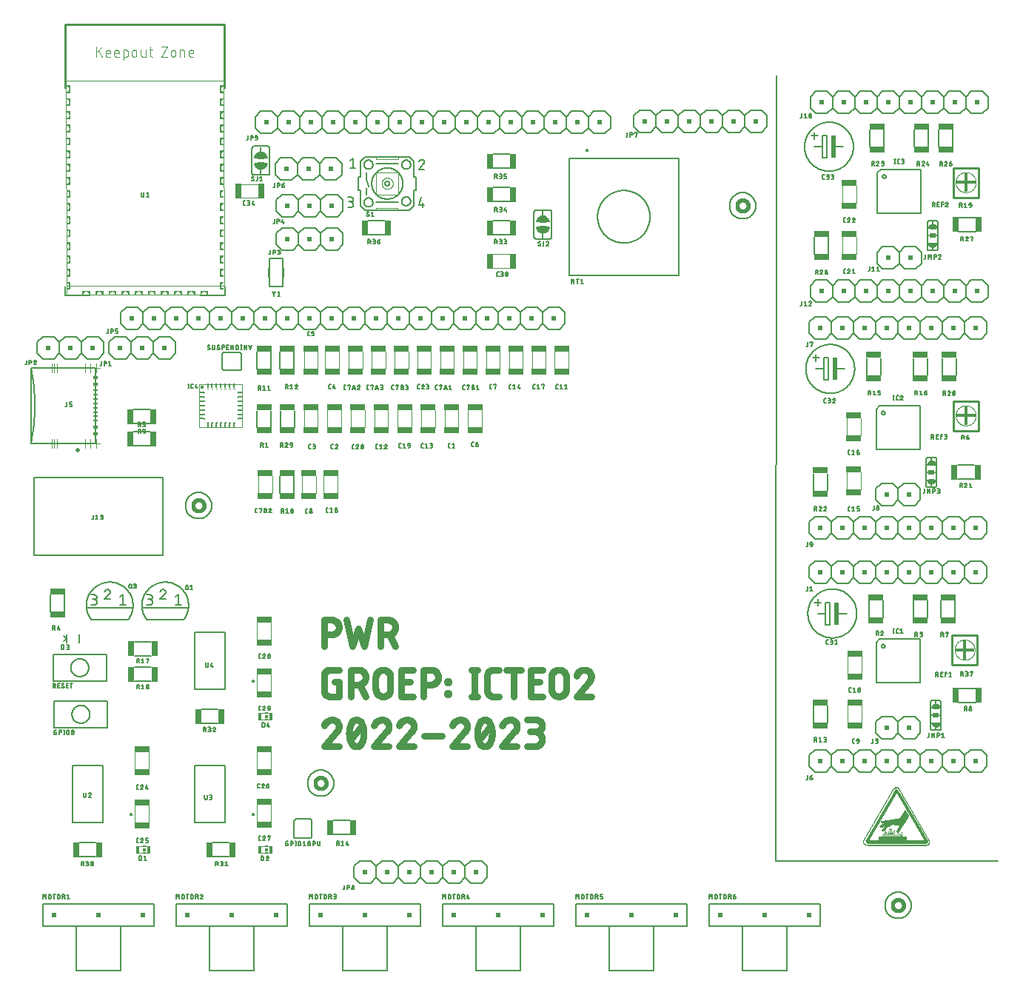
<source format=gbr>
G04 EAGLE Gerber RS-274X export*
G75*
%MOMM*%
%FSLAX34Y34*%
%LPD*%
%INSilkscreen Top*%
%IPPOS*%
%AMOC8*
5,1,8,0,0,1.08239X$1,22.5*%
G01*
%ADD10C,0.762000*%
%ADD11C,0.152400*%
%ADD12R,6.807200X0.012700*%
%ADD13R,6.946900X0.012700*%
%ADD14R,7.048500X0.012700*%
%ADD15R,7.112000X0.012700*%
%ADD16R,0.228600X0.012700*%
%ADD17R,0.215900X0.012700*%
%ADD18R,0.152400X0.012700*%
%ADD19R,0.139700X0.012700*%
%ADD20R,0.127000X0.012700*%
%ADD21R,0.114300X0.012700*%
%ADD22R,0.101600X0.012700*%
%ADD23R,0.088900X0.012700*%
%ADD24R,0.076200X0.012700*%
%ADD25R,0.063500X0.012700*%
%ADD26R,0.050800X0.012700*%
%ADD27R,6.692900X0.012700*%
%ADD28R,6.781800X0.012700*%
%ADD29R,6.845300X0.012700*%
%ADD30R,6.896100X0.012700*%
%ADD31R,6.934200X0.012700*%
%ADD32R,6.959600X0.012700*%
%ADD33R,6.985000X0.012700*%
%ADD34R,7.010400X0.012700*%
%ADD35R,7.035800X0.012700*%
%ADD36R,7.061200X0.012700*%
%ADD37R,0.304800X0.012700*%
%ADD38R,0.292100X0.012700*%
%ADD39R,0.317500X0.012700*%
%ADD40R,3.225800X0.012700*%
%ADD41R,0.038100X0.012700*%
%ADD42R,0.012700X0.012700*%
%ADD43R,0.025400X0.012700*%
%ADD44R,0.165100X0.012700*%
%ADD45R,0.190500X0.012700*%
%ADD46R,0.203200X0.012700*%
%ADD47R,0.330200X0.012700*%
%ADD48R,0.241300X0.012700*%
%ADD49R,0.254000X0.012700*%
%ADD50R,0.266700X0.012700*%
%ADD51R,0.279400X0.012700*%
%ADD52R,0.342900X0.012700*%
%ADD53R,0.355600X0.012700*%
%ADD54R,0.368300X0.012700*%
%ADD55R,0.381000X0.012700*%
%ADD56R,0.393700X0.012700*%
%ADD57R,0.419100X0.012700*%
%ADD58R,0.431800X0.012700*%
%ADD59R,0.444500X0.012700*%
%ADD60R,0.457200X0.012700*%
%ADD61R,0.469900X0.012700*%
%ADD62R,0.482600X0.012700*%
%ADD63R,0.406400X0.012700*%
%ADD64R,0.495300X0.012700*%
%ADD65R,0.546100X0.012700*%
%ADD66R,0.622300X0.012700*%
%ADD67R,0.508000X0.012700*%
%ADD68R,0.685800X0.012700*%
%ADD69R,0.762000X0.012700*%
%ADD70R,0.850900X0.012700*%
%ADD71R,0.914400X0.012700*%
%ADD72R,0.520700X0.012700*%
%ADD73R,0.990600X0.012700*%
%ADD74R,1.054100X0.012700*%
%ADD75R,0.533400X0.012700*%
%ADD76R,1.130300X0.012700*%
%ADD77R,1.206500X0.012700*%
%ADD78R,1.778000X0.012700*%
%ADD79R,1.765300X0.012700*%
%ADD80R,1.752600X0.012700*%
%ADD81R,1.739900X0.012700*%
%ADD82R,1.714500X0.012700*%
%ADD83R,1.727200X0.012700*%
%ADD84R,2.616200X0.012700*%
%ADD85R,2.641600X0.012700*%
%ADD86R,2.654300X0.012700*%
%ADD87R,2.679700X0.012700*%
%ADD88R,2.705100X0.012700*%
%ADD89R,2.717800X0.012700*%
%ADD90R,2.730500X0.012700*%
%ADD91R,2.743200X0.012700*%
%ADD92R,2.755900X0.012700*%
%ADD93R,2.781300X0.012700*%
%ADD94R,2.794000X0.012700*%
%ADD95R,2.819400X0.012700*%
%ADD96R,2.806700X0.012700*%
%ADD97R,2.590800X0.012700*%
%ADD98R,2.514600X0.012700*%
%ADD99R,2.451100X0.012700*%
%ADD100R,2.387600X0.012700*%
%ADD101R,2.298700X0.012700*%
%ADD102R,2.235200X0.012700*%
%ADD103R,2.171700X0.012700*%
%ADD104R,2.095500X0.012700*%
%ADD105R,2.032000X0.012700*%
%ADD106R,1.943100X0.012700*%
%ADD107R,1.879600X0.012700*%
%ADD108R,1.816100X0.012700*%
%ADD109R,1.676400X0.012700*%
%ADD110R,1.600200X0.012700*%
%ADD111R,1.524000X0.012700*%
%ADD112R,1.460500X0.012700*%
%ADD113R,1.384300X0.012700*%
%ADD114R,1.320800X0.012700*%
%ADD115R,1.244600X0.012700*%
%ADD116R,1.168400X0.012700*%
%ADD117R,1.104900X0.012700*%
%ADD118R,1.041400X0.012700*%
%ADD119R,0.965200X0.012700*%
%ADD120R,0.952500X0.012700*%
%ADD121R,0.939800X0.012700*%
%ADD122R,0.927100X0.012700*%
%ADD123R,0.901700X0.012700*%
%ADD124R,0.889000X0.012700*%
%ADD125R,0.876300X0.012700*%
%ADD126R,0.863600X0.012700*%
%ADD127R,0.838200X0.012700*%
%ADD128R,0.812800X0.012700*%
%ADD129R,0.787400X0.012700*%
%ADD130R,0.774700X0.012700*%
%ADD131R,0.736600X0.012700*%
%ADD132R,0.723900X0.012700*%
%ADD133R,0.698500X0.012700*%
%ADD134R,0.673100X0.012700*%
%ADD135R,0.660400X0.012700*%
%ADD136R,0.635000X0.012700*%
%ADD137R,0.609600X0.012700*%
%ADD138R,0.584200X0.012700*%
%ADD139R,0.558800X0.012700*%
%ADD140R,0.177800X0.012700*%
%ADD141R,0.711200X0.012700*%
%ADD142R,0.647700X0.012700*%
%ADD143R,0.596900X0.012700*%
%ADD144R,0.571500X0.012700*%
%ADD145C,0.101600*%
%ADD146R,1.700000X0.750100*%
%ADD147C,0.127000*%
%ADD148C,0.203200*%
%ADD149C,0.010000*%
%ADD150R,0.500000X0.400000*%
%ADD151R,0.500000X0.200000*%
%ADD152R,0.508000X0.508000*%
%ADD153R,1.752600X0.736600*%
%ADD154R,0.736600X1.752600*%
%ADD155C,0.000000*%
%ADD156C,0.150000*%
%ADD157C,0.500000*%
%ADD158C,0.200000*%
%ADD159C,0.100000*%
%ADD160R,0.800000X0.600000*%
%ADD161C,0.120000*%
%ADD162C,0.381000*%
%ADD163R,0.515000X0.230000*%
%ADD164R,0.230000X0.515000*%
%ADD165R,0.400000X0.900000*%
%ADD166R,0.300000X0.150000*%
%ADD167R,0.300000X0.300000*%
%ADD168R,0.750100X1.700000*%
%ADD169R,0.508000X2.540000*%
%ADD170C,0.050800*%
%ADD171C,0.254000*%
%ADD172R,2.300000X0.300000*%
%ADD173R,0.300000X2.300000*%
%ADD174C,0.457200*%

G36*
X44045Y949769D02*
X44045Y949769D01*
X44045Y949770D01*
X44045Y958770D01*
X44041Y958775D01*
X44040Y958775D01*
X39540Y958775D01*
X39535Y958771D01*
X39535Y958770D01*
X39535Y957270D01*
X39539Y957265D01*
X39540Y957265D01*
X40347Y957217D01*
X41113Y956961D01*
X41787Y956516D01*
X42230Y955960D01*
X42539Y955319D01*
X42697Y954626D01*
X42697Y953914D01*
X42539Y953221D01*
X42230Y952580D01*
X41787Y952024D01*
X41113Y951579D01*
X40347Y951323D01*
X40294Y951320D01*
X40211Y951315D01*
X40129Y951310D01*
X40128Y951310D01*
X40046Y951305D01*
X39963Y951300D01*
X39880Y951295D01*
X39797Y951290D01*
X39715Y951285D01*
X39714Y951285D01*
X39632Y951281D01*
X39549Y951276D01*
X39540Y951275D01*
X39535Y951270D01*
X39535Y949770D01*
X39539Y949765D01*
X39540Y949765D01*
X44040Y949765D01*
X44045Y949769D01*
G37*
G36*
X44045Y979769D02*
X44045Y979769D01*
X44045Y979770D01*
X44045Y988770D01*
X44041Y988775D01*
X44040Y988775D01*
X39540Y988775D01*
X39535Y988771D01*
X39535Y988770D01*
X39535Y987270D01*
X39539Y987265D01*
X39540Y987265D01*
X40347Y987217D01*
X41113Y986961D01*
X41787Y986516D01*
X42230Y985960D01*
X42539Y985319D01*
X42697Y984626D01*
X42697Y983914D01*
X42539Y983221D01*
X42230Y982580D01*
X41787Y982024D01*
X41113Y981579D01*
X40347Y981323D01*
X40294Y981320D01*
X40211Y981315D01*
X40129Y981310D01*
X40128Y981310D01*
X40046Y981305D01*
X39963Y981300D01*
X39880Y981295D01*
X39797Y981290D01*
X39715Y981285D01*
X39714Y981285D01*
X39632Y981281D01*
X39549Y981276D01*
X39540Y981275D01*
X39535Y981270D01*
X39535Y979770D01*
X39539Y979765D01*
X39540Y979765D01*
X44040Y979765D01*
X44045Y979769D01*
G37*
G36*
X44045Y844769D02*
X44045Y844769D01*
X44045Y844770D01*
X44045Y853770D01*
X44041Y853775D01*
X44040Y853775D01*
X39540Y853775D01*
X39535Y853771D01*
X39535Y853770D01*
X39535Y852270D01*
X39539Y852265D01*
X39540Y852265D01*
X40347Y852217D01*
X41113Y851961D01*
X41787Y851516D01*
X42230Y850960D01*
X42539Y850319D01*
X42697Y849626D01*
X42697Y848914D01*
X42539Y848221D01*
X42230Y847580D01*
X41787Y847024D01*
X41113Y846579D01*
X40347Y846323D01*
X40294Y846320D01*
X40211Y846315D01*
X40129Y846310D01*
X40128Y846310D01*
X40046Y846305D01*
X39963Y846300D01*
X39880Y846295D01*
X39797Y846290D01*
X39715Y846285D01*
X39714Y846285D01*
X39632Y846281D01*
X39549Y846276D01*
X39540Y846275D01*
X39535Y846270D01*
X39535Y844770D01*
X39539Y844765D01*
X39540Y844765D01*
X44040Y844765D01*
X44045Y844769D01*
G37*
G36*
X44045Y964769D02*
X44045Y964769D01*
X44045Y964770D01*
X44045Y973770D01*
X44041Y973775D01*
X44040Y973775D01*
X39540Y973775D01*
X39535Y973771D01*
X39535Y973770D01*
X39535Y972270D01*
X39539Y972265D01*
X39540Y972265D01*
X40347Y972217D01*
X41113Y971961D01*
X41787Y971516D01*
X42230Y970960D01*
X42539Y970319D01*
X42697Y969626D01*
X42697Y968914D01*
X42539Y968221D01*
X42230Y967580D01*
X41787Y967024D01*
X41113Y966579D01*
X40347Y966323D01*
X40294Y966320D01*
X40211Y966315D01*
X40129Y966310D01*
X40128Y966310D01*
X40046Y966305D01*
X39963Y966300D01*
X39880Y966295D01*
X39797Y966290D01*
X39715Y966285D01*
X39714Y966285D01*
X39632Y966281D01*
X39549Y966276D01*
X39540Y966275D01*
X39535Y966270D01*
X39535Y964770D01*
X39539Y964765D01*
X39540Y964765D01*
X44040Y964765D01*
X44045Y964769D01*
G37*
G36*
X44045Y889769D02*
X44045Y889769D01*
X44045Y889770D01*
X44045Y898770D01*
X44041Y898775D01*
X44040Y898775D01*
X39540Y898775D01*
X39535Y898771D01*
X39535Y898770D01*
X39535Y897270D01*
X39539Y897265D01*
X39540Y897265D01*
X40347Y897217D01*
X41113Y896961D01*
X41787Y896516D01*
X42230Y895960D01*
X42539Y895319D01*
X42697Y894626D01*
X42697Y893914D01*
X42539Y893221D01*
X42230Y892580D01*
X41787Y892024D01*
X41113Y891579D01*
X40347Y891323D01*
X40294Y891320D01*
X40211Y891315D01*
X40129Y891310D01*
X40128Y891310D01*
X40046Y891305D01*
X39963Y891300D01*
X39880Y891295D01*
X39797Y891290D01*
X39715Y891285D01*
X39714Y891285D01*
X39632Y891281D01*
X39549Y891276D01*
X39540Y891275D01*
X39535Y891270D01*
X39535Y889770D01*
X39539Y889765D01*
X39540Y889765D01*
X44040Y889765D01*
X44045Y889769D01*
G37*
G36*
X44045Y934769D02*
X44045Y934769D01*
X44045Y934770D01*
X44045Y943770D01*
X44041Y943775D01*
X44040Y943775D01*
X39540Y943775D01*
X39535Y943771D01*
X39535Y943770D01*
X39535Y942270D01*
X39539Y942265D01*
X39540Y942265D01*
X40347Y942217D01*
X41113Y941961D01*
X41787Y941516D01*
X42230Y940960D01*
X42539Y940319D01*
X42697Y939626D01*
X42697Y938914D01*
X42539Y938221D01*
X42230Y937580D01*
X41787Y937024D01*
X41113Y936579D01*
X40347Y936323D01*
X40294Y936320D01*
X40211Y936315D01*
X40129Y936310D01*
X40128Y936310D01*
X40046Y936305D01*
X39963Y936300D01*
X39880Y936295D01*
X39797Y936290D01*
X39715Y936285D01*
X39714Y936285D01*
X39632Y936281D01*
X39549Y936276D01*
X39540Y936275D01*
X39535Y936270D01*
X39535Y934770D01*
X39539Y934765D01*
X39540Y934765D01*
X44040Y934765D01*
X44045Y934769D01*
G37*
G36*
X44045Y874769D02*
X44045Y874769D01*
X44045Y874770D01*
X44045Y883770D01*
X44041Y883775D01*
X44040Y883775D01*
X39540Y883775D01*
X39535Y883771D01*
X39535Y883770D01*
X39535Y882270D01*
X39539Y882265D01*
X39540Y882265D01*
X40347Y882217D01*
X41113Y881961D01*
X41787Y881516D01*
X42230Y880960D01*
X42539Y880319D01*
X42697Y879626D01*
X42697Y878914D01*
X42539Y878221D01*
X42230Y877580D01*
X41787Y877024D01*
X41113Y876579D01*
X40347Y876323D01*
X40294Y876320D01*
X40211Y876315D01*
X40129Y876310D01*
X40128Y876310D01*
X40046Y876305D01*
X39963Y876300D01*
X39880Y876295D01*
X39797Y876290D01*
X39715Y876285D01*
X39714Y876285D01*
X39632Y876281D01*
X39549Y876276D01*
X39540Y876275D01*
X39535Y876270D01*
X39535Y874770D01*
X39539Y874765D01*
X39540Y874765D01*
X44040Y874765D01*
X44045Y874769D01*
G37*
G36*
X44045Y829769D02*
X44045Y829769D01*
X44045Y829770D01*
X44045Y838770D01*
X44041Y838775D01*
X44040Y838775D01*
X39540Y838775D01*
X39535Y838771D01*
X39535Y838770D01*
X39535Y837270D01*
X39539Y837265D01*
X39540Y837265D01*
X40347Y837217D01*
X41113Y836961D01*
X41787Y836516D01*
X42230Y835960D01*
X42539Y835319D01*
X42697Y834626D01*
X42697Y833914D01*
X42539Y833221D01*
X42230Y832580D01*
X41787Y832024D01*
X41113Y831579D01*
X40347Y831323D01*
X40294Y831320D01*
X40211Y831315D01*
X40129Y831310D01*
X40128Y831310D01*
X40046Y831305D01*
X39963Y831300D01*
X39880Y831295D01*
X39797Y831290D01*
X39715Y831285D01*
X39714Y831285D01*
X39632Y831281D01*
X39549Y831276D01*
X39540Y831275D01*
X39535Y831270D01*
X39535Y829770D01*
X39539Y829765D01*
X39540Y829765D01*
X44040Y829765D01*
X44045Y829769D01*
G37*
G36*
X44045Y919769D02*
X44045Y919769D01*
X44045Y919770D01*
X44045Y928770D01*
X44041Y928775D01*
X44040Y928775D01*
X39540Y928775D01*
X39535Y928771D01*
X39535Y928770D01*
X39535Y927270D01*
X39539Y927265D01*
X39540Y927265D01*
X40347Y927217D01*
X41113Y926961D01*
X41787Y926516D01*
X42230Y925960D01*
X42539Y925319D01*
X42697Y924626D01*
X42697Y923914D01*
X42539Y923221D01*
X42230Y922580D01*
X41787Y922024D01*
X41113Y921579D01*
X40347Y921323D01*
X40294Y921320D01*
X40211Y921315D01*
X40129Y921310D01*
X40128Y921310D01*
X40046Y921305D01*
X39963Y921300D01*
X39880Y921295D01*
X39797Y921290D01*
X39715Y921285D01*
X39714Y921285D01*
X39632Y921281D01*
X39549Y921276D01*
X39540Y921275D01*
X39535Y921270D01*
X39535Y919770D01*
X39539Y919765D01*
X39540Y919765D01*
X44040Y919765D01*
X44045Y919769D01*
G37*
G36*
X44045Y859769D02*
X44045Y859769D01*
X44045Y859770D01*
X44045Y868770D01*
X44041Y868775D01*
X44040Y868775D01*
X39540Y868775D01*
X39535Y868771D01*
X39535Y868770D01*
X39535Y867270D01*
X39539Y867265D01*
X39540Y867265D01*
X40347Y867217D01*
X41113Y866961D01*
X41787Y866516D01*
X42230Y865960D01*
X42539Y865319D01*
X42697Y864626D01*
X42697Y863914D01*
X42539Y863221D01*
X42230Y862580D01*
X41787Y862024D01*
X41113Y861579D01*
X40347Y861323D01*
X40294Y861320D01*
X40211Y861315D01*
X40129Y861310D01*
X40128Y861310D01*
X40046Y861305D01*
X39963Y861300D01*
X39880Y861295D01*
X39797Y861290D01*
X39715Y861285D01*
X39714Y861285D01*
X39632Y861281D01*
X39549Y861276D01*
X39540Y861275D01*
X39535Y861270D01*
X39535Y859770D01*
X39539Y859765D01*
X39540Y859765D01*
X44040Y859765D01*
X44045Y859769D01*
G37*
G36*
X44045Y904769D02*
X44045Y904769D01*
X44045Y904770D01*
X44045Y913770D01*
X44041Y913775D01*
X44040Y913775D01*
X39540Y913775D01*
X39535Y913771D01*
X39535Y913770D01*
X39535Y912270D01*
X39539Y912265D01*
X39540Y912265D01*
X40347Y912217D01*
X41113Y911961D01*
X41787Y911516D01*
X42230Y910960D01*
X42539Y910319D01*
X42697Y909626D01*
X42697Y908914D01*
X42539Y908221D01*
X42230Y907580D01*
X41787Y907024D01*
X41113Y906579D01*
X40347Y906323D01*
X40294Y906320D01*
X40211Y906315D01*
X40129Y906310D01*
X40128Y906310D01*
X40046Y906305D01*
X39963Y906300D01*
X39880Y906295D01*
X39797Y906290D01*
X39715Y906285D01*
X39714Y906285D01*
X39632Y906281D01*
X39549Y906276D01*
X39540Y906275D01*
X39535Y906270D01*
X39535Y904770D01*
X39539Y904765D01*
X39540Y904765D01*
X44040Y904765D01*
X44045Y904769D01*
G37*
G36*
X44045Y814769D02*
X44045Y814769D01*
X44045Y814770D01*
X44045Y823770D01*
X44041Y823775D01*
X44040Y823775D01*
X39540Y823775D01*
X39535Y823771D01*
X39535Y823770D01*
X39535Y822270D01*
X39539Y822265D01*
X39540Y822265D01*
X40347Y822217D01*
X41113Y821961D01*
X41787Y821516D01*
X42230Y820960D01*
X42539Y820319D01*
X42697Y819626D01*
X42697Y818914D01*
X42539Y818221D01*
X42230Y817580D01*
X41787Y817024D01*
X41113Y816579D01*
X40347Y816323D01*
X40294Y816320D01*
X40211Y816315D01*
X40129Y816310D01*
X40128Y816310D01*
X40046Y816305D01*
X39963Y816300D01*
X39880Y816295D01*
X39797Y816290D01*
X39715Y816285D01*
X39714Y816285D01*
X39632Y816281D01*
X39549Y816276D01*
X39540Y816275D01*
X39535Y816270D01*
X39535Y814770D01*
X39539Y814765D01*
X39540Y814765D01*
X44040Y814765D01*
X44045Y814769D01*
G37*
G36*
X44045Y799769D02*
X44045Y799769D01*
X44045Y799770D01*
X44045Y808770D01*
X44041Y808775D01*
X44040Y808775D01*
X39540Y808775D01*
X39535Y808771D01*
X39535Y808770D01*
X39535Y807270D01*
X39539Y807265D01*
X39540Y807265D01*
X40347Y807217D01*
X41113Y806961D01*
X41787Y806516D01*
X42230Y805960D01*
X42539Y805319D01*
X42697Y804626D01*
X42697Y803914D01*
X42539Y803221D01*
X42230Y802580D01*
X41787Y802024D01*
X41113Y801579D01*
X40347Y801323D01*
X40294Y801320D01*
X40211Y801315D01*
X40129Y801310D01*
X40128Y801310D01*
X40046Y801305D01*
X39963Y801300D01*
X39880Y801295D01*
X39797Y801290D01*
X39715Y801285D01*
X39714Y801285D01*
X39632Y801281D01*
X39549Y801276D01*
X39540Y801275D01*
X39535Y801270D01*
X39535Y799770D01*
X39539Y799765D01*
X39540Y799765D01*
X44040Y799765D01*
X44045Y799769D01*
G37*
G36*
X44045Y784769D02*
X44045Y784769D01*
X44045Y784770D01*
X44045Y793770D01*
X44041Y793775D01*
X44040Y793775D01*
X39540Y793775D01*
X39535Y793771D01*
X39535Y793770D01*
X39535Y792270D01*
X39539Y792265D01*
X39540Y792265D01*
X40347Y792217D01*
X41113Y791961D01*
X41787Y791516D01*
X42230Y790960D01*
X42539Y790319D01*
X42697Y789626D01*
X42697Y788914D01*
X42539Y788221D01*
X42230Y787580D01*
X41787Y787024D01*
X41113Y786579D01*
X40347Y786323D01*
X40294Y786320D01*
X40211Y786315D01*
X40129Y786310D01*
X40128Y786310D01*
X40046Y786305D01*
X39963Y786300D01*
X39880Y786295D01*
X39797Y786290D01*
X39715Y786285D01*
X39714Y786285D01*
X39632Y786281D01*
X39549Y786276D01*
X39540Y786275D01*
X39535Y786270D01*
X39535Y784770D01*
X39539Y784765D01*
X39540Y784765D01*
X44040Y784765D01*
X44045Y784769D01*
G37*
G36*
X44045Y769769D02*
X44045Y769769D01*
X44045Y769770D01*
X44045Y778770D01*
X44041Y778775D01*
X44040Y778775D01*
X39540Y778775D01*
X39535Y778771D01*
X39535Y778770D01*
X39535Y777270D01*
X39539Y777265D01*
X39540Y777265D01*
X40347Y777217D01*
X41113Y776961D01*
X41787Y776516D01*
X42230Y775960D01*
X42539Y775319D01*
X42697Y774626D01*
X42697Y773914D01*
X42539Y773221D01*
X42230Y772580D01*
X41787Y772024D01*
X41113Y771579D01*
X40347Y771323D01*
X40294Y771320D01*
X40211Y771315D01*
X40129Y771310D01*
X40128Y771310D01*
X40046Y771305D01*
X39963Y771300D01*
X39880Y771295D01*
X39797Y771290D01*
X39715Y771285D01*
X39714Y771285D01*
X39632Y771281D01*
X39549Y771276D01*
X39540Y771275D01*
X39535Y771270D01*
X39535Y769770D01*
X39539Y769765D01*
X39540Y769765D01*
X44040Y769765D01*
X44045Y769769D01*
G37*
G36*
X44045Y754769D02*
X44045Y754769D01*
X44045Y754770D01*
X44045Y763770D01*
X44041Y763775D01*
X44040Y763775D01*
X39540Y763775D01*
X39535Y763771D01*
X39535Y763770D01*
X39535Y762270D01*
X39539Y762265D01*
X39540Y762265D01*
X40347Y762217D01*
X41113Y761961D01*
X41787Y761516D01*
X42230Y760960D01*
X42539Y760319D01*
X42697Y759626D01*
X42697Y758914D01*
X42539Y758221D01*
X42230Y757580D01*
X41787Y757024D01*
X41113Y756579D01*
X40347Y756323D01*
X40294Y756320D01*
X40211Y756315D01*
X40129Y756310D01*
X40128Y756310D01*
X40046Y756305D01*
X39963Y756300D01*
X39880Y756295D01*
X39797Y756290D01*
X39715Y756285D01*
X39714Y756285D01*
X39632Y756281D01*
X39549Y756276D01*
X39540Y756275D01*
X39535Y756270D01*
X39535Y754770D01*
X39539Y754765D01*
X39540Y754765D01*
X44040Y754765D01*
X44045Y754769D01*
G37*
G36*
X59045Y749169D02*
X59045Y749169D01*
X59045Y749170D01*
X59093Y749977D01*
X59349Y750743D01*
X59794Y751417D01*
X60350Y751860D01*
X60991Y752169D01*
X61684Y752327D01*
X62396Y752327D01*
X63089Y752169D01*
X63730Y751860D01*
X64286Y751417D01*
X64731Y750743D01*
X64987Y749977D01*
X65035Y749170D01*
X65040Y749165D01*
X66540Y749165D01*
X66545Y749169D01*
X66545Y749170D01*
X66545Y753670D01*
X66541Y753675D01*
X66540Y753675D01*
X57540Y753675D01*
X57535Y753671D01*
X57535Y753670D01*
X57535Y749170D01*
X57539Y749165D01*
X57540Y749165D01*
X59040Y749165D01*
X59045Y749169D01*
G37*
G36*
X194045Y749169D02*
X194045Y749169D01*
X194045Y749170D01*
X194093Y749977D01*
X194349Y750743D01*
X194794Y751417D01*
X195350Y751860D01*
X195991Y752169D01*
X196684Y752327D01*
X197396Y752327D01*
X198089Y752169D01*
X198730Y751860D01*
X199286Y751417D01*
X199731Y750743D01*
X199987Y749977D01*
X200035Y749170D01*
X200040Y749165D01*
X201540Y749165D01*
X201545Y749169D01*
X201545Y749170D01*
X201545Y753670D01*
X201541Y753675D01*
X201540Y753675D01*
X192540Y753675D01*
X192535Y753671D01*
X192535Y753670D01*
X192535Y749170D01*
X192539Y749165D01*
X192540Y749165D01*
X194040Y749165D01*
X194045Y749169D01*
G37*
G36*
X119045Y749169D02*
X119045Y749169D01*
X119045Y749170D01*
X119093Y749977D01*
X119349Y750743D01*
X119794Y751417D01*
X120350Y751860D01*
X120991Y752169D01*
X121684Y752327D01*
X122396Y752327D01*
X123089Y752169D01*
X123730Y751860D01*
X124286Y751417D01*
X124731Y750743D01*
X124987Y749977D01*
X125035Y749170D01*
X125040Y749165D01*
X126540Y749165D01*
X126545Y749169D01*
X126545Y749170D01*
X126545Y753670D01*
X126541Y753675D01*
X126540Y753675D01*
X117540Y753675D01*
X117535Y753671D01*
X117535Y753670D01*
X117535Y749170D01*
X117539Y749165D01*
X117540Y749165D01*
X119040Y749165D01*
X119045Y749169D01*
G37*
G36*
X179045Y749169D02*
X179045Y749169D01*
X179045Y749170D01*
X179093Y749977D01*
X179349Y750743D01*
X179794Y751417D01*
X180350Y751860D01*
X180991Y752169D01*
X181684Y752327D01*
X182396Y752327D01*
X183089Y752169D01*
X183730Y751860D01*
X184286Y751417D01*
X184731Y750743D01*
X184987Y749977D01*
X185035Y749170D01*
X185040Y749165D01*
X186540Y749165D01*
X186545Y749169D01*
X186545Y749170D01*
X186545Y753670D01*
X186541Y753675D01*
X186540Y753675D01*
X177540Y753675D01*
X177535Y753671D01*
X177535Y753670D01*
X177535Y749170D01*
X177539Y749165D01*
X177540Y749165D01*
X179040Y749165D01*
X179045Y749169D01*
G37*
G36*
X149045Y749169D02*
X149045Y749169D01*
X149045Y749170D01*
X149093Y749977D01*
X149349Y750743D01*
X149794Y751417D01*
X150350Y751860D01*
X150991Y752169D01*
X151684Y752327D01*
X152396Y752327D01*
X153089Y752169D01*
X153730Y751860D01*
X154286Y751417D01*
X154731Y750743D01*
X154987Y749977D01*
X155035Y749170D01*
X155040Y749165D01*
X156540Y749165D01*
X156545Y749169D01*
X156545Y749170D01*
X156545Y753670D01*
X156541Y753675D01*
X156540Y753675D01*
X147540Y753675D01*
X147535Y753671D01*
X147535Y753670D01*
X147535Y749170D01*
X147539Y749165D01*
X147540Y749165D01*
X149040Y749165D01*
X149045Y749169D01*
G37*
G36*
X74045Y749169D02*
X74045Y749169D01*
X74045Y749170D01*
X74093Y749977D01*
X74349Y750743D01*
X74794Y751417D01*
X75350Y751860D01*
X75991Y752169D01*
X76684Y752327D01*
X77396Y752327D01*
X78089Y752169D01*
X78730Y751860D01*
X79286Y751417D01*
X79731Y750743D01*
X79987Y749977D01*
X80035Y749170D01*
X80040Y749165D01*
X81540Y749165D01*
X81545Y749169D01*
X81545Y749170D01*
X81545Y753670D01*
X81541Y753675D01*
X81540Y753675D01*
X72540Y753675D01*
X72535Y753671D01*
X72535Y753670D01*
X72535Y749170D01*
X72539Y749165D01*
X72540Y749165D01*
X74040Y749165D01*
X74045Y749169D01*
G37*
G36*
X89045Y749169D02*
X89045Y749169D01*
X89045Y749170D01*
X89093Y749977D01*
X89349Y750743D01*
X89794Y751417D01*
X90350Y751860D01*
X90991Y752169D01*
X91684Y752327D01*
X92396Y752327D01*
X93089Y752169D01*
X93730Y751860D01*
X94286Y751417D01*
X94731Y750743D01*
X94987Y749977D01*
X95035Y749170D01*
X95040Y749165D01*
X96540Y749165D01*
X96545Y749169D01*
X96545Y749170D01*
X96545Y753670D01*
X96541Y753675D01*
X96540Y753675D01*
X87540Y753675D01*
X87535Y753671D01*
X87535Y753670D01*
X87535Y749170D01*
X87539Y749165D01*
X87540Y749165D01*
X89040Y749165D01*
X89045Y749169D01*
G37*
G36*
X104045Y749169D02*
X104045Y749169D01*
X104045Y749170D01*
X104093Y749977D01*
X104349Y750743D01*
X104794Y751417D01*
X105350Y751860D01*
X105991Y752169D01*
X106684Y752327D01*
X107396Y752327D01*
X108089Y752169D01*
X108730Y751860D01*
X109286Y751417D01*
X109731Y750743D01*
X109987Y749977D01*
X110035Y749170D01*
X110040Y749165D01*
X111540Y749165D01*
X111545Y749169D01*
X111545Y749170D01*
X111545Y753670D01*
X111541Y753675D01*
X111540Y753675D01*
X102540Y753675D01*
X102535Y753671D01*
X102535Y753670D01*
X102535Y749170D01*
X102539Y749165D01*
X102540Y749165D01*
X104040Y749165D01*
X104045Y749169D01*
G37*
G36*
X134045Y749169D02*
X134045Y749169D01*
X134045Y749170D01*
X134093Y749977D01*
X134349Y750743D01*
X134794Y751417D01*
X135350Y751860D01*
X135991Y752169D01*
X136684Y752327D01*
X137396Y752327D01*
X138089Y752169D01*
X138730Y751860D01*
X139286Y751417D01*
X139731Y750743D01*
X139987Y749977D01*
X140035Y749170D01*
X140040Y749165D01*
X141540Y749165D01*
X141545Y749169D01*
X141545Y749170D01*
X141545Y753670D01*
X141541Y753675D01*
X141540Y753675D01*
X132540Y753675D01*
X132535Y753671D01*
X132535Y753670D01*
X132535Y749170D01*
X132539Y749165D01*
X132540Y749165D01*
X134040Y749165D01*
X134045Y749169D01*
G37*
G36*
X164045Y749169D02*
X164045Y749169D01*
X164045Y749170D01*
X164093Y749977D01*
X164349Y750743D01*
X164794Y751417D01*
X165350Y751860D01*
X165991Y752169D01*
X166684Y752327D01*
X167396Y752327D01*
X168089Y752169D01*
X168730Y751860D01*
X169286Y751417D01*
X169731Y750743D01*
X169987Y749977D01*
X170035Y749170D01*
X170040Y749165D01*
X171540Y749165D01*
X171545Y749169D01*
X171545Y749170D01*
X171545Y753670D01*
X171541Y753675D01*
X171540Y753675D01*
X162540Y753675D01*
X162535Y753671D01*
X162535Y753670D01*
X162535Y749170D01*
X162539Y749165D01*
X162540Y749165D01*
X164040Y749165D01*
X164045Y749169D01*
G37*
G36*
X219445Y784769D02*
X219445Y784769D01*
X219445Y784770D01*
X219445Y786270D01*
X219441Y786275D01*
X219440Y786275D01*
X219431Y786276D01*
X219348Y786281D01*
X219266Y786285D01*
X219265Y786285D01*
X219183Y786290D01*
X219100Y786295D01*
X219017Y786300D01*
X218934Y786305D01*
X218852Y786310D01*
X218851Y786310D01*
X218769Y786315D01*
X218686Y786320D01*
X218633Y786323D01*
X217867Y786579D01*
X217193Y787024D01*
X216750Y787580D01*
X216441Y788221D01*
X216283Y788914D01*
X216283Y789626D01*
X216441Y790319D01*
X216750Y790960D01*
X217193Y791516D01*
X217867Y791961D01*
X218633Y792217D01*
X219440Y792265D01*
X219445Y792270D01*
X219445Y793770D01*
X219441Y793775D01*
X219440Y793775D01*
X214940Y793775D01*
X214935Y793771D01*
X214935Y793770D01*
X214935Y784770D01*
X214939Y784765D01*
X214940Y784765D01*
X219440Y784765D01*
X219445Y784769D01*
G37*
G36*
X219445Y934769D02*
X219445Y934769D01*
X219445Y934770D01*
X219445Y936270D01*
X219441Y936275D01*
X219440Y936275D01*
X219431Y936276D01*
X219348Y936281D01*
X219266Y936285D01*
X219265Y936285D01*
X219183Y936290D01*
X219100Y936295D01*
X219017Y936300D01*
X218934Y936305D01*
X218852Y936310D01*
X218851Y936310D01*
X218769Y936315D01*
X218686Y936320D01*
X218633Y936323D01*
X217867Y936579D01*
X217193Y937024D01*
X216750Y937580D01*
X216441Y938221D01*
X216283Y938914D01*
X216283Y939626D01*
X216441Y940319D01*
X216750Y940960D01*
X217193Y941516D01*
X217867Y941961D01*
X218633Y942217D01*
X219440Y942265D01*
X219445Y942270D01*
X219445Y943770D01*
X219441Y943775D01*
X219440Y943775D01*
X214940Y943775D01*
X214935Y943771D01*
X214935Y943770D01*
X214935Y934770D01*
X214939Y934765D01*
X214940Y934765D01*
X219440Y934765D01*
X219445Y934769D01*
G37*
G36*
X219445Y919769D02*
X219445Y919769D01*
X219445Y919770D01*
X219445Y921270D01*
X219441Y921275D01*
X219440Y921275D01*
X219431Y921276D01*
X219348Y921281D01*
X219266Y921285D01*
X219265Y921285D01*
X219183Y921290D01*
X219100Y921295D01*
X219017Y921300D01*
X218934Y921305D01*
X218852Y921310D01*
X218851Y921310D01*
X218769Y921315D01*
X218686Y921320D01*
X218633Y921323D01*
X217867Y921579D01*
X217193Y922024D01*
X216750Y922580D01*
X216441Y923221D01*
X216283Y923914D01*
X216283Y924626D01*
X216441Y925319D01*
X216750Y925960D01*
X217193Y926516D01*
X217867Y926961D01*
X218633Y927217D01*
X219440Y927265D01*
X219445Y927270D01*
X219445Y928770D01*
X219441Y928775D01*
X219440Y928775D01*
X214940Y928775D01*
X214935Y928771D01*
X214935Y928770D01*
X214935Y919770D01*
X214939Y919765D01*
X214940Y919765D01*
X219440Y919765D01*
X219445Y919769D01*
G37*
G36*
X219445Y769769D02*
X219445Y769769D01*
X219445Y769770D01*
X219445Y771270D01*
X219441Y771275D01*
X219440Y771275D01*
X219431Y771276D01*
X219348Y771281D01*
X219266Y771285D01*
X219265Y771285D01*
X219183Y771290D01*
X219100Y771295D01*
X219017Y771300D01*
X218934Y771305D01*
X218852Y771310D01*
X218851Y771310D01*
X218769Y771315D01*
X218686Y771320D01*
X218633Y771323D01*
X217867Y771579D01*
X217193Y772024D01*
X216750Y772580D01*
X216441Y773221D01*
X216283Y773914D01*
X216283Y774626D01*
X216441Y775319D01*
X216750Y775960D01*
X217193Y776516D01*
X217867Y776961D01*
X218633Y777217D01*
X219440Y777265D01*
X219445Y777270D01*
X219445Y778770D01*
X219441Y778775D01*
X219440Y778775D01*
X214940Y778775D01*
X214935Y778771D01*
X214935Y778770D01*
X214935Y769770D01*
X214939Y769765D01*
X214940Y769765D01*
X219440Y769765D01*
X219445Y769769D01*
G37*
G36*
X219445Y754769D02*
X219445Y754769D01*
X219445Y754770D01*
X219445Y756270D01*
X219441Y756275D01*
X219440Y756275D01*
X219431Y756276D01*
X219348Y756281D01*
X219266Y756285D01*
X219265Y756285D01*
X219183Y756290D01*
X219100Y756295D01*
X219017Y756300D01*
X218934Y756305D01*
X218852Y756310D01*
X218851Y756310D01*
X218769Y756315D01*
X218686Y756320D01*
X218633Y756323D01*
X217867Y756579D01*
X217193Y757024D01*
X216750Y757580D01*
X216441Y758221D01*
X216283Y758914D01*
X216283Y759626D01*
X216441Y760319D01*
X216750Y760960D01*
X217193Y761516D01*
X217867Y761961D01*
X218633Y762217D01*
X219440Y762265D01*
X219445Y762270D01*
X219445Y763770D01*
X219441Y763775D01*
X219440Y763775D01*
X214940Y763775D01*
X214935Y763771D01*
X214935Y763770D01*
X214935Y754770D01*
X214939Y754765D01*
X214940Y754765D01*
X219440Y754765D01*
X219445Y754769D01*
G37*
G36*
X219445Y904769D02*
X219445Y904769D01*
X219445Y904770D01*
X219445Y906270D01*
X219441Y906275D01*
X219440Y906275D01*
X219431Y906276D01*
X219348Y906281D01*
X219266Y906285D01*
X219265Y906285D01*
X219183Y906290D01*
X219100Y906295D01*
X219017Y906300D01*
X218934Y906305D01*
X218852Y906310D01*
X218851Y906310D01*
X218769Y906315D01*
X218686Y906320D01*
X218633Y906323D01*
X217867Y906579D01*
X217193Y907024D01*
X216750Y907580D01*
X216441Y908221D01*
X216283Y908914D01*
X216283Y909626D01*
X216441Y910319D01*
X216750Y910960D01*
X217193Y911516D01*
X217867Y911961D01*
X218633Y912217D01*
X219440Y912265D01*
X219445Y912270D01*
X219445Y913770D01*
X219441Y913775D01*
X219440Y913775D01*
X214940Y913775D01*
X214935Y913771D01*
X214935Y913770D01*
X214935Y904770D01*
X214939Y904765D01*
X214940Y904765D01*
X219440Y904765D01*
X219445Y904769D01*
G37*
G36*
X219445Y889769D02*
X219445Y889769D01*
X219445Y889770D01*
X219445Y891270D01*
X219441Y891275D01*
X219440Y891275D01*
X219431Y891276D01*
X219348Y891281D01*
X219266Y891285D01*
X219265Y891285D01*
X219183Y891290D01*
X219100Y891295D01*
X219017Y891300D01*
X218934Y891305D01*
X218852Y891310D01*
X218851Y891310D01*
X218769Y891315D01*
X218686Y891320D01*
X218633Y891323D01*
X217867Y891579D01*
X217193Y892024D01*
X216750Y892580D01*
X216441Y893221D01*
X216283Y893914D01*
X216283Y894626D01*
X216441Y895319D01*
X216750Y895960D01*
X217193Y896516D01*
X217867Y896961D01*
X218633Y897217D01*
X219440Y897265D01*
X219445Y897270D01*
X219445Y898770D01*
X219441Y898775D01*
X219440Y898775D01*
X214940Y898775D01*
X214935Y898771D01*
X214935Y898770D01*
X214935Y889770D01*
X214939Y889765D01*
X214940Y889765D01*
X219440Y889765D01*
X219445Y889769D01*
G37*
G36*
X219445Y874769D02*
X219445Y874769D01*
X219445Y874770D01*
X219445Y876270D01*
X219441Y876275D01*
X219440Y876275D01*
X219431Y876276D01*
X219348Y876281D01*
X219266Y876285D01*
X219265Y876285D01*
X219183Y876290D01*
X219100Y876295D01*
X219017Y876300D01*
X218934Y876305D01*
X218852Y876310D01*
X218851Y876310D01*
X218769Y876315D01*
X218686Y876320D01*
X218633Y876323D01*
X217867Y876579D01*
X217193Y877024D01*
X216750Y877580D01*
X216441Y878221D01*
X216283Y878914D01*
X216283Y879626D01*
X216441Y880319D01*
X216750Y880960D01*
X217193Y881516D01*
X217867Y881961D01*
X218633Y882217D01*
X219440Y882265D01*
X219445Y882270D01*
X219445Y883770D01*
X219441Y883775D01*
X219440Y883775D01*
X214940Y883775D01*
X214935Y883771D01*
X214935Y883770D01*
X214935Y874770D01*
X214939Y874765D01*
X214940Y874765D01*
X219440Y874765D01*
X219445Y874769D01*
G37*
G36*
X219445Y859769D02*
X219445Y859769D01*
X219445Y859770D01*
X219445Y861270D01*
X219441Y861275D01*
X219440Y861275D01*
X219431Y861276D01*
X219348Y861281D01*
X219266Y861285D01*
X219265Y861285D01*
X219183Y861290D01*
X219100Y861295D01*
X219017Y861300D01*
X218934Y861305D01*
X218852Y861310D01*
X218851Y861310D01*
X218769Y861315D01*
X218686Y861320D01*
X218633Y861323D01*
X217867Y861579D01*
X217193Y862024D01*
X216750Y862580D01*
X216441Y863221D01*
X216283Y863914D01*
X216283Y864626D01*
X216441Y865319D01*
X216750Y865960D01*
X217193Y866516D01*
X217867Y866961D01*
X218633Y867217D01*
X219440Y867265D01*
X219445Y867270D01*
X219445Y868770D01*
X219441Y868775D01*
X219440Y868775D01*
X214940Y868775D01*
X214935Y868771D01*
X214935Y868770D01*
X214935Y859770D01*
X214939Y859765D01*
X214940Y859765D01*
X219440Y859765D01*
X219445Y859769D01*
G37*
G36*
X219445Y844769D02*
X219445Y844769D01*
X219445Y844770D01*
X219445Y846270D01*
X219441Y846275D01*
X219440Y846275D01*
X219431Y846276D01*
X219348Y846281D01*
X219266Y846285D01*
X219265Y846285D01*
X219183Y846290D01*
X219100Y846295D01*
X219017Y846300D01*
X218934Y846305D01*
X218852Y846310D01*
X218851Y846310D01*
X218769Y846315D01*
X218686Y846320D01*
X218633Y846323D01*
X217867Y846579D01*
X217193Y847024D01*
X216750Y847580D01*
X216441Y848221D01*
X216283Y848914D01*
X216283Y849626D01*
X216441Y850319D01*
X216750Y850960D01*
X217193Y851516D01*
X217867Y851961D01*
X218633Y852217D01*
X219440Y852265D01*
X219445Y852270D01*
X219445Y853770D01*
X219441Y853775D01*
X219440Y853775D01*
X214940Y853775D01*
X214935Y853771D01*
X214935Y853770D01*
X214935Y844770D01*
X214939Y844765D01*
X214940Y844765D01*
X219440Y844765D01*
X219445Y844769D01*
G37*
G36*
X219445Y829769D02*
X219445Y829769D01*
X219445Y829770D01*
X219445Y831270D01*
X219441Y831275D01*
X219440Y831275D01*
X219431Y831276D01*
X219348Y831281D01*
X219266Y831285D01*
X219265Y831285D01*
X219183Y831290D01*
X219100Y831295D01*
X219017Y831300D01*
X218934Y831305D01*
X218852Y831310D01*
X218851Y831310D01*
X218769Y831315D01*
X218686Y831320D01*
X218633Y831323D01*
X217867Y831579D01*
X217193Y832024D01*
X216750Y832580D01*
X216441Y833221D01*
X216283Y833914D01*
X216283Y834626D01*
X216441Y835319D01*
X216750Y835960D01*
X217193Y836516D01*
X217867Y836961D01*
X218633Y837217D01*
X219440Y837265D01*
X219445Y837270D01*
X219445Y838770D01*
X219441Y838775D01*
X219440Y838775D01*
X214940Y838775D01*
X214935Y838771D01*
X214935Y838770D01*
X214935Y829770D01*
X214939Y829765D01*
X214940Y829765D01*
X219440Y829765D01*
X219445Y829769D01*
G37*
G36*
X219445Y979769D02*
X219445Y979769D01*
X219445Y979770D01*
X219445Y981270D01*
X219441Y981275D01*
X219440Y981275D01*
X219431Y981276D01*
X219348Y981281D01*
X219266Y981285D01*
X219265Y981285D01*
X219183Y981290D01*
X219100Y981295D01*
X219017Y981300D01*
X218934Y981305D01*
X218852Y981310D01*
X218851Y981310D01*
X218769Y981315D01*
X218686Y981320D01*
X218633Y981323D01*
X217867Y981579D01*
X217193Y982024D01*
X216750Y982580D01*
X216441Y983221D01*
X216283Y983914D01*
X216283Y984626D01*
X216441Y985319D01*
X216750Y985960D01*
X217193Y986516D01*
X217867Y986961D01*
X218633Y987217D01*
X219440Y987265D01*
X219445Y987270D01*
X219445Y988770D01*
X219441Y988775D01*
X219440Y988775D01*
X214940Y988775D01*
X214935Y988771D01*
X214935Y988770D01*
X214935Y979770D01*
X214939Y979765D01*
X214940Y979765D01*
X219440Y979765D01*
X219445Y979769D01*
G37*
G36*
X219445Y814769D02*
X219445Y814769D01*
X219445Y814770D01*
X219445Y816270D01*
X219441Y816275D01*
X219440Y816275D01*
X219431Y816276D01*
X219348Y816281D01*
X219266Y816285D01*
X219265Y816285D01*
X219183Y816290D01*
X219100Y816295D01*
X219017Y816300D01*
X218934Y816305D01*
X218852Y816310D01*
X218851Y816310D01*
X218769Y816315D01*
X218686Y816320D01*
X218633Y816323D01*
X217867Y816579D01*
X217193Y817024D01*
X216750Y817580D01*
X216441Y818221D01*
X216283Y818914D01*
X216283Y819626D01*
X216441Y820319D01*
X216750Y820960D01*
X217193Y821516D01*
X217867Y821961D01*
X218633Y822217D01*
X219440Y822265D01*
X219445Y822270D01*
X219445Y823770D01*
X219441Y823775D01*
X219440Y823775D01*
X214940Y823775D01*
X214935Y823771D01*
X214935Y823770D01*
X214935Y814770D01*
X214939Y814765D01*
X214940Y814765D01*
X219440Y814765D01*
X219445Y814769D01*
G37*
G36*
X219445Y964769D02*
X219445Y964769D01*
X219445Y964770D01*
X219445Y966270D01*
X219441Y966275D01*
X219440Y966275D01*
X219431Y966276D01*
X219348Y966281D01*
X219266Y966285D01*
X219265Y966285D01*
X219183Y966290D01*
X219100Y966295D01*
X219017Y966300D01*
X218934Y966305D01*
X218852Y966310D01*
X218851Y966310D01*
X218769Y966315D01*
X218686Y966320D01*
X218633Y966323D01*
X217867Y966579D01*
X217193Y967024D01*
X216750Y967580D01*
X216441Y968221D01*
X216283Y968914D01*
X216283Y969626D01*
X216441Y970319D01*
X216750Y970960D01*
X217193Y971516D01*
X217867Y971961D01*
X218633Y972217D01*
X219440Y972265D01*
X219445Y972270D01*
X219445Y973770D01*
X219441Y973775D01*
X219440Y973775D01*
X214940Y973775D01*
X214935Y973771D01*
X214935Y973770D01*
X214935Y964770D01*
X214939Y964765D01*
X214940Y964765D01*
X219440Y964765D01*
X219445Y964769D01*
G37*
G36*
X219445Y949769D02*
X219445Y949769D01*
X219445Y949770D01*
X219445Y951270D01*
X219441Y951275D01*
X219440Y951275D01*
X219431Y951276D01*
X219348Y951281D01*
X219266Y951285D01*
X219265Y951285D01*
X219183Y951290D01*
X219100Y951295D01*
X219017Y951300D01*
X218934Y951305D01*
X218852Y951310D01*
X218851Y951310D01*
X218769Y951315D01*
X218686Y951320D01*
X218633Y951323D01*
X217867Y951579D01*
X217193Y952024D01*
X216750Y952580D01*
X216441Y953221D01*
X216283Y953914D01*
X216283Y954626D01*
X216441Y955319D01*
X216750Y955960D01*
X217193Y956516D01*
X217867Y956961D01*
X218633Y957217D01*
X219440Y957265D01*
X219445Y957270D01*
X219445Y958770D01*
X219441Y958775D01*
X219440Y958775D01*
X214940Y958775D01*
X214935Y958771D01*
X214935Y958770D01*
X214935Y949770D01*
X214939Y949765D01*
X214940Y949765D01*
X219440Y949765D01*
X219445Y949769D01*
G37*
G36*
X219445Y799769D02*
X219445Y799769D01*
X219445Y799770D01*
X219445Y801270D01*
X219441Y801275D01*
X219440Y801275D01*
X219431Y801276D01*
X219348Y801281D01*
X219266Y801285D01*
X219265Y801285D01*
X219183Y801290D01*
X219100Y801295D01*
X219017Y801300D01*
X218934Y801305D01*
X218852Y801310D01*
X218851Y801310D01*
X218769Y801315D01*
X218686Y801320D01*
X218633Y801323D01*
X217867Y801579D01*
X217193Y802024D01*
X216750Y802580D01*
X216441Y803221D01*
X216283Y803914D01*
X216283Y804626D01*
X216441Y805319D01*
X216750Y805960D01*
X217193Y806516D01*
X217867Y806961D01*
X218633Y807217D01*
X219440Y807265D01*
X219445Y807270D01*
X219445Y808770D01*
X219441Y808775D01*
X219440Y808775D01*
X214940Y808775D01*
X214935Y808771D01*
X214935Y808770D01*
X214935Y799770D01*
X214939Y799765D01*
X214940Y799765D01*
X219440Y799765D01*
X219445Y799769D01*
G37*
D10*
X334010Y346710D02*
X334010Y377190D01*
X342477Y377190D01*
X342683Y377187D01*
X342889Y377180D01*
X343095Y377167D01*
X343300Y377150D01*
X343505Y377127D01*
X343710Y377100D01*
X343913Y377067D01*
X344116Y377030D01*
X344318Y376987D01*
X344519Y376940D01*
X344718Y376888D01*
X344916Y376831D01*
X345113Y376769D01*
X345308Y376703D01*
X345502Y376631D01*
X345693Y376555D01*
X345883Y376475D01*
X346071Y376389D01*
X346256Y376300D01*
X346440Y376205D01*
X346621Y376107D01*
X346799Y376004D01*
X346975Y375896D01*
X347149Y375784D01*
X347319Y375669D01*
X347487Y375549D01*
X347652Y375425D01*
X347813Y375297D01*
X347972Y375165D01*
X348127Y375029D01*
X348279Y374890D01*
X348428Y374746D01*
X348572Y374600D01*
X348714Y374450D01*
X348851Y374296D01*
X348985Y374139D01*
X349115Y373979D01*
X349241Y373816D01*
X349363Y373650D01*
X349481Y373480D01*
X349595Y373308D01*
X349704Y373134D01*
X349810Y372957D01*
X349911Y372777D01*
X350007Y372594D01*
X350099Y372410D01*
X350187Y372223D01*
X350270Y372034D01*
X350348Y371844D01*
X350422Y371651D01*
X350491Y371457D01*
X350555Y371261D01*
X350614Y371063D01*
X350669Y370865D01*
X350718Y370664D01*
X350763Y370463D01*
X350803Y370261D01*
X350838Y370058D01*
X350868Y369854D01*
X350893Y369649D01*
X350913Y369444D01*
X350928Y369238D01*
X350938Y369032D01*
X350943Y368826D01*
X350943Y368620D01*
X350938Y368414D01*
X350928Y368208D01*
X350913Y368002D01*
X350893Y367797D01*
X350868Y367592D01*
X350838Y367388D01*
X350803Y367185D01*
X350763Y366983D01*
X350718Y366782D01*
X350669Y366581D01*
X350614Y366383D01*
X350555Y366185D01*
X350491Y365989D01*
X350422Y365795D01*
X350348Y365602D01*
X350270Y365412D01*
X350187Y365223D01*
X350099Y365036D01*
X350007Y364852D01*
X349911Y364669D01*
X349810Y364490D01*
X349704Y364312D01*
X349595Y364138D01*
X349481Y363966D01*
X349363Y363796D01*
X349241Y363630D01*
X349115Y363467D01*
X348985Y363307D01*
X348851Y363150D01*
X348714Y362996D01*
X348572Y362846D01*
X348428Y362700D01*
X348279Y362556D01*
X348127Y362417D01*
X347972Y362281D01*
X347813Y362149D01*
X347652Y362021D01*
X347487Y361897D01*
X347319Y361777D01*
X347149Y361662D01*
X346975Y361550D01*
X346799Y361442D01*
X346621Y361339D01*
X346440Y361241D01*
X346256Y361146D01*
X346071Y361057D01*
X345883Y360971D01*
X345693Y360891D01*
X345502Y360815D01*
X345308Y360743D01*
X345113Y360677D01*
X344916Y360615D01*
X344718Y360558D01*
X344519Y360506D01*
X344318Y360459D01*
X344116Y360416D01*
X343913Y360379D01*
X343710Y360346D01*
X343505Y360319D01*
X343300Y360296D01*
X343095Y360279D01*
X342889Y360266D01*
X342683Y360259D01*
X342477Y360256D01*
X342477Y360257D02*
X334010Y360257D01*
X360010Y377190D02*
X366783Y346710D01*
X373556Y367030D01*
X380330Y346710D01*
X387103Y377190D01*
X398578Y377190D02*
X398578Y346710D01*
X398578Y377190D02*
X407045Y377190D01*
X407251Y377187D01*
X407457Y377180D01*
X407663Y377167D01*
X407868Y377150D01*
X408073Y377127D01*
X408278Y377100D01*
X408481Y377067D01*
X408684Y377030D01*
X408886Y376987D01*
X409087Y376940D01*
X409286Y376888D01*
X409484Y376831D01*
X409681Y376769D01*
X409876Y376703D01*
X410070Y376631D01*
X410261Y376555D01*
X410451Y376475D01*
X410639Y376389D01*
X410824Y376300D01*
X411008Y376205D01*
X411189Y376107D01*
X411367Y376004D01*
X411543Y375896D01*
X411717Y375784D01*
X411887Y375669D01*
X412055Y375549D01*
X412220Y375425D01*
X412381Y375297D01*
X412540Y375165D01*
X412695Y375029D01*
X412847Y374890D01*
X412996Y374746D01*
X413140Y374600D01*
X413282Y374450D01*
X413419Y374296D01*
X413553Y374139D01*
X413683Y373979D01*
X413809Y373816D01*
X413931Y373650D01*
X414049Y373480D01*
X414163Y373308D01*
X414272Y373134D01*
X414378Y372957D01*
X414479Y372777D01*
X414575Y372594D01*
X414667Y372410D01*
X414755Y372223D01*
X414838Y372034D01*
X414916Y371844D01*
X414990Y371651D01*
X415059Y371457D01*
X415123Y371261D01*
X415182Y371063D01*
X415237Y370865D01*
X415286Y370664D01*
X415331Y370463D01*
X415371Y370261D01*
X415406Y370058D01*
X415436Y369854D01*
X415461Y369649D01*
X415481Y369444D01*
X415496Y369238D01*
X415506Y369032D01*
X415511Y368826D01*
X415511Y368620D01*
X415506Y368414D01*
X415496Y368208D01*
X415481Y368002D01*
X415461Y367797D01*
X415436Y367592D01*
X415406Y367388D01*
X415371Y367185D01*
X415331Y366983D01*
X415286Y366782D01*
X415237Y366581D01*
X415182Y366383D01*
X415123Y366185D01*
X415059Y365989D01*
X414990Y365795D01*
X414916Y365602D01*
X414838Y365412D01*
X414755Y365223D01*
X414667Y365036D01*
X414575Y364852D01*
X414479Y364669D01*
X414378Y364490D01*
X414272Y364312D01*
X414163Y364138D01*
X414049Y363966D01*
X413931Y363796D01*
X413809Y363630D01*
X413683Y363467D01*
X413553Y363307D01*
X413419Y363150D01*
X413282Y362996D01*
X413140Y362846D01*
X412996Y362700D01*
X412847Y362556D01*
X412695Y362417D01*
X412540Y362281D01*
X412381Y362149D01*
X412220Y362021D01*
X412055Y361897D01*
X411887Y361777D01*
X411717Y361662D01*
X411543Y361550D01*
X411367Y361442D01*
X411189Y361339D01*
X411008Y361241D01*
X410824Y361146D01*
X410639Y361057D01*
X410451Y360971D01*
X410261Y360891D01*
X410070Y360815D01*
X409876Y360743D01*
X409681Y360677D01*
X409484Y360615D01*
X409286Y360558D01*
X409087Y360506D01*
X408886Y360459D01*
X408684Y360416D01*
X408481Y360379D01*
X408278Y360346D01*
X408073Y360319D01*
X407868Y360296D01*
X407663Y360279D01*
X407457Y360266D01*
X407251Y360259D01*
X407045Y360256D01*
X407045Y360257D02*
X398578Y360257D01*
X408738Y360257D02*
X415512Y346710D01*
X350943Y306493D02*
X345863Y306493D01*
X350943Y306493D02*
X350943Y289560D01*
X340783Y289560D01*
X340619Y289562D01*
X340456Y289568D01*
X340292Y289578D01*
X340129Y289592D01*
X339967Y289609D01*
X339804Y289631D01*
X339643Y289657D01*
X339482Y289686D01*
X339321Y289720D01*
X339162Y289757D01*
X339004Y289798D01*
X338846Y289843D01*
X338690Y289891D01*
X338535Y289944D01*
X338381Y290000D01*
X338229Y290060D01*
X338078Y290124D01*
X337929Y290191D01*
X337781Y290262D01*
X337635Y290336D01*
X337491Y290414D01*
X337349Y290495D01*
X337209Y290580D01*
X337071Y290668D01*
X336935Y290759D01*
X336802Y290854D01*
X336671Y290951D01*
X336542Y291052D01*
X336415Y291156D01*
X336292Y291263D01*
X336170Y291373D01*
X336052Y291486D01*
X335936Y291602D01*
X335823Y291720D01*
X335713Y291842D01*
X335606Y291965D01*
X335502Y292092D01*
X335401Y292221D01*
X335304Y292352D01*
X335209Y292485D01*
X335118Y292621D01*
X335030Y292759D01*
X334945Y292899D01*
X334864Y293041D01*
X334786Y293185D01*
X334712Y293331D01*
X334641Y293479D01*
X334574Y293628D01*
X334510Y293779D01*
X334450Y293931D01*
X334394Y294085D01*
X334341Y294240D01*
X334293Y294396D01*
X334248Y294554D01*
X334207Y294712D01*
X334170Y294871D01*
X334136Y295032D01*
X334107Y295193D01*
X334081Y295354D01*
X334059Y295517D01*
X334042Y295679D01*
X334028Y295842D01*
X334018Y296006D01*
X334012Y296169D01*
X334010Y296333D01*
X334010Y313267D01*
X334012Y313433D01*
X334018Y313599D01*
X334028Y313765D01*
X334043Y313931D01*
X334061Y314096D01*
X334083Y314261D01*
X334110Y314425D01*
X334140Y314588D01*
X334175Y314751D01*
X334213Y314913D01*
X334255Y315073D01*
X334302Y315233D01*
X334352Y315392D01*
X334406Y315549D01*
X334464Y315705D01*
X334526Y315859D01*
X334591Y316012D01*
X334660Y316163D01*
X334733Y316312D01*
X334810Y316460D01*
X334890Y316605D01*
X334974Y316749D01*
X335061Y316891D01*
X335151Y317030D01*
X335245Y317167D01*
X335343Y317302D01*
X335444Y317434D01*
X335547Y317564D01*
X335654Y317691D01*
X335765Y317815D01*
X335878Y317937D01*
X335994Y318056D01*
X336113Y318172D01*
X336235Y318285D01*
X336359Y318396D01*
X336486Y318503D01*
X336616Y318606D01*
X336748Y318707D01*
X336883Y318804D01*
X337020Y318899D01*
X337159Y318989D01*
X337301Y319076D01*
X337445Y319160D01*
X337590Y319240D01*
X337738Y319317D01*
X337887Y319390D01*
X338038Y319459D01*
X338191Y319524D01*
X338345Y319586D01*
X338501Y319644D01*
X338658Y319698D01*
X338817Y319748D01*
X338977Y319795D01*
X339137Y319837D01*
X339299Y319875D01*
X339462Y319910D01*
X339625Y319940D01*
X339789Y319967D01*
X339954Y319989D01*
X340119Y320007D01*
X340285Y320022D01*
X340451Y320032D01*
X340617Y320038D01*
X340783Y320040D01*
X350943Y320040D01*
X364641Y320040D02*
X364641Y289560D01*
X364641Y320040D02*
X373108Y320040D01*
X373314Y320037D01*
X373520Y320030D01*
X373726Y320017D01*
X373931Y320000D01*
X374136Y319977D01*
X374341Y319950D01*
X374544Y319917D01*
X374747Y319880D01*
X374949Y319837D01*
X375150Y319790D01*
X375349Y319738D01*
X375547Y319681D01*
X375744Y319619D01*
X375939Y319553D01*
X376133Y319481D01*
X376324Y319405D01*
X376514Y319325D01*
X376702Y319239D01*
X376887Y319150D01*
X377071Y319055D01*
X377252Y318957D01*
X377430Y318854D01*
X377606Y318746D01*
X377780Y318634D01*
X377950Y318519D01*
X378118Y318399D01*
X378283Y318275D01*
X378444Y318147D01*
X378603Y318015D01*
X378758Y317879D01*
X378910Y317740D01*
X379059Y317596D01*
X379203Y317450D01*
X379345Y317300D01*
X379482Y317146D01*
X379616Y316989D01*
X379746Y316829D01*
X379872Y316666D01*
X379994Y316500D01*
X380112Y316330D01*
X380226Y316158D01*
X380335Y315984D01*
X380441Y315807D01*
X380542Y315627D01*
X380638Y315444D01*
X380730Y315260D01*
X380818Y315073D01*
X380901Y314884D01*
X380979Y314694D01*
X381053Y314501D01*
X381122Y314307D01*
X381186Y314111D01*
X381245Y313913D01*
X381300Y313715D01*
X381349Y313514D01*
X381394Y313313D01*
X381434Y313111D01*
X381469Y312908D01*
X381499Y312704D01*
X381524Y312499D01*
X381544Y312294D01*
X381559Y312088D01*
X381569Y311882D01*
X381574Y311676D01*
X381574Y311470D01*
X381569Y311264D01*
X381559Y311058D01*
X381544Y310852D01*
X381524Y310647D01*
X381499Y310442D01*
X381469Y310238D01*
X381434Y310035D01*
X381394Y309833D01*
X381349Y309632D01*
X381300Y309431D01*
X381245Y309233D01*
X381186Y309035D01*
X381122Y308839D01*
X381053Y308645D01*
X380979Y308452D01*
X380901Y308262D01*
X380818Y308073D01*
X380730Y307886D01*
X380638Y307702D01*
X380542Y307519D01*
X380441Y307340D01*
X380335Y307162D01*
X380226Y306988D01*
X380112Y306816D01*
X379994Y306646D01*
X379872Y306480D01*
X379746Y306317D01*
X379616Y306157D01*
X379482Y306000D01*
X379345Y305846D01*
X379203Y305696D01*
X379059Y305550D01*
X378910Y305406D01*
X378758Y305267D01*
X378603Y305131D01*
X378444Y304999D01*
X378283Y304871D01*
X378118Y304747D01*
X377950Y304627D01*
X377780Y304512D01*
X377606Y304400D01*
X377430Y304292D01*
X377252Y304189D01*
X377071Y304091D01*
X376887Y303996D01*
X376702Y303907D01*
X376514Y303821D01*
X376324Y303741D01*
X376133Y303665D01*
X375939Y303593D01*
X375744Y303527D01*
X375547Y303465D01*
X375349Y303408D01*
X375150Y303356D01*
X374949Y303309D01*
X374747Y303266D01*
X374544Y303229D01*
X374341Y303196D01*
X374136Y303169D01*
X373931Y303146D01*
X373726Y303129D01*
X373520Y303116D01*
X373314Y303109D01*
X373108Y303106D01*
X373108Y303107D02*
X364641Y303107D01*
X374801Y303107D02*
X381575Y289560D01*
X393065Y298027D02*
X393065Y311573D01*
X393068Y311779D01*
X393075Y311985D01*
X393088Y312191D01*
X393105Y312396D01*
X393128Y312601D01*
X393155Y312806D01*
X393188Y313009D01*
X393225Y313212D01*
X393268Y313414D01*
X393315Y313615D01*
X393367Y313814D01*
X393424Y314012D01*
X393486Y314209D01*
X393552Y314404D01*
X393624Y314598D01*
X393700Y314789D01*
X393780Y314979D01*
X393866Y315167D01*
X393955Y315352D01*
X394050Y315536D01*
X394148Y315717D01*
X394251Y315895D01*
X394359Y316071D01*
X394471Y316245D01*
X394586Y316415D01*
X394706Y316583D01*
X394830Y316748D01*
X394958Y316909D01*
X395090Y317068D01*
X395226Y317223D01*
X395365Y317375D01*
X395509Y317524D01*
X395655Y317668D01*
X395805Y317810D01*
X395959Y317947D01*
X396116Y318081D01*
X396276Y318211D01*
X396439Y318337D01*
X396605Y318459D01*
X396775Y318577D01*
X396947Y318691D01*
X397121Y318800D01*
X397299Y318906D01*
X397478Y319007D01*
X397661Y319103D01*
X397845Y319195D01*
X398032Y319283D01*
X398221Y319366D01*
X398411Y319444D01*
X398604Y319518D01*
X398798Y319587D01*
X398994Y319651D01*
X399192Y319710D01*
X399390Y319765D01*
X399591Y319814D01*
X399792Y319859D01*
X399994Y319899D01*
X400197Y319934D01*
X400401Y319964D01*
X400606Y319989D01*
X400811Y320009D01*
X401017Y320024D01*
X401223Y320034D01*
X401429Y320039D01*
X401635Y320039D01*
X401841Y320034D01*
X402047Y320024D01*
X402253Y320009D01*
X402458Y319989D01*
X402663Y319964D01*
X402867Y319934D01*
X403070Y319899D01*
X403272Y319859D01*
X403473Y319814D01*
X403674Y319765D01*
X403872Y319710D01*
X404070Y319651D01*
X404266Y319587D01*
X404460Y319518D01*
X404653Y319444D01*
X404843Y319366D01*
X405032Y319283D01*
X405219Y319195D01*
X405403Y319103D01*
X405586Y319007D01*
X405766Y318906D01*
X405943Y318800D01*
X406117Y318691D01*
X406289Y318577D01*
X406459Y318459D01*
X406625Y318337D01*
X406788Y318211D01*
X406948Y318081D01*
X407105Y317947D01*
X407259Y317810D01*
X407409Y317668D01*
X407555Y317524D01*
X407699Y317375D01*
X407838Y317223D01*
X407974Y317068D01*
X408106Y316909D01*
X408234Y316748D01*
X408358Y316583D01*
X408478Y316415D01*
X408593Y316245D01*
X408705Y316071D01*
X408813Y315895D01*
X408916Y315717D01*
X409014Y315536D01*
X409109Y315352D01*
X409198Y315167D01*
X409284Y314979D01*
X409364Y314789D01*
X409440Y314598D01*
X409512Y314404D01*
X409578Y314209D01*
X409640Y314012D01*
X409697Y313814D01*
X409749Y313615D01*
X409796Y313414D01*
X409839Y313212D01*
X409876Y313009D01*
X409909Y312806D01*
X409936Y312601D01*
X409959Y312396D01*
X409976Y312191D01*
X409989Y311985D01*
X409996Y311779D01*
X409999Y311573D01*
X409998Y311573D02*
X409998Y298027D01*
X409999Y298027D02*
X409996Y297821D01*
X409989Y297615D01*
X409976Y297409D01*
X409959Y297204D01*
X409936Y296999D01*
X409909Y296794D01*
X409876Y296591D01*
X409839Y296388D01*
X409796Y296186D01*
X409749Y295985D01*
X409697Y295786D01*
X409640Y295588D01*
X409578Y295391D01*
X409512Y295196D01*
X409440Y295002D01*
X409364Y294811D01*
X409284Y294621D01*
X409198Y294433D01*
X409109Y294248D01*
X409014Y294064D01*
X408916Y293883D01*
X408813Y293705D01*
X408705Y293529D01*
X408593Y293355D01*
X408478Y293185D01*
X408358Y293017D01*
X408234Y292852D01*
X408106Y292691D01*
X407974Y292532D01*
X407838Y292377D01*
X407699Y292225D01*
X407555Y292076D01*
X407409Y291932D01*
X407259Y291790D01*
X407105Y291653D01*
X406948Y291519D01*
X406788Y291389D01*
X406625Y291263D01*
X406459Y291141D01*
X406289Y291023D01*
X406117Y290909D01*
X405943Y290800D01*
X405766Y290694D01*
X405586Y290593D01*
X405403Y290497D01*
X405219Y290405D01*
X405032Y290317D01*
X404843Y290234D01*
X404653Y290156D01*
X404460Y290082D01*
X404266Y290013D01*
X404070Y289949D01*
X403872Y289890D01*
X403674Y289835D01*
X403473Y289786D01*
X403272Y289741D01*
X403070Y289701D01*
X402867Y289666D01*
X402663Y289636D01*
X402458Y289611D01*
X402253Y289591D01*
X402047Y289576D01*
X401841Y289566D01*
X401635Y289561D01*
X401429Y289561D01*
X401223Y289566D01*
X401017Y289576D01*
X400811Y289591D01*
X400606Y289611D01*
X400401Y289636D01*
X400197Y289666D01*
X399994Y289701D01*
X399792Y289741D01*
X399591Y289786D01*
X399390Y289835D01*
X399192Y289890D01*
X398994Y289949D01*
X398798Y290013D01*
X398604Y290082D01*
X398411Y290156D01*
X398221Y290234D01*
X398032Y290317D01*
X397845Y290405D01*
X397661Y290497D01*
X397478Y290593D01*
X397299Y290694D01*
X397121Y290800D01*
X396947Y290909D01*
X396775Y291023D01*
X396605Y291141D01*
X396439Y291263D01*
X396276Y291389D01*
X396116Y291519D01*
X395959Y291653D01*
X395805Y291790D01*
X395655Y291932D01*
X395509Y292076D01*
X395365Y292225D01*
X395226Y292377D01*
X395090Y292532D01*
X394958Y292691D01*
X394830Y292852D01*
X394706Y293017D01*
X394586Y293185D01*
X394471Y293355D01*
X394359Y293529D01*
X394251Y293705D01*
X394148Y293883D01*
X394050Y294064D01*
X393955Y294248D01*
X393866Y294433D01*
X393780Y294621D01*
X393700Y294811D01*
X393624Y295002D01*
X393552Y295196D01*
X393486Y295391D01*
X393424Y295588D01*
X393367Y295786D01*
X393315Y295985D01*
X393268Y296186D01*
X393225Y296388D01*
X393188Y296591D01*
X393155Y296794D01*
X393128Y296999D01*
X393105Y297204D01*
X393088Y297409D01*
X393075Y297615D01*
X393068Y297821D01*
X393065Y298027D01*
X422663Y289560D02*
X436210Y289560D01*
X422663Y289560D02*
X422663Y320040D01*
X436210Y320040D01*
X432823Y306493D02*
X422663Y306493D01*
X447710Y320040D02*
X447710Y289560D01*
X447710Y320040D02*
X456177Y320040D01*
X456383Y320037D01*
X456589Y320030D01*
X456795Y320017D01*
X457000Y320000D01*
X457205Y319977D01*
X457410Y319950D01*
X457613Y319917D01*
X457816Y319880D01*
X458018Y319837D01*
X458219Y319790D01*
X458418Y319738D01*
X458616Y319681D01*
X458813Y319619D01*
X459008Y319553D01*
X459202Y319481D01*
X459393Y319405D01*
X459583Y319325D01*
X459771Y319239D01*
X459956Y319150D01*
X460140Y319055D01*
X460321Y318957D01*
X460499Y318854D01*
X460675Y318746D01*
X460849Y318634D01*
X461019Y318519D01*
X461187Y318399D01*
X461352Y318275D01*
X461513Y318147D01*
X461672Y318015D01*
X461827Y317879D01*
X461979Y317740D01*
X462128Y317596D01*
X462272Y317450D01*
X462414Y317300D01*
X462551Y317146D01*
X462685Y316989D01*
X462815Y316829D01*
X462941Y316666D01*
X463063Y316500D01*
X463181Y316330D01*
X463295Y316158D01*
X463404Y315984D01*
X463510Y315807D01*
X463611Y315627D01*
X463707Y315444D01*
X463799Y315260D01*
X463887Y315073D01*
X463970Y314884D01*
X464048Y314694D01*
X464122Y314501D01*
X464191Y314307D01*
X464255Y314111D01*
X464314Y313913D01*
X464369Y313715D01*
X464418Y313514D01*
X464463Y313313D01*
X464503Y313111D01*
X464538Y312908D01*
X464568Y312704D01*
X464593Y312499D01*
X464613Y312294D01*
X464628Y312088D01*
X464638Y311882D01*
X464643Y311676D01*
X464643Y311470D01*
X464638Y311264D01*
X464628Y311058D01*
X464613Y310852D01*
X464593Y310647D01*
X464568Y310442D01*
X464538Y310238D01*
X464503Y310035D01*
X464463Y309833D01*
X464418Y309632D01*
X464369Y309431D01*
X464314Y309233D01*
X464255Y309035D01*
X464191Y308839D01*
X464122Y308645D01*
X464048Y308452D01*
X463970Y308262D01*
X463887Y308073D01*
X463799Y307886D01*
X463707Y307702D01*
X463611Y307519D01*
X463510Y307340D01*
X463404Y307162D01*
X463295Y306988D01*
X463181Y306816D01*
X463063Y306646D01*
X462941Y306480D01*
X462815Y306317D01*
X462685Y306157D01*
X462551Y306000D01*
X462414Y305846D01*
X462272Y305696D01*
X462128Y305550D01*
X461979Y305406D01*
X461827Y305267D01*
X461672Y305131D01*
X461513Y304999D01*
X461352Y304871D01*
X461187Y304747D01*
X461019Y304627D01*
X460849Y304512D01*
X460675Y304400D01*
X460499Y304292D01*
X460321Y304189D01*
X460140Y304091D01*
X459956Y303996D01*
X459771Y303907D01*
X459583Y303821D01*
X459393Y303741D01*
X459202Y303665D01*
X459008Y303593D01*
X458813Y303527D01*
X458616Y303465D01*
X458418Y303408D01*
X458219Y303356D01*
X458018Y303309D01*
X457816Y303266D01*
X457613Y303229D01*
X457410Y303196D01*
X457205Y303169D01*
X457000Y303146D01*
X456795Y303129D01*
X456589Y303116D01*
X456383Y303109D01*
X456177Y303106D01*
X456177Y303107D02*
X447710Y303107D01*
X474980Y293793D02*
X474980Y292100D01*
X474980Y293793D02*
X476673Y293793D01*
X476673Y292100D01*
X474980Y292100D01*
X474980Y305647D02*
X474980Y307340D01*
X476673Y307340D01*
X476673Y305647D01*
X474980Y305647D01*
X506307Y320040D02*
X506307Y289560D01*
X509693Y289560D02*
X502920Y289560D01*
X502920Y320040D02*
X509693Y320040D01*
X527431Y289560D02*
X534204Y289560D01*
X527431Y289560D02*
X527267Y289562D01*
X527104Y289568D01*
X526940Y289578D01*
X526777Y289592D01*
X526615Y289609D01*
X526452Y289631D01*
X526291Y289657D01*
X526130Y289686D01*
X525969Y289720D01*
X525810Y289757D01*
X525652Y289798D01*
X525494Y289843D01*
X525338Y289891D01*
X525183Y289944D01*
X525029Y290000D01*
X524877Y290060D01*
X524726Y290124D01*
X524577Y290191D01*
X524429Y290262D01*
X524283Y290336D01*
X524139Y290414D01*
X523997Y290495D01*
X523857Y290580D01*
X523719Y290668D01*
X523583Y290759D01*
X523450Y290854D01*
X523319Y290951D01*
X523190Y291052D01*
X523063Y291156D01*
X522940Y291263D01*
X522818Y291373D01*
X522700Y291486D01*
X522584Y291602D01*
X522471Y291720D01*
X522361Y291842D01*
X522254Y291965D01*
X522150Y292092D01*
X522049Y292221D01*
X521952Y292352D01*
X521857Y292485D01*
X521766Y292621D01*
X521678Y292759D01*
X521593Y292899D01*
X521512Y293041D01*
X521434Y293185D01*
X521360Y293331D01*
X521289Y293479D01*
X521222Y293628D01*
X521158Y293779D01*
X521098Y293931D01*
X521042Y294085D01*
X520989Y294240D01*
X520941Y294396D01*
X520896Y294554D01*
X520855Y294712D01*
X520818Y294871D01*
X520784Y295032D01*
X520755Y295193D01*
X520729Y295354D01*
X520707Y295517D01*
X520690Y295679D01*
X520676Y295842D01*
X520666Y296006D01*
X520660Y296169D01*
X520658Y296333D01*
X520658Y313267D01*
X520660Y313433D01*
X520666Y313599D01*
X520676Y313765D01*
X520691Y313931D01*
X520709Y314096D01*
X520731Y314261D01*
X520758Y314425D01*
X520788Y314588D01*
X520823Y314751D01*
X520861Y314913D01*
X520903Y315073D01*
X520950Y315233D01*
X521000Y315392D01*
X521054Y315549D01*
X521112Y315705D01*
X521174Y315859D01*
X521239Y316012D01*
X521308Y316163D01*
X521381Y316312D01*
X521458Y316460D01*
X521538Y316605D01*
X521622Y316749D01*
X521709Y316891D01*
X521799Y317030D01*
X521893Y317167D01*
X521991Y317302D01*
X522092Y317434D01*
X522195Y317564D01*
X522302Y317691D01*
X522413Y317815D01*
X522526Y317937D01*
X522642Y318056D01*
X522761Y318172D01*
X522883Y318285D01*
X523007Y318396D01*
X523134Y318503D01*
X523264Y318606D01*
X523396Y318707D01*
X523531Y318804D01*
X523668Y318899D01*
X523807Y318989D01*
X523949Y319076D01*
X524093Y319160D01*
X524238Y319240D01*
X524386Y319317D01*
X524535Y319390D01*
X524686Y319459D01*
X524839Y319524D01*
X524993Y319586D01*
X525149Y319644D01*
X525306Y319698D01*
X525465Y319748D01*
X525625Y319795D01*
X525785Y319837D01*
X525947Y319875D01*
X526110Y319910D01*
X526273Y319940D01*
X526437Y319967D01*
X526602Y319989D01*
X526767Y320007D01*
X526933Y320022D01*
X527099Y320032D01*
X527265Y320038D01*
X527431Y320040D01*
X534204Y320040D01*
X551074Y320040D02*
X551074Y289560D01*
X542607Y320040D02*
X559541Y320040D01*
X570300Y289560D02*
X583847Y289560D01*
X570300Y289560D02*
X570300Y320040D01*
X583847Y320040D01*
X580460Y306493D02*
X570300Y306493D01*
X594042Y311573D02*
X594042Y298027D01*
X594042Y311573D02*
X594045Y311779D01*
X594052Y311985D01*
X594065Y312191D01*
X594082Y312396D01*
X594105Y312601D01*
X594132Y312806D01*
X594165Y313009D01*
X594202Y313212D01*
X594245Y313414D01*
X594292Y313615D01*
X594344Y313814D01*
X594401Y314012D01*
X594463Y314209D01*
X594529Y314404D01*
X594601Y314598D01*
X594677Y314789D01*
X594757Y314979D01*
X594843Y315167D01*
X594932Y315352D01*
X595027Y315536D01*
X595125Y315717D01*
X595228Y315895D01*
X595336Y316071D01*
X595448Y316245D01*
X595563Y316415D01*
X595683Y316583D01*
X595807Y316748D01*
X595935Y316909D01*
X596067Y317068D01*
X596203Y317223D01*
X596342Y317375D01*
X596486Y317524D01*
X596632Y317668D01*
X596782Y317810D01*
X596936Y317947D01*
X597093Y318081D01*
X597253Y318211D01*
X597416Y318337D01*
X597582Y318459D01*
X597752Y318577D01*
X597924Y318691D01*
X598098Y318800D01*
X598276Y318906D01*
X598455Y319007D01*
X598638Y319103D01*
X598822Y319195D01*
X599009Y319283D01*
X599198Y319366D01*
X599388Y319444D01*
X599581Y319518D01*
X599775Y319587D01*
X599971Y319651D01*
X600169Y319710D01*
X600367Y319765D01*
X600568Y319814D01*
X600769Y319859D01*
X600971Y319899D01*
X601174Y319934D01*
X601378Y319964D01*
X601583Y319989D01*
X601788Y320009D01*
X601994Y320024D01*
X602200Y320034D01*
X602406Y320039D01*
X602612Y320039D01*
X602818Y320034D01*
X603024Y320024D01*
X603230Y320009D01*
X603435Y319989D01*
X603640Y319964D01*
X603844Y319934D01*
X604047Y319899D01*
X604249Y319859D01*
X604450Y319814D01*
X604651Y319765D01*
X604849Y319710D01*
X605047Y319651D01*
X605243Y319587D01*
X605437Y319518D01*
X605630Y319444D01*
X605820Y319366D01*
X606009Y319283D01*
X606196Y319195D01*
X606380Y319103D01*
X606563Y319007D01*
X606743Y318906D01*
X606920Y318800D01*
X607094Y318691D01*
X607266Y318577D01*
X607436Y318459D01*
X607602Y318337D01*
X607765Y318211D01*
X607925Y318081D01*
X608082Y317947D01*
X608236Y317810D01*
X608386Y317668D01*
X608532Y317524D01*
X608676Y317375D01*
X608815Y317223D01*
X608951Y317068D01*
X609083Y316909D01*
X609211Y316748D01*
X609335Y316583D01*
X609455Y316415D01*
X609570Y316245D01*
X609682Y316071D01*
X609790Y315895D01*
X609893Y315717D01*
X609991Y315536D01*
X610086Y315352D01*
X610175Y315167D01*
X610261Y314979D01*
X610341Y314789D01*
X610417Y314598D01*
X610489Y314404D01*
X610555Y314209D01*
X610617Y314012D01*
X610674Y313814D01*
X610726Y313615D01*
X610773Y313414D01*
X610816Y313212D01*
X610853Y313009D01*
X610886Y312806D01*
X610913Y312601D01*
X610936Y312396D01*
X610953Y312191D01*
X610966Y311985D01*
X610973Y311779D01*
X610976Y311573D01*
X610976Y298027D01*
X610973Y297821D01*
X610966Y297615D01*
X610953Y297409D01*
X610936Y297204D01*
X610913Y296999D01*
X610886Y296794D01*
X610853Y296591D01*
X610816Y296388D01*
X610773Y296186D01*
X610726Y295985D01*
X610674Y295786D01*
X610617Y295588D01*
X610555Y295391D01*
X610489Y295196D01*
X610417Y295002D01*
X610341Y294811D01*
X610261Y294621D01*
X610175Y294433D01*
X610086Y294248D01*
X609991Y294064D01*
X609893Y293883D01*
X609790Y293705D01*
X609682Y293529D01*
X609570Y293355D01*
X609455Y293185D01*
X609335Y293017D01*
X609211Y292852D01*
X609083Y292691D01*
X608951Y292532D01*
X608815Y292377D01*
X608676Y292225D01*
X608532Y292076D01*
X608386Y291932D01*
X608236Y291790D01*
X608082Y291653D01*
X607925Y291519D01*
X607765Y291389D01*
X607602Y291263D01*
X607436Y291141D01*
X607266Y291023D01*
X607094Y290909D01*
X606920Y290800D01*
X606743Y290694D01*
X606563Y290593D01*
X606380Y290497D01*
X606196Y290405D01*
X606009Y290317D01*
X605820Y290234D01*
X605630Y290156D01*
X605437Y290082D01*
X605243Y290013D01*
X605047Y289949D01*
X604849Y289890D01*
X604651Y289835D01*
X604450Y289786D01*
X604249Y289741D01*
X604047Y289701D01*
X603844Y289666D01*
X603640Y289636D01*
X603435Y289611D01*
X603230Y289591D01*
X603024Y289576D01*
X602818Y289566D01*
X602612Y289561D01*
X602406Y289561D01*
X602200Y289566D01*
X601994Y289576D01*
X601788Y289591D01*
X601583Y289611D01*
X601378Y289636D01*
X601174Y289666D01*
X600971Y289701D01*
X600769Y289741D01*
X600568Y289786D01*
X600367Y289835D01*
X600169Y289890D01*
X599971Y289949D01*
X599775Y290013D01*
X599581Y290082D01*
X599388Y290156D01*
X599198Y290234D01*
X599009Y290317D01*
X598822Y290405D01*
X598638Y290497D01*
X598455Y290593D01*
X598276Y290694D01*
X598098Y290800D01*
X597924Y290909D01*
X597752Y291023D01*
X597582Y291141D01*
X597416Y291263D01*
X597253Y291389D01*
X597093Y291519D01*
X596936Y291653D01*
X596782Y291790D01*
X596632Y291932D01*
X596486Y292076D01*
X596342Y292225D01*
X596203Y292377D01*
X596067Y292532D01*
X595935Y292691D01*
X595807Y292852D01*
X595683Y293017D01*
X595563Y293185D01*
X595448Y293355D01*
X595336Y293529D01*
X595228Y293705D01*
X595125Y293883D01*
X595027Y294064D01*
X594932Y294248D01*
X594843Y294433D01*
X594757Y294621D01*
X594677Y294811D01*
X594601Y295002D01*
X594529Y295196D01*
X594463Y295391D01*
X594401Y295588D01*
X594344Y295786D01*
X594292Y295985D01*
X594245Y296186D01*
X594202Y296388D01*
X594165Y296591D01*
X594132Y296794D01*
X594105Y296999D01*
X594082Y297204D01*
X594065Y297409D01*
X594052Y297615D01*
X594045Y297821D01*
X594042Y298027D01*
X631931Y320040D02*
X632115Y320038D01*
X632299Y320031D01*
X632483Y320020D01*
X632666Y320004D01*
X632849Y319984D01*
X633032Y319960D01*
X633214Y319931D01*
X633395Y319898D01*
X633575Y319860D01*
X633755Y319819D01*
X633933Y319772D01*
X634110Y319722D01*
X634286Y319667D01*
X634460Y319608D01*
X634633Y319545D01*
X634804Y319477D01*
X634974Y319406D01*
X635142Y319330D01*
X635308Y319251D01*
X635472Y319167D01*
X635634Y319080D01*
X635794Y318988D01*
X635952Y318893D01*
X636107Y318794D01*
X636260Y318691D01*
X636410Y318585D01*
X636558Y318475D01*
X636703Y318361D01*
X636845Y318244D01*
X636984Y318124D01*
X637120Y318000D01*
X637254Y317873D01*
X637384Y317743D01*
X637511Y317609D01*
X637635Y317473D01*
X637755Y317334D01*
X637872Y317192D01*
X637986Y317047D01*
X638096Y316899D01*
X638202Y316749D01*
X638305Y316596D01*
X638404Y316441D01*
X638499Y316283D01*
X638591Y316123D01*
X638678Y315961D01*
X638762Y315797D01*
X638841Y315631D01*
X638917Y315463D01*
X638988Y315293D01*
X639056Y315122D01*
X639119Y314949D01*
X639178Y314775D01*
X639233Y314599D01*
X639283Y314422D01*
X639330Y314244D01*
X639371Y314064D01*
X639409Y313884D01*
X639442Y313703D01*
X639471Y313521D01*
X639495Y313338D01*
X639515Y313155D01*
X639531Y312972D01*
X639542Y312788D01*
X639549Y312604D01*
X639551Y312420D01*
X631931Y320040D02*
X631694Y320037D01*
X631458Y320029D01*
X631221Y320014D01*
X630985Y319994D01*
X630750Y319969D01*
X630515Y319937D01*
X630282Y319900D01*
X630049Y319857D01*
X629817Y319809D01*
X629586Y319755D01*
X629357Y319696D01*
X629130Y319631D01*
X628903Y319560D01*
X628679Y319484D01*
X628457Y319403D01*
X628237Y319316D01*
X628018Y319224D01*
X627803Y319127D01*
X627589Y319025D01*
X627378Y318917D01*
X627170Y318804D01*
X626964Y318687D01*
X626762Y318564D01*
X626562Y318437D01*
X626366Y318304D01*
X626173Y318168D01*
X625983Y318026D01*
X625797Y317880D01*
X625614Y317729D01*
X625435Y317574D01*
X625260Y317415D01*
X625088Y317252D01*
X624921Y317084D01*
X624758Y316913D01*
X624599Y316737D01*
X624444Y316558D01*
X624294Y316375D01*
X624148Y316189D01*
X624007Y315999D01*
X623870Y315805D01*
X623738Y315609D01*
X623611Y315409D01*
X623488Y315206D01*
X623371Y315001D01*
X623259Y314792D01*
X623151Y314581D01*
X623049Y314368D01*
X622952Y314152D01*
X622860Y313934D01*
X622774Y313713D01*
X622693Y313491D01*
X622617Y313266D01*
X637011Y306493D02*
X637155Y306633D01*
X637295Y306777D01*
X637431Y306924D01*
X637565Y307075D01*
X637694Y307228D01*
X637819Y307385D01*
X637941Y307545D01*
X638059Y307708D01*
X638172Y307873D01*
X638282Y308042D01*
X638387Y308213D01*
X638488Y308386D01*
X638585Y308562D01*
X638677Y308741D01*
X638765Y308921D01*
X638849Y309104D01*
X638928Y309288D01*
X639003Y309475D01*
X639073Y309663D01*
X639138Y309853D01*
X639199Y310044D01*
X639255Y310237D01*
X639306Y310432D01*
X639352Y310627D01*
X639394Y310823D01*
X639431Y311021D01*
X639462Y311219D01*
X639489Y311418D01*
X639512Y311618D01*
X639529Y311818D01*
X639541Y312018D01*
X639549Y312219D01*
X639551Y312420D01*
X637011Y306493D02*
X622617Y289560D01*
X639551Y289560D01*
X350943Y255270D02*
X350941Y255454D01*
X350934Y255638D01*
X350923Y255822D01*
X350907Y256005D01*
X350887Y256188D01*
X350863Y256371D01*
X350834Y256553D01*
X350801Y256734D01*
X350763Y256914D01*
X350722Y257094D01*
X350675Y257272D01*
X350625Y257449D01*
X350570Y257625D01*
X350511Y257799D01*
X350448Y257972D01*
X350380Y258143D01*
X350309Y258313D01*
X350233Y258481D01*
X350154Y258647D01*
X350070Y258811D01*
X349983Y258973D01*
X349891Y259133D01*
X349796Y259291D01*
X349697Y259446D01*
X349594Y259599D01*
X349488Y259749D01*
X349378Y259897D01*
X349264Y260042D01*
X349147Y260184D01*
X349027Y260323D01*
X348903Y260459D01*
X348776Y260593D01*
X348646Y260723D01*
X348512Y260850D01*
X348376Y260974D01*
X348237Y261094D01*
X348095Y261211D01*
X347950Y261325D01*
X347802Y261435D01*
X347652Y261541D01*
X347499Y261644D01*
X347344Y261743D01*
X347186Y261838D01*
X347026Y261930D01*
X346864Y262017D01*
X346700Y262101D01*
X346534Y262180D01*
X346366Y262256D01*
X346196Y262327D01*
X346025Y262395D01*
X345852Y262458D01*
X345678Y262517D01*
X345502Y262572D01*
X345325Y262622D01*
X345147Y262669D01*
X344967Y262710D01*
X344787Y262748D01*
X344606Y262781D01*
X344424Y262810D01*
X344241Y262834D01*
X344058Y262854D01*
X343875Y262870D01*
X343691Y262881D01*
X343507Y262888D01*
X343323Y262890D01*
X343086Y262887D01*
X342850Y262879D01*
X342613Y262864D01*
X342377Y262844D01*
X342142Y262819D01*
X341907Y262787D01*
X341674Y262750D01*
X341441Y262707D01*
X341209Y262659D01*
X340978Y262605D01*
X340749Y262546D01*
X340522Y262481D01*
X340295Y262410D01*
X340071Y262334D01*
X339849Y262253D01*
X339629Y262166D01*
X339410Y262074D01*
X339195Y261977D01*
X338981Y261875D01*
X338770Y261767D01*
X338562Y261654D01*
X338356Y261537D01*
X338154Y261414D01*
X337954Y261287D01*
X337758Y261154D01*
X337565Y261018D01*
X337375Y260876D01*
X337189Y260730D01*
X337006Y260579D01*
X336827Y260424D01*
X336652Y260265D01*
X336480Y260102D01*
X336313Y259934D01*
X336150Y259763D01*
X335991Y259587D01*
X335836Y259408D01*
X335686Y259225D01*
X335540Y259039D01*
X335399Y258849D01*
X335262Y258655D01*
X335130Y258459D01*
X335003Y258259D01*
X334880Y258056D01*
X334763Y257851D01*
X334651Y257642D01*
X334543Y257431D01*
X334441Y257218D01*
X334344Y257002D01*
X334252Y256784D01*
X334166Y256563D01*
X334085Y256341D01*
X334009Y256116D01*
X348404Y249343D02*
X348548Y249483D01*
X348688Y249627D01*
X348824Y249774D01*
X348958Y249925D01*
X349087Y250078D01*
X349212Y250235D01*
X349334Y250395D01*
X349452Y250558D01*
X349565Y250723D01*
X349675Y250892D01*
X349780Y251063D01*
X349881Y251236D01*
X349978Y251412D01*
X350070Y251591D01*
X350158Y251771D01*
X350242Y251954D01*
X350321Y252138D01*
X350396Y252325D01*
X350466Y252513D01*
X350531Y252703D01*
X350592Y252894D01*
X350648Y253087D01*
X350699Y253282D01*
X350745Y253477D01*
X350787Y253673D01*
X350824Y253871D01*
X350855Y254069D01*
X350882Y254268D01*
X350905Y254468D01*
X350922Y254668D01*
X350934Y254868D01*
X350942Y255069D01*
X350944Y255270D01*
X348403Y249343D02*
X334010Y232410D01*
X350943Y232410D01*
X362585Y247650D02*
X362592Y248250D01*
X362614Y248849D01*
X362649Y249447D01*
X362699Y250045D01*
X362764Y250641D01*
X362842Y251236D01*
X362935Y251828D01*
X363042Y252418D01*
X363163Y253005D01*
X363297Y253590D01*
X363446Y254171D01*
X363609Y254748D01*
X363785Y255321D01*
X363975Y255890D01*
X364178Y256454D01*
X364395Y257013D01*
X364625Y257567D01*
X364869Y258115D01*
X365125Y258657D01*
X365126Y258657D02*
X365178Y258803D01*
X365234Y258948D01*
X365293Y259092D01*
X365356Y259234D01*
X365423Y259375D01*
X365493Y259513D01*
X365566Y259650D01*
X365643Y259786D01*
X365723Y259919D01*
X365806Y260050D01*
X365893Y260179D01*
X365982Y260306D01*
X366075Y260431D01*
X366171Y260553D01*
X366270Y260673D01*
X366372Y260790D01*
X366477Y260905D01*
X366584Y261017D01*
X366695Y261127D01*
X366808Y261233D01*
X366923Y261337D01*
X367042Y261438D01*
X367162Y261536D01*
X367285Y261631D01*
X367411Y261723D01*
X367538Y261812D01*
X367668Y261897D01*
X367800Y261980D01*
X367934Y262059D01*
X368069Y262134D01*
X368207Y262207D01*
X368346Y262276D01*
X368487Y262341D01*
X368630Y262403D01*
X368774Y262461D01*
X368919Y262516D01*
X369066Y262567D01*
X369214Y262614D01*
X369363Y262658D01*
X369514Y262698D01*
X369665Y262734D01*
X369817Y262767D01*
X369969Y262796D01*
X370123Y262821D01*
X370277Y262842D01*
X370431Y262859D01*
X370586Y262873D01*
X370741Y262882D01*
X370897Y262888D01*
X371052Y262890D01*
X371207Y262888D01*
X371363Y262882D01*
X371518Y262873D01*
X371673Y262859D01*
X371827Y262842D01*
X371981Y262821D01*
X372135Y262796D01*
X372287Y262767D01*
X372439Y262734D01*
X372590Y262698D01*
X372741Y262658D01*
X372890Y262614D01*
X373038Y262567D01*
X373185Y262516D01*
X373330Y262461D01*
X373474Y262403D01*
X373617Y262341D01*
X373758Y262276D01*
X373897Y262207D01*
X374035Y262134D01*
X374170Y262059D01*
X374304Y261980D01*
X374436Y261897D01*
X374566Y261812D01*
X374693Y261723D01*
X374819Y261631D01*
X374942Y261536D01*
X375062Y261438D01*
X375181Y261337D01*
X375296Y261233D01*
X375409Y261127D01*
X375520Y261017D01*
X375627Y260905D01*
X375732Y260790D01*
X375834Y260673D01*
X375933Y260553D01*
X376029Y260431D01*
X376122Y260306D01*
X376211Y260179D01*
X376298Y260050D01*
X376381Y259919D01*
X376461Y259786D01*
X376538Y259650D01*
X376611Y259513D01*
X376681Y259375D01*
X376748Y259234D01*
X376811Y259092D01*
X376870Y258948D01*
X376926Y258803D01*
X376978Y258657D01*
X376979Y258657D02*
X377235Y258115D01*
X377479Y257567D01*
X377709Y257013D01*
X377926Y256454D01*
X378129Y255890D01*
X378319Y255321D01*
X378495Y254748D01*
X378658Y254171D01*
X378807Y253590D01*
X378941Y253005D01*
X379062Y252418D01*
X379169Y251828D01*
X379262Y251236D01*
X379340Y250641D01*
X379405Y250045D01*
X379455Y249447D01*
X379490Y248849D01*
X379512Y248250D01*
X379519Y247650D01*
X362585Y247650D02*
X362592Y247050D01*
X362614Y246451D01*
X362649Y245853D01*
X362699Y245255D01*
X362764Y244659D01*
X362842Y244064D01*
X362935Y243472D01*
X363042Y242882D01*
X363163Y242295D01*
X363297Y241710D01*
X363446Y241129D01*
X363609Y240552D01*
X363785Y239979D01*
X363975Y239410D01*
X364178Y238846D01*
X364395Y238287D01*
X364625Y237733D01*
X364869Y237185D01*
X365125Y236643D01*
X365126Y236643D02*
X365178Y236497D01*
X365234Y236352D01*
X365293Y236208D01*
X365356Y236066D01*
X365423Y235925D01*
X365493Y235787D01*
X365566Y235650D01*
X365643Y235514D01*
X365723Y235381D01*
X365806Y235250D01*
X365893Y235121D01*
X365982Y234994D01*
X366075Y234869D01*
X366171Y234747D01*
X366270Y234627D01*
X366372Y234510D01*
X366477Y234395D01*
X366584Y234283D01*
X366695Y234173D01*
X366808Y234067D01*
X366923Y233963D01*
X367042Y233862D01*
X367162Y233764D01*
X367285Y233669D01*
X367411Y233577D01*
X367538Y233488D01*
X367668Y233403D01*
X367800Y233320D01*
X367934Y233241D01*
X368069Y233166D01*
X368207Y233093D01*
X368346Y233024D01*
X368487Y232959D01*
X368630Y232897D01*
X368774Y232839D01*
X368919Y232784D01*
X369066Y232733D01*
X369214Y232686D01*
X369363Y232642D01*
X369514Y232602D01*
X369665Y232566D01*
X369817Y232533D01*
X369969Y232504D01*
X370123Y232479D01*
X370277Y232458D01*
X370431Y232441D01*
X370586Y232427D01*
X370741Y232418D01*
X370897Y232412D01*
X371052Y232410D01*
X376978Y236643D02*
X377234Y237185D01*
X377478Y237733D01*
X377708Y238287D01*
X377925Y238846D01*
X378128Y239410D01*
X378318Y239979D01*
X378494Y240552D01*
X378657Y241129D01*
X378806Y241710D01*
X378940Y242295D01*
X379061Y242882D01*
X379168Y243472D01*
X379261Y244064D01*
X379339Y244659D01*
X379404Y245255D01*
X379454Y245853D01*
X379489Y246451D01*
X379511Y247050D01*
X379518Y247650D01*
X376978Y236643D02*
X376926Y236497D01*
X376870Y236352D01*
X376811Y236208D01*
X376748Y236066D01*
X376681Y235925D01*
X376611Y235787D01*
X376538Y235650D01*
X376461Y235514D01*
X376381Y235381D01*
X376298Y235250D01*
X376211Y235121D01*
X376122Y234994D01*
X376029Y234869D01*
X375933Y234747D01*
X375834Y234627D01*
X375732Y234510D01*
X375627Y234395D01*
X375520Y234283D01*
X375409Y234173D01*
X375296Y234067D01*
X375181Y233963D01*
X375062Y233862D01*
X374942Y233764D01*
X374819Y233669D01*
X374693Y233577D01*
X374566Y233488D01*
X374436Y233403D01*
X374304Y233320D01*
X374170Y233241D01*
X374035Y233166D01*
X373897Y233093D01*
X373758Y233024D01*
X373617Y232959D01*
X373474Y232897D01*
X373330Y232839D01*
X373185Y232784D01*
X373038Y232733D01*
X372890Y232686D01*
X372741Y232642D01*
X372590Y232602D01*
X372439Y232566D01*
X372287Y232533D01*
X372135Y232504D01*
X371981Y232479D01*
X371827Y232458D01*
X371673Y232441D01*
X371518Y232427D01*
X371363Y232418D01*
X371207Y232412D01*
X371052Y232410D01*
X364278Y239183D02*
X377825Y256117D01*
X400473Y262890D02*
X400657Y262888D01*
X400841Y262881D01*
X401025Y262870D01*
X401208Y262854D01*
X401391Y262834D01*
X401574Y262810D01*
X401756Y262781D01*
X401937Y262748D01*
X402117Y262710D01*
X402297Y262669D01*
X402475Y262622D01*
X402652Y262572D01*
X402828Y262517D01*
X403002Y262458D01*
X403175Y262395D01*
X403346Y262327D01*
X403516Y262256D01*
X403684Y262180D01*
X403850Y262101D01*
X404014Y262017D01*
X404176Y261930D01*
X404336Y261838D01*
X404494Y261743D01*
X404649Y261644D01*
X404802Y261541D01*
X404952Y261435D01*
X405100Y261325D01*
X405245Y261211D01*
X405387Y261094D01*
X405526Y260974D01*
X405662Y260850D01*
X405796Y260723D01*
X405926Y260593D01*
X406053Y260459D01*
X406177Y260323D01*
X406297Y260184D01*
X406414Y260042D01*
X406528Y259897D01*
X406638Y259749D01*
X406744Y259599D01*
X406847Y259446D01*
X406946Y259291D01*
X407041Y259133D01*
X407133Y258973D01*
X407220Y258811D01*
X407304Y258647D01*
X407383Y258481D01*
X407459Y258313D01*
X407530Y258143D01*
X407598Y257972D01*
X407661Y257799D01*
X407720Y257625D01*
X407775Y257449D01*
X407825Y257272D01*
X407872Y257094D01*
X407913Y256914D01*
X407951Y256734D01*
X407984Y256553D01*
X408013Y256371D01*
X408037Y256188D01*
X408057Y256005D01*
X408073Y255822D01*
X408084Y255638D01*
X408091Y255454D01*
X408093Y255270D01*
X400473Y262890D02*
X400236Y262887D01*
X400000Y262879D01*
X399763Y262864D01*
X399527Y262844D01*
X399292Y262819D01*
X399057Y262787D01*
X398824Y262750D01*
X398591Y262707D01*
X398359Y262659D01*
X398128Y262605D01*
X397899Y262546D01*
X397672Y262481D01*
X397445Y262410D01*
X397221Y262334D01*
X396999Y262253D01*
X396779Y262166D01*
X396560Y262074D01*
X396345Y261977D01*
X396131Y261875D01*
X395920Y261767D01*
X395712Y261654D01*
X395506Y261537D01*
X395304Y261414D01*
X395104Y261287D01*
X394908Y261154D01*
X394715Y261018D01*
X394525Y260876D01*
X394339Y260730D01*
X394156Y260579D01*
X393977Y260424D01*
X393802Y260265D01*
X393630Y260102D01*
X393463Y259934D01*
X393300Y259763D01*
X393141Y259587D01*
X392986Y259408D01*
X392836Y259225D01*
X392690Y259039D01*
X392549Y258849D01*
X392412Y258655D01*
X392280Y258459D01*
X392153Y258259D01*
X392030Y258056D01*
X391913Y257851D01*
X391801Y257642D01*
X391693Y257431D01*
X391591Y257218D01*
X391494Y257002D01*
X391402Y256784D01*
X391316Y256563D01*
X391235Y256341D01*
X391159Y256116D01*
X405554Y249343D02*
X405698Y249483D01*
X405838Y249627D01*
X405974Y249774D01*
X406108Y249925D01*
X406237Y250078D01*
X406362Y250235D01*
X406484Y250395D01*
X406602Y250558D01*
X406715Y250723D01*
X406825Y250892D01*
X406930Y251063D01*
X407031Y251236D01*
X407128Y251412D01*
X407220Y251591D01*
X407308Y251771D01*
X407392Y251954D01*
X407471Y252138D01*
X407546Y252325D01*
X407616Y252513D01*
X407681Y252703D01*
X407742Y252894D01*
X407798Y253087D01*
X407849Y253282D01*
X407895Y253477D01*
X407937Y253673D01*
X407974Y253871D01*
X408005Y254069D01*
X408032Y254268D01*
X408055Y254468D01*
X408072Y254668D01*
X408084Y254868D01*
X408092Y255069D01*
X408094Y255270D01*
X405553Y249343D02*
X391160Y232410D01*
X408093Y232410D01*
X436668Y255270D02*
X436666Y255454D01*
X436659Y255638D01*
X436648Y255822D01*
X436632Y256005D01*
X436612Y256188D01*
X436588Y256371D01*
X436559Y256553D01*
X436526Y256734D01*
X436488Y256914D01*
X436447Y257094D01*
X436400Y257272D01*
X436350Y257449D01*
X436295Y257625D01*
X436236Y257799D01*
X436173Y257972D01*
X436105Y258143D01*
X436034Y258313D01*
X435958Y258481D01*
X435879Y258647D01*
X435795Y258811D01*
X435708Y258973D01*
X435616Y259133D01*
X435521Y259291D01*
X435422Y259446D01*
X435319Y259599D01*
X435213Y259749D01*
X435103Y259897D01*
X434989Y260042D01*
X434872Y260184D01*
X434752Y260323D01*
X434628Y260459D01*
X434501Y260593D01*
X434371Y260723D01*
X434237Y260850D01*
X434101Y260974D01*
X433962Y261094D01*
X433820Y261211D01*
X433675Y261325D01*
X433527Y261435D01*
X433377Y261541D01*
X433224Y261644D01*
X433069Y261743D01*
X432911Y261838D01*
X432751Y261930D01*
X432589Y262017D01*
X432425Y262101D01*
X432259Y262180D01*
X432091Y262256D01*
X431921Y262327D01*
X431750Y262395D01*
X431577Y262458D01*
X431403Y262517D01*
X431227Y262572D01*
X431050Y262622D01*
X430872Y262669D01*
X430692Y262710D01*
X430512Y262748D01*
X430331Y262781D01*
X430149Y262810D01*
X429966Y262834D01*
X429783Y262854D01*
X429600Y262870D01*
X429416Y262881D01*
X429232Y262888D01*
X429048Y262890D01*
X428811Y262887D01*
X428575Y262879D01*
X428338Y262864D01*
X428102Y262844D01*
X427867Y262819D01*
X427632Y262787D01*
X427399Y262750D01*
X427166Y262707D01*
X426934Y262659D01*
X426703Y262605D01*
X426474Y262546D01*
X426247Y262481D01*
X426020Y262410D01*
X425796Y262334D01*
X425574Y262253D01*
X425354Y262166D01*
X425135Y262074D01*
X424920Y261977D01*
X424706Y261875D01*
X424495Y261767D01*
X424287Y261654D01*
X424081Y261537D01*
X423879Y261414D01*
X423679Y261287D01*
X423483Y261154D01*
X423290Y261018D01*
X423100Y260876D01*
X422914Y260730D01*
X422731Y260579D01*
X422552Y260424D01*
X422377Y260265D01*
X422205Y260102D01*
X422038Y259934D01*
X421875Y259763D01*
X421716Y259587D01*
X421561Y259408D01*
X421411Y259225D01*
X421265Y259039D01*
X421124Y258849D01*
X420987Y258655D01*
X420855Y258459D01*
X420728Y258259D01*
X420605Y258056D01*
X420488Y257851D01*
X420376Y257642D01*
X420268Y257431D01*
X420166Y257218D01*
X420069Y257002D01*
X419977Y256784D01*
X419891Y256563D01*
X419810Y256341D01*
X419734Y256116D01*
X434129Y249343D02*
X434273Y249483D01*
X434413Y249627D01*
X434549Y249774D01*
X434683Y249925D01*
X434812Y250078D01*
X434937Y250235D01*
X435059Y250395D01*
X435177Y250558D01*
X435290Y250723D01*
X435400Y250892D01*
X435505Y251063D01*
X435606Y251236D01*
X435703Y251412D01*
X435795Y251591D01*
X435883Y251771D01*
X435967Y251954D01*
X436046Y252138D01*
X436121Y252325D01*
X436191Y252513D01*
X436256Y252703D01*
X436317Y252894D01*
X436373Y253087D01*
X436424Y253282D01*
X436470Y253477D01*
X436512Y253673D01*
X436549Y253871D01*
X436580Y254069D01*
X436607Y254268D01*
X436630Y254468D01*
X436647Y254668D01*
X436659Y254868D01*
X436667Y255069D01*
X436669Y255270D01*
X434128Y249343D02*
X419735Y232410D01*
X436668Y232410D01*
X448522Y244263D02*
X468842Y244263D01*
X490008Y262890D02*
X490192Y262888D01*
X490376Y262881D01*
X490560Y262870D01*
X490743Y262854D01*
X490926Y262834D01*
X491109Y262810D01*
X491291Y262781D01*
X491472Y262748D01*
X491652Y262710D01*
X491832Y262669D01*
X492010Y262622D01*
X492187Y262572D01*
X492363Y262517D01*
X492537Y262458D01*
X492710Y262395D01*
X492881Y262327D01*
X493051Y262256D01*
X493219Y262180D01*
X493385Y262101D01*
X493549Y262017D01*
X493711Y261930D01*
X493871Y261838D01*
X494029Y261743D01*
X494184Y261644D01*
X494337Y261541D01*
X494487Y261435D01*
X494635Y261325D01*
X494780Y261211D01*
X494922Y261094D01*
X495061Y260974D01*
X495197Y260850D01*
X495331Y260723D01*
X495461Y260593D01*
X495588Y260459D01*
X495712Y260323D01*
X495832Y260184D01*
X495949Y260042D01*
X496063Y259897D01*
X496173Y259749D01*
X496279Y259599D01*
X496382Y259446D01*
X496481Y259291D01*
X496576Y259133D01*
X496668Y258973D01*
X496755Y258811D01*
X496839Y258647D01*
X496918Y258481D01*
X496994Y258313D01*
X497065Y258143D01*
X497133Y257972D01*
X497196Y257799D01*
X497255Y257625D01*
X497310Y257449D01*
X497360Y257272D01*
X497407Y257094D01*
X497448Y256914D01*
X497486Y256734D01*
X497519Y256553D01*
X497548Y256371D01*
X497572Y256188D01*
X497592Y256005D01*
X497608Y255822D01*
X497619Y255638D01*
X497626Y255454D01*
X497628Y255270D01*
X490008Y262890D02*
X489771Y262887D01*
X489535Y262879D01*
X489298Y262864D01*
X489062Y262844D01*
X488827Y262819D01*
X488592Y262787D01*
X488359Y262750D01*
X488126Y262707D01*
X487894Y262659D01*
X487663Y262605D01*
X487434Y262546D01*
X487207Y262481D01*
X486980Y262410D01*
X486756Y262334D01*
X486534Y262253D01*
X486314Y262166D01*
X486095Y262074D01*
X485880Y261977D01*
X485666Y261875D01*
X485455Y261767D01*
X485247Y261654D01*
X485041Y261537D01*
X484839Y261414D01*
X484639Y261287D01*
X484443Y261154D01*
X484250Y261018D01*
X484060Y260876D01*
X483874Y260730D01*
X483691Y260579D01*
X483512Y260424D01*
X483337Y260265D01*
X483165Y260102D01*
X482998Y259934D01*
X482835Y259763D01*
X482676Y259587D01*
X482521Y259408D01*
X482371Y259225D01*
X482225Y259039D01*
X482084Y258849D01*
X481947Y258655D01*
X481815Y258459D01*
X481688Y258259D01*
X481565Y258056D01*
X481448Y257851D01*
X481336Y257642D01*
X481228Y257431D01*
X481126Y257218D01*
X481029Y257002D01*
X480937Y256784D01*
X480851Y256563D01*
X480770Y256341D01*
X480694Y256116D01*
X495089Y249343D02*
X495233Y249483D01*
X495373Y249627D01*
X495509Y249774D01*
X495643Y249925D01*
X495772Y250078D01*
X495897Y250235D01*
X496019Y250395D01*
X496137Y250558D01*
X496250Y250723D01*
X496360Y250892D01*
X496465Y251063D01*
X496566Y251236D01*
X496663Y251412D01*
X496755Y251591D01*
X496843Y251771D01*
X496927Y251954D01*
X497006Y252138D01*
X497081Y252325D01*
X497151Y252513D01*
X497216Y252703D01*
X497277Y252894D01*
X497333Y253087D01*
X497384Y253282D01*
X497430Y253477D01*
X497472Y253673D01*
X497509Y253871D01*
X497540Y254069D01*
X497567Y254268D01*
X497590Y254468D01*
X497607Y254668D01*
X497619Y254868D01*
X497627Y255069D01*
X497629Y255270D01*
X495088Y249343D02*
X480695Y232410D01*
X497628Y232410D01*
X509270Y247650D02*
X509277Y248250D01*
X509299Y248849D01*
X509334Y249447D01*
X509384Y250045D01*
X509449Y250641D01*
X509527Y251236D01*
X509620Y251828D01*
X509727Y252418D01*
X509848Y253005D01*
X509982Y253590D01*
X510131Y254171D01*
X510294Y254748D01*
X510470Y255321D01*
X510660Y255890D01*
X510863Y256454D01*
X511080Y257013D01*
X511310Y257567D01*
X511554Y258115D01*
X511810Y258657D01*
X511811Y258657D02*
X511863Y258803D01*
X511919Y258948D01*
X511978Y259092D01*
X512041Y259234D01*
X512108Y259375D01*
X512178Y259513D01*
X512251Y259650D01*
X512328Y259786D01*
X512408Y259919D01*
X512491Y260050D01*
X512578Y260179D01*
X512667Y260306D01*
X512760Y260431D01*
X512856Y260553D01*
X512955Y260673D01*
X513057Y260790D01*
X513162Y260905D01*
X513269Y261017D01*
X513380Y261127D01*
X513493Y261233D01*
X513608Y261337D01*
X513727Y261438D01*
X513847Y261536D01*
X513970Y261631D01*
X514096Y261723D01*
X514223Y261812D01*
X514353Y261897D01*
X514485Y261980D01*
X514619Y262059D01*
X514754Y262134D01*
X514892Y262207D01*
X515031Y262276D01*
X515172Y262341D01*
X515315Y262403D01*
X515459Y262461D01*
X515604Y262516D01*
X515751Y262567D01*
X515899Y262614D01*
X516048Y262658D01*
X516199Y262698D01*
X516350Y262734D01*
X516502Y262767D01*
X516654Y262796D01*
X516808Y262821D01*
X516962Y262842D01*
X517116Y262859D01*
X517271Y262873D01*
X517426Y262882D01*
X517582Y262888D01*
X517737Y262890D01*
X517892Y262888D01*
X518048Y262882D01*
X518203Y262873D01*
X518358Y262859D01*
X518512Y262842D01*
X518666Y262821D01*
X518820Y262796D01*
X518972Y262767D01*
X519124Y262734D01*
X519275Y262698D01*
X519426Y262658D01*
X519575Y262614D01*
X519723Y262567D01*
X519870Y262516D01*
X520015Y262461D01*
X520159Y262403D01*
X520302Y262341D01*
X520443Y262276D01*
X520582Y262207D01*
X520720Y262134D01*
X520855Y262059D01*
X520989Y261980D01*
X521121Y261897D01*
X521251Y261812D01*
X521378Y261723D01*
X521504Y261631D01*
X521627Y261536D01*
X521747Y261438D01*
X521866Y261337D01*
X521981Y261233D01*
X522094Y261127D01*
X522205Y261017D01*
X522312Y260905D01*
X522417Y260790D01*
X522519Y260673D01*
X522618Y260553D01*
X522714Y260431D01*
X522807Y260306D01*
X522896Y260179D01*
X522983Y260050D01*
X523066Y259919D01*
X523146Y259786D01*
X523223Y259650D01*
X523296Y259513D01*
X523366Y259375D01*
X523433Y259234D01*
X523496Y259092D01*
X523555Y258948D01*
X523611Y258803D01*
X523663Y258657D01*
X523664Y258657D02*
X523920Y258115D01*
X524164Y257567D01*
X524394Y257013D01*
X524611Y256454D01*
X524814Y255890D01*
X525004Y255321D01*
X525180Y254748D01*
X525343Y254171D01*
X525492Y253590D01*
X525626Y253005D01*
X525747Y252418D01*
X525854Y251828D01*
X525947Y251236D01*
X526025Y250641D01*
X526090Y250045D01*
X526140Y249447D01*
X526175Y248849D01*
X526197Y248250D01*
X526204Y247650D01*
X509270Y247650D02*
X509277Y247050D01*
X509299Y246451D01*
X509334Y245853D01*
X509384Y245255D01*
X509449Y244659D01*
X509527Y244064D01*
X509620Y243472D01*
X509727Y242882D01*
X509848Y242295D01*
X509982Y241710D01*
X510131Y241129D01*
X510294Y240552D01*
X510470Y239979D01*
X510660Y239410D01*
X510863Y238846D01*
X511080Y238287D01*
X511310Y237733D01*
X511554Y237185D01*
X511810Y236643D01*
X511811Y236643D02*
X511863Y236497D01*
X511919Y236352D01*
X511978Y236208D01*
X512041Y236066D01*
X512108Y235925D01*
X512178Y235787D01*
X512251Y235650D01*
X512328Y235514D01*
X512408Y235381D01*
X512491Y235250D01*
X512578Y235121D01*
X512667Y234994D01*
X512760Y234869D01*
X512856Y234747D01*
X512955Y234627D01*
X513057Y234510D01*
X513162Y234395D01*
X513269Y234283D01*
X513380Y234173D01*
X513493Y234067D01*
X513608Y233963D01*
X513727Y233862D01*
X513847Y233764D01*
X513970Y233669D01*
X514096Y233577D01*
X514223Y233488D01*
X514353Y233403D01*
X514485Y233320D01*
X514619Y233241D01*
X514754Y233166D01*
X514892Y233093D01*
X515031Y233024D01*
X515172Y232959D01*
X515315Y232897D01*
X515459Y232839D01*
X515604Y232784D01*
X515751Y232733D01*
X515899Y232686D01*
X516048Y232642D01*
X516199Y232602D01*
X516350Y232566D01*
X516502Y232533D01*
X516654Y232504D01*
X516808Y232479D01*
X516962Y232458D01*
X517116Y232441D01*
X517271Y232427D01*
X517426Y232418D01*
X517582Y232412D01*
X517737Y232410D01*
X523663Y236643D02*
X523919Y237185D01*
X524163Y237733D01*
X524393Y238287D01*
X524610Y238846D01*
X524813Y239410D01*
X525003Y239979D01*
X525179Y240552D01*
X525342Y241129D01*
X525491Y241710D01*
X525625Y242295D01*
X525746Y242882D01*
X525853Y243472D01*
X525946Y244064D01*
X526024Y244659D01*
X526089Y245255D01*
X526139Y245853D01*
X526174Y246451D01*
X526196Y247050D01*
X526203Y247650D01*
X523663Y236643D02*
X523611Y236497D01*
X523555Y236352D01*
X523496Y236208D01*
X523433Y236066D01*
X523366Y235925D01*
X523296Y235787D01*
X523223Y235650D01*
X523146Y235514D01*
X523066Y235381D01*
X522983Y235250D01*
X522896Y235121D01*
X522807Y234994D01*
X522714Y234869D01*
X522618Y234747D01*
X522519Y234627D01*
X522417Y234510D01*
X522312Y234395D01*
X522205Y234283D01*
X522094Y234173D01*
X521981Y234067D01*
X521866Y233963D01*
X521747Y233862D01*
X521627Y233764D01*
X521504Y233669D01*
X521378Y233577D01*
X521251Y233488D01*
X521121Y233403D01*
X520989Y233320D01*
X520855Y233241D01*
X520720Y233166D01*
X520582Y233093D01*
X520443Y233024D01*
X520302Y232959D01*
X520159Y232897D01*
X520015Y232839D01*
X519870Y232784D01*
X519723Y232733D01*
X519575Y232686D01*
X519426Y232642D01*
X519275Y232602D01*
X519124Y232566D01*
X518972Y232533D01*
X518820Y232504D01*
X518666Y232479D01*
X518512Y232458D01*
X518358Y232441D01*
X518203Y232427D01*
X518048Y232418D01*
X517892Y232412D01*
X517737Y232410D01*
X510963Y239183D02*
X524510Y256117D01*
X547158Y262890D02*
X547342Y262888D01*
X547526Y262881D01*
X547710Y262870D01*
X547893Y262854D01*
X548076Y262834D01*
X548259Y262810D01*
X548441Y262781D01*
X548622Y262748D01*
X548802Y262710D01*
X548982Y262669D01*
X549160Y262622D01*
X549337Y262572D01*
X549513Y262517D01*
X549687Y262458D01*
X549860Y262395D01*
X550031Y262327D01*
X550201Y262256D01*
X550369Y262180D01*
X550535Y262101D01*
X550699Y262017D01*
X550861Y261930D01*
X551021Y261838D01*
X551179Y261743D01*
X551334Y261644D01*
X551487Y261541D01*
X551637Y261435D01*
X551785Y261325D01*
X551930Y261211D01*
X552072Y261094D01*
X552211Y260974D01*
X552347Y260850D01*
X552481Y260723D01*
X552611Y260593D01*
X552738Y260459D01*
X552862Y260323D01*
X552982Y260184D01*
X553099Y260042D01*
X553213Y259897D01*
X553323Y259749D01*
X553429Y259599D01*
X553532Y259446D01*
X553631Y259291D01*
X553726Y259133D01*
X553818Y258973D01*
X553905Y258811D01*
X553989Y258647D01*
X554068Y258481D01*
X554144Y258313D01*
X554215Y258143D01*
X554283Y257972D01*
X554346Y257799D01*
X554405Y257625D01*
X554460Y257449D01*
X554510Y257272D01*
X554557Y257094D01*
X554598Y256914D01*
X554636Y256734D01*
X554669Y256553D01*
X554698Y256371D01*
X554722Y256188D01*
X554742Y256005D01*
X554758Y255822D01*
X554769Y255638D01*
X554776Y255454D01*
X554778Y255270D01*
X547158Y262890D02*
X546921Y262887D01*
X546685Y262879D01*
X546448Y262864D01*
X546212Y262844D01*
X545977Y262819D01*
X545742Y262787D01*
X545509Y262750D01*
X545276Y262707D01*
X545044Y262659D01*
X544813Y262605D01*
X544584Y262546D01*
X544357Y262481D01*
X544130Y262410D01*
X543906Y262334D01*
X543684Y262253D01*
X543464Y262166D01*
X543245Y262074D01*
X543030Y261977D01*
X542816Y261875D01*
X542605Y261767D01*
X542397Y261654D01*
X542191Y261537D01*
X541989Y261414D01*
X541789Y261287D01*
X541593Y261154D01*
X541400Y261018D01*
X541210Y260876D01*
X541024Y260730D01*
X540841Y260579D01*
X540662Y260424D01*
X540487Y260265D01*
X540315Y260102D01*
X540148Y259934D01*
X539985Y259763D01*
X539826Y259587D01*
X539671Y259408D01*
X539521Y259225D01*
X539375Y259039D01*
X539234Y258849D01*
X539097Y258655D01*
X538965Y258459D01*
X538838Y258259D01*
X538715Y258056D01*
X538598Y257851D01*
X538486Y257642D01*
X538378Y257431D01*
X538276Y257218D01*
X538179Y257002D01*
X538087Y256784D01*
X538001Y256563D01*
X537920Y256341D01*
X537844Y256116D01*
X552239Y249343D02*
X552383Y249483D01*
X552523Y249627D01*
X552659Y249774D01*
X552793Y249925D01*
X552922Y250078D01*
X553047Y250235D01*
X553169Y250395D01*
X553287Y250558D01*
X553400Y250723D01*
X553510Y250892D01*
X553615Y251063D01*
X553716Y251236D01*
X553813Y251412D01*
X553905Y251591D01*
X553993Y251771D01*
X554077Y251954D01*
X554156Y252138D01*
X554231Y252325D01*
X554301Y252513D01*
X554366Y252703D01*
X554427Y252894D01*
X554483Y253087D01*
X554534Y253282D01*
X554580Y253477D01*
X554622Y253673D01*
X554659Y253871D01*
X554690Y254069D01*
X554717Y254268D01*
X554740Y254468D01*
X554757Y254668D01*
X554769Y254868D01*
X554777Y255069D01*
X554779Y255270D01*
X552238Y249343D02*
X537845Y232410D01*
X554778Y232410D01*
X566420Y232410D02*
X574887Y232410D01*
X575093Y232413D01*
X575299Y232420D01*
X575505Y232433D01*
X575710Y232450D01*
X575915Y232473D01*
X576120Y232500D01*
X576323Y232533D01*
X576526Y232570D01*
X576728Y232613D01*
X576929Y232660D01*
X577128Y232712D01*
X577326Y232769D01*
X577523Y232831D01*
X577718Y232897D01*
X577912Y232969D01*
X578103Y233045D01*
X578293Y233125D01*
X578481Y233211D01*
X578666Y233300D01*
X578850Y233395D01*
X579031Y233493D01*
X579209Y233596D01*
X579385Y233704D01*
X579559Y233816D01*
X579729Y233931D01*
X579897Y234051D01*
X580062Y234175D01*
X580223Y234303D01*
X580382Y234435D01*
X580537Y234571D01*
X580689Y234710D01*
X580838Y234854D01*
X580982Y235000D01*
X581124Y235150D01*
X581261Y235304D01*
X581395Y235461D01*
X581525Y235621D01*
X581651Y235784D01*
X581773Y235950D01*
X581891Y236120D01*
X582005Y236292D01*
X582114Y236466D01*
X582220Y236644D01*
X582321Y236823D01*
X582417Y237006D01*
X582509Y237190D01*
X582597Y237377D01*
X582680Y237566D01*
X582758Y237756D01*
X582832Y237949D01*
X582901Y238143D01*
X582965Y238339D01*
X583024Y238537D01*
X583079Y238735D01*
X583128Y238936D01*
X583173Y239137D01*
X583213Y239339D01*
X583248Y239542D01*
X583278Y239746D01*
X583303Y239951D01*
X583323Y240156D01*
X583338Y240362D01*
X583348Y240568D01*
X583353Y240774D01*
X583353Y240980D01*
X583348Y241186D01*
X583338Y241392D01*
X583323Y241598D01*
X583303Y241803D01*
X583278Y242008D01*
X583248Y242212D01*
X583213Y242415D01*
X583173Y242617D01*
X583128Y242818D01*
X583079Y243019D01*
X583024Y243217D01*
X582965Y243415D01*
X582901Y243611D01*
X582832Y243805D01*
X582758Y243998D01*
X582680Y244188D01*
X582597Y244377D01*
X582509Y244564D01*
X582417Y244748D01*
X582321Y244931D01*
X582220Y245111D01*
X582114Y245288D01*
X582005Y245462D01*
X581891Y245634D01*
X581773Y245804D01*
X581651Y245970D01*
X581525Y246133D01*
X581395Y246293D01*
X581261Y246450D01*
X581124Y246604D01*
X580982Y246754D01*
X580838Y246900D01*
X580689Y247044D01*
X580537Y247183D01*
X580382Y247319D01*
X580223Y247451D01*
X580062Y247579D01*
X579897Y247703D01*
X579729Y247823D01*
X579559Y247938D01*
X579385Y248050D01*
X579209Y248158D01*
X579031Y248261D01*
X578850Y248359D01*
X578666Y248454D01*
X578481Y248543D01*
X578293Y248629D01*
X578103Y248709D01*
X577912Y248785D01*
X577718Y248857D01*
X577523Y248923D01*
X577326Y248985D01*
X577128Y249042D01*
X576929Y249094D01*
X576728Y249141D01*
X576526Y249184D01*
X576323Y249221D01*
X576120Y249254D01*
X575915Y249281D01*
X575710Y249304D01*
X575505Y249321D01*
X575299Y249334D01*
X575093Y249341D01*
X574887Y249344D01*
X576580Y262890D02*
X566420Y262890D01*
X576580Y262890D02*
X576745Y262888D01*
X576910Y262882D01*
X577074Y262872D01*
X577239Y262858D01*
X577403Y262840D01*
X577566Y262818D01*
X577729Y262792D01*
X577891Y262762D01*
X578053Y262728D01*
X578213Y262690D01*
X578373Y262648D01*
X578531Y262603D01*
X578689Y262553D01*
X578845Y262500D01*
X579000Y262443D01*
X579153Y262382D01*
X579305Y262318D01*
X579455Y262250D01*
X579603Y262178D01*
X579750Y262102D01*
X579895Y262023D01*
X580038Y261941D01*
X580178Y261855D01*
X580317Y261766D01*
X580454Y261673D01*
X580588Y261577D01*
X580719Y261478D01*
X580849Y261375D01*
X580976Y261270D01*
X581100Y261161D01*
X581221Y261050D01*
X581340Y260935D01*
X581456Y260818D01*
X581569Y260698D01*
X581679Y260575D01*
X581786Y260450D01*
X581890Y260321D01*
X581991Y260191D01*
X582088Y260058D01*
X582183Y259923D01*
X582274Y259785D01*
X582361Y259645D01*
X582446Y259504D01*
X582526Y259360D01*
X582604Y259214D01*
X582677Y259066D01*
X582747Y258917D01*
X582814Y258766D01*
X582876Y258613D01*
X582935Y258459D01*
X582990Y258304D01*
X583042Y258147D01*
X583089Y257989D01*
X583133Y257830D01*
X583173Y257670D01*
X583208Y257509D01*
X583240Y257347D01*
X583268Y257185D01*
X583292Y257021D01*
X583312Y256858D01*
X583328Y256694D01*
X583340Y256529D01*
X583348Y256364D01*
X583352Y256199D01*
X583352Y256035D01*
X583348Y255870D01*
X583340Y255705D01*
X583328Y255540D01*
X583312Y255376D01*
X583292Y255213D01*
X583268Y255049D01*
X583240Y254887D01*
X583208Y254725D01*
X583173Y254564D01*
X583133Y254404D01*
X583089Y254245D01*
X583042Y254087D01*
X582990Y253930D01*
X582935Y253775D01*
X582876Y253621D01*
X582814Y253468D01*
X582747Y253317D01*
X582677Y253168D01*
X582604Y253020D01*
X582526Y252874D01*
X582446Y252731D01*
X582361Y252589D01*
X582274Y252449D01*
X582183Y252311D01*
X582088Y252176D01*
X581991Y252043D01*
X581890Y251913D01*
X581786Y251784D01*
X581679Y251659D01*
X581569Y251536D01*
X581456Y251416D01*
X581340Y251299D01*
X581221Y251184D01*
X581100Y251073D01*
X580976Y250964D01*
X580849Y250859D01*
X580719Y250756D01*
X580588Y250657D01*
X580454Y250561D01*
X580317Y250468D01*
X580178Y250379D01*
X580038Y250293D01*
X579895Y250211D01*
X579750Y250132D01*
X579603Y250056D01*
X579455Y249984D01*
X579305Y249916D01*
X579153Y249852D01*
X579000Y249791D01*
X578845Y249734D01*
X578689Y249681D01*
X578531Y249631D01*
X578373Y249586D01*
X578213Y249544D01*
X578053Y249506D01*
X577891Y249472D01*
X577729Y249442D01*
X577566Y249416D01*
X577403Y249394D01*
X577239Y249376D01*
X577074Y249362D01*
X576910Y249352D01*
X576745Y249346D01*
X576580Y249344D01*
X576580Y249343D02*
X569807Y249343D01*
D11*
X850900Y101600D02*
X851500Y999530D01*
X850900Y101600D02*
X1104900Y101600D01*
D12*
X989140Y118618D03*
D13*
X989203Y118745D03*
D14*
X989203Y118872D03*
D15*
X989140Y118999D03*
D16*
X954469Y119126D03*
D17*
X1024001Y119126D03*
D18*
X953834Y119253D03*
D19*
X1024509Y119253D03*
D20*
X953453Y119380D03*
D21*
X1024890Y119380D03*
X953262Y119507D03*
D22*
X1025081Y119507D03*
D23*
X953008Y119634D03*
D22*
X1025335Y119634D03*
X952818Y119761D03*
D23*
X1025525Y119761D03*
X952627Y119888D03*
X1025652Y119888D03*
X952500Y120015D03*
D24*
X1025843Y120015D03*
X952310Y120142D03*
X1025970Y120142D03*
D25*
X952246Y120269D03*
X1026033Y120269D03*
X952119Y120396D03*
X1026160Y120396D03*
X951992Y120523D03*
X1026287Y120523D03*
X951992Y120650D03*
X1026287Y120650D03*
X951865Y120777D03*
X1026414Y120777D03*
D26*
X951802Y120904D03*
X1026478Y120904D03*
D25*
X951738Y121031D03*
X1026541Y121031D03*
D26*
X951675Y121158D03*
D27*
X989203Y121158D03*
D26*
X1026605Y121158D03*
X951675Y121285D03*
D28*
X989140Y121285D03*
D25*
X1026668Y121285D03*
X951611Y121412D03*
D29*
X989203Y121412D03*
D26*
X1026732Y121412D03*
X951548Y121539D03*
D30*
X989203Y121539D03*
D26*
X1026732Y121539D03*
X951548Y121666D03*
D31*
X989140Y121666D03*
D26*
X1026732Y121666D03*
X951548Y121793D03*
D32*
X989140Y121793D03*
D26*
X1026732Y121793D03*
D25*
X951484Y121920D03*
D33*
X989140Y121920D03*
D25*
X1026795Y121920D03*
X951484Y122047D03*
D34*
X989140Y122047D03*
D25*
X1026795Y122047D03*
D26*
X951421Y122174D03*
D34*
X989140Y122174D03*
D26*
X1026859Y122174D03*
X951421Y122301D03*
D35*
X989140Y122301D03*
D26*
X1026859Y122301D03*
X951421Y122428D03*
D35*
X989140Y122428D03*
D26*
X1026859Y122428D03*
X951421Y122555D03*
D36*
X989140Y122555D03*
D26*
X1026859Y122555D03*
X951421Y122682D03*
D36*
X989140Y122682D03*
D25*
X1026795Y122682D03*
X951484Y122809D03*
D36*
X989140Y122809D03*
D25*
X1026795Y122809D03*
X951484Y122936D03*
D36*
X989140Y122936D03*
D26*
X1026732Y122936D03*
X951548Y123063D03*
D36*
X989140Y123063D03*
D26*
X1026732Y123063D03*
X951548Y123190D03*
D36*
X989140Y123190D03*
D26*
X1026732Y123190D03*
X951548Y123317D03*
D36*
X989140Y123317D03*
D26*
X1026732Y123317D03*
X951548Y123444D03*
D36*
X989140Y123444D03*
D25*
X1026668Y123444D03*
X951611Y123571D03*
D36*
X989140Y123571D03*
D26*
X1026605Y123571D03*
X951675Y123698D03*
D36*
X989140Y123698D03*
D26*
X1026605Y123698D03*
X951675Y123825D03*
D14*
X989076Y123825D03*
D25*
X1026541Y123825D03*
X951738Y123952D03*
D35*
X989140Y123952D03*
D26*
X1026478Y123952D03*
X951802Y124079D03*
D37*
X955485Y124079D03*
D38*
X1022858Y124079D03*
D25*
X1026414Y124079D03*
X951865Y124206D03*
D37*
X955485Y124206D03*
D38*
X1022731Y124206D03*
D25*
X1026414Y124206D03*
X951865Y124333D03*
D37*
X955612Y124333D03*
X1022668Y124333D03*
D25*
X1026287Y124333D03*
D26*
X951929Y124460D03*
D39*
X955675Y124460D03*
D38*
X1022604Y124460D03*
D25*
X1026287Y124460D03*
X951992Y124587D03*
D37*
X955739Y124587D03*
X1022541Y124587D03*
D25*
X1026160Y124587D03*
X952119Y124714D03*
D37*
X955866Y124714D03*
D38*
X1022477Y124714D03*
D25*
X1026160Y124714D03*
X952119Y124841D03*
D37*
X955866Y124841D03*
D38*
X1022350Y124841D03*
D25*
X1026033Y124841D03*
X952246Y124968D03*
D37*
X955993Y124968D03*
D38*
X1022350Y124968D03*
D25*
X1026033Y124968D03*
X952246Y125095D03*
D37*
X955993Y125095D03*
D38*
X1022223Y125095D03*
D25*
X1025906Y125095D03*
X952373Y125222D03*
D37*
X956120Y125222D03*
X1022160Y125222D03*
D25*
X1025779Y125222D03*
X952500Y125349D03*
D39*
X956183Y125349D03*
D38*
X1022096Y125349D03*
D25*
X1025779Y125349D03*
X952500Y125476D03*
D37*
X956247Y125476D03*
D40*
X984568Y125476D03*
D38*
X1021969Y125476D03*
D25*
X1025652Y125476D03*
X952627Y125603D03*
D37*
X956374Y125603D03*
D40*
X984568Y125603D03*
D38*
X1021969Y125603D03*
D25*
X1025652Y125603D03*
X952627Y125730D03*
D37*
X956374Y125730D03*
D40*
X984568Y125730D03*
D38*
X1021842Y125730D03*
D25*
X1025525Y125730D03*
X952754Y125857D03*
D37*
X956501Y125857D03*
D40*
X984568Y125857D03*
D37*
X1021779Y125857D03*
D26*
X1025462Y125857D03*
D25*
X952754Y125984D03*
D39*
X956564Y125984D03*
D40*
X984568Y125984D03*
D38*
X1021715Y125984D03*
D25*
X1025398Y125984D03*
X952881Y126111D03*
D37*
X956628Y126111D03*
D40*
X984568Y126111D03*
D37*
X1021652Y126111D03*
D25*
X1025271Y126111D03*
X953008Y126238D03*
D37*
X956755Y126238D03*
D40*
X984568Y126238D03*
D38*
X1021588Y126238D03*
D25*
X1025271Y126238D03*
X953008Y126365D03*
D37*
X956755Y126365D03*
D40*
X984568Y126365D03*
D38*
X1021461Y126365D03*
D25*
X1025144Y126365D03*
X953135Y126492D03*
D37*
X956882Y126492D03*
D40*
X984568Y126492D03*
D37*
X1021398Y126492D03*
D25*
X1025144Y126492D03*
X953135Y126619D03*
D39*
X956945Y126619D03*
D40*
X984568Y126619D03*
D38*
X1021334Y126619D03*
D25*
X1025017Y126619D03*
X953262Y126746D03*
D37*
X957009Y126746D03*
D40*
X984568Y126746D03*
D37*
X1021271Y126746D03*
D25*
X1024890Y126746D03*
D26*
X953326Y126873D03*
D39*
X957072Y126873D03*
D40*
X984568Y126873D03*
D38*
X1021207Y126873D03*
D25*
X1024890Y126873D03*
X953389Y127000D03*
D37*
X957136Y127000D03*
D40*
X984568Y127000D03*
D38*
X1021080Y127000D03*
D25*
X1024763Y127000D03*
X953516Y127127D03*
D37*
X957263Y127127D03*
D40*
X984568Y127127D03*
D37*
X1021017Y127127D03*
D25*
X1024763Y127127D03*
X953516Y127254D03*
D39*
X957326Y127254D03*
D40*
X984568Y127254D03*
D38*
X1020953Y127254D03*
D25*
X1024636Y127254D03*
X953643Y127381D03*
D37*
X957390Y127381D03*
D40*
X984568Y127381D03*
D37*
X1020890Y127381D03*
D26*
X1024573Y127381D03*
D25*
X953643Y127508D03*
D39*
X957453Y127508D03*
D40*
X984568Y127508D03*
D38*
X1020826Y127508D03*
D25*
X1024509Y127508D03*
X953770Y127635D03*
D37*
X957517Y127635D03*
D40*
X984568Y127635D03*
D37*
X1020763Y127635D03*
D25*
X1024382Y127635D03*
D26*
X953834Y127762D03*
D39*
X957580Y127762D03*
D40*
X984568Y127762D03*
D38*
X1020699Y127762D03*
D25*
X1024382Y127762D03*
X953897Y127889D03*
D39*
X957707Y127889D03*
D40*
X984568Y127889D03*
D38*
X1020572Y127889D03*
D25*
X1024255Y127889D03*
X954024Y128016D03*
D37*
X957771Y128016D03*
D40*
X984568Y128016D03*
D37*
X1020509Y128016D03*
D25*
X1024255Y128016D03*
X954024Y128143D03*
D39*
X957834Y128143D03*
D40*
X984568Y128143D03*
D38*
X1020445Y128143D03*
D25*
X1024128Y128143D03*
X954151Y128270D03*
D37*
X957898Y128270D03*
D40*
X984568Y128270D03*
D37*
X1020382Y128270D03*
D25*
X1024001Y128270D03*
X954151Y128397D03*
D39*
X957961Y128397D03*
D40*
X984568Y128397D03*
D38*
X1020318Y128397D03*
D25*
X1024001Y128397D03*
X954278Y128524D03*
D37*
X958025Y128524D03*
D40*
X984568Y128524D03*
D38*
X1020191Y128524D03*
D25*
X1023874Y128524D03*
X954405Y128651D03*
D37*
X958152Y128651D03*
X1020128Y128651D03*
D25*
X1023874Y128651D03*
X954405Y128778D03*
D39*
X958215Y128778D03*
D38*
X1020064Y128778D03*
D25*
X1023747Y128778D03*
X954532Y128905D03*
D37*
X958279Y128905D03*
X1020001Y128905D03*
D25*
X1023747Y128905D03*
X954532Y129032D03*
D39*
X958342Y129032D03*
D38*
X1019937Y129032D03*
D25*
X1023620Y129032D03*
X954659Y129159D03*
D37*
X958406Y129159D03*
D26*
X973138Y129159D03*
X974916Y129159D03*
X976694Y129159D03*
X978345Y129159D03*
X980123Y129159D03*
X981901Y129159D03*
X983679Y129159D03*
X985330Y129159D03*
X987108Y129159D03*
X988886Y129159D03*
X990537Y129159D03*
X992315Y129159D03*
X994093Y129159D03*
X995744Y129159D03*
D37*
X1019874Y129159D03*
D25*
X1023493Y129159D03*
D26*
X954723Y129286D03*
D39*
X958469Y129286D03*
D26*
X973265Y129286D03*
D41*
X974979Y129286D03*
D26*
X976694Y129286D03*
X978472Y129286D03*
X980250Y129286D03*
X981901Y129286D03*
X983679Y129286D03*
X985457Y129286D03*
X987108Y129286D03*
X988886Y129286D03*
X990664Y129286D03*
X992315Y129286D03*
X994093Y129286D03*
X995871Y129286D03*
D37*
X1019747Y129286D03*
D25*
X1023493Y129286D03*
X954786Y129413D03*
D39*
X958596Y129413D03*
D26*
X973265Y129413D03*
X975043Y129413D03*
X976694Y129413D03*
X978472Y129413D03*
X980250Y129413D03*
X981901Y129413D03*
X983679Y129413D03*
X985457Y129413D03*
D41*
X987171Y129413D03*
D26*
X988886Y129413D03*
X990664Y129413D03*
X992442Y129413D03*
X994093Y129413D03*
X995871Y129413D03*
D38*
X1019683Y129413D03*
D25*
X1023366Y129413D03*
X954913Y129540D03*
D37*
X958660Y129540D03*
D26*
X973265Y129540D03*
X975043Y129540D03*
X976821Y129540D03*
X978472Y129540D03*
X980250Y129540D03*
X982028Y129540D03*
X983679Y129540D03*
X985457Y129540D03*
X987235Y129540D03*
X988886Y129540D03*
X990664Y129540D03*
X992442Y129540D03*
X994093Y129540D03*
X995871Y129540D03*
D37*
X1019620Y129540D03*
D25*
X1023366Y129540D03*
X954913Y129667D03*
D39*
X958723Y129667D03*
D25*
X973328Y129667D03*
D26*
X975043Y129667D03*
X976821Y129667D03*
X978599Y129667D03*
X980250Y129667D03*
X982028Y129667D03*
X983806Y129667D03*
X985457Y129667D03*
X987235Y129667D03*
X989013Y129667D03*
X990664Y129667D03*
X992442Y129667D03*
X994220Y129667D03*
X995871Y129667D03*
D38*
X1019556Y129667D03*
D25*
X1023239Y129667D03*
X955040Y129794D03*
D37*
X958787Y129794D03*
D26*
X973392Y129794D03*
X975043Y129794D03*
X976821Y129794D03*
X978599Y129794D03*
X980250Y129794D03*
X982028Y129794D03*
X983806Y129794D03*
X985457Y129794D03*
X987235Y129794D03*
X989013Y129794D03*
X990664Y129794D03*
X992442Y129794D03*
X994220Y129794D03*
X995871Y129794D03*
D37*
X1019493Y129794D03*
D26*
X1023176Y129794D03*
D25*
X955040Y129921D03*
D39*
X958850Y129921D03*
D26*
X973392Y129921D03*
X975043Y129921D03*
X976821Y129921D03*
X978599Y129921D03*
X980250Y129921D03*
X982028Y129921D03*
X983806Y129921D03*
X985457Y129921D03*
X987235Y129921D03*
X989013Y129921D03*
X990664Y129921D03*
X992442Y129921D03*
X994220Y129921D03*
X995871Y129921D03*
D38*
X1019429Y129921D03*
D25*
X1023112Y129921D03*
X955167Y130048D03*
D39*
X958977Y130048D03*
D26*
X973392Y130048D03*
X975043Y130048D03*
X976821Y130048D03*
X978599Y130048D03*
X980250Y130048D03*
X982028Y130048D03*
X983806Y130048D03*
X985457Y130048D03*
X987235Y130048D03*
X989013Y130048D03*
X990664Y130048D03*
X992442Y130048D03*
X994220Y130048D03*
X995871Y130048D03*
D37*
X1019366Y130048D03*
D25*
X1022985Y130048D03*
D26*
X955231Y130175D03*
D39*
X958977Y130175D03*
D26*
X973392Y130175D03*
X975043Y130175D03*
X976821Y130175D03*
X978599Y130175D03*
X980250Y130175D03*
X982028Y130175D03*
X983806Y130175D03*
X985457Y130175D03*
X987235Y130175D03*
X989013Y130175D03*
X990664Y130175D03*
X992442Y130175D03*
X994220Y130175D03*
X995871Y130175D03*
D37*
X1019239Y130175D03*
D25*
X1022985Y130175D03*
X955294Y130302D03*
D39*
X959104Y130302D03*
D41*
X973455Y130302D03*
D26*
X975043Y130302D03*
X976821Y130302D03*
X978599Y130302D03*
X980250Y130302D03*
X982028Y130302D03*
X983806Y130302D03*
X985457Y130302D03*
X987235Y130302D03*
X989013Y130302D03*
X990664Y130302D03*
X992442Y130302D03*
X994220Y130302D03*
X995871Y130302D03*
D38*
X1019175Y130302D03*
D25*
X1022858Y130302D03*
X955421Y130429D03*
D37*
X959168Y130429D03*
D26*
X975043Y130429D03*
X976821Y130429D03*
X978472Y130429D03*
X980250Y130429D03*
X982028Y130429D03*
X983679Y130429D03*
X985457Y130429D03*
X987235Y130429D03*
X988886Y130429D03*
D42*
X990473Y130429D03*
D26*
X992442Y130429D03*
X994093Y130429D03*
X995871Y130429D03*
D37*
X1019112Y130429D03*
D25*
X1022858Y130429D03*
X955421Y130556D03*
D39*
X959231Y130556D03*
D26*
X975043Y130556D03*
X976821Y130556D03*
X978472Y130556D03*
X980250Y130556D03*
X982028Y130556D03*
X983679Y130556D03*
X985457Y130556D03*
X987235Y130556D03*
X988886Y130556D03*
X992442Y130556D03*
X994093Y130556D03*
X995871Y130556D03*
D38*
X1019048Y130556D03*
D25*
X1022731Y130556D03*
X955548Y130683D03*
D39*
X959358Y130683D03*
D26*
X975043Y130683D03*
X976694Y130683D03*
X978472Y130683D03*
X980250Y130683D03*
X981901Y130683D03*
X983679Y130683D03*
X985457Y130683D03*
X987108Y130683D03*
D41*
X988822Y130683D03*
D26*
X992315Y130683D03*
X994093Y130683D03*
X995871Y130683D03*
D37*
X1018985Y130683D03*
D25*
X1022604Y130683D03*
X955548Y130810D03*
D39*
X959358Y130810D03*
D26*
X974916Y130810D03*
X976694Y130810D03*
X978472Y130810D03*
X980123Y130810D03*
X981901Y130810D03*
X983679Y130810D03*
X985330Y130810D03*
X987108Y130810D03*
X992315Y130810D03*
X994093Y130810D03*
X995744Y130810D03*
D37*
X1018858Y130810D03*
D25*
X1022604Y130810D03*
X955675Y130937D03*
D39*
X959485Y130937D03*
D26*
X974916Y130937D03*
D25*
X976630Y130937D03*
D26*
X978345Y130937D03*
X980123Y130937D03*
D25*
X981837Y130937D03*
D26*
X983552Y130937D03*
X985330Y130937D03*
D25*
X987044Y130937D03*
D26*
X992315Y130937D03*
X993966Y130937D03*
X995744Y130937D03*
D38*
X1018794Y130937D03*
D25*
X1022477Y130937D03*
X955802Y131064D03*
D37*
X959549Y131064D03*
D26*
X974789Y131064D03*
X976567Y131064D03*
X978345Y131064D03*
X979996Y131064D03*
X981774Y131064D03*
X983552Y131064D03*
X985203Y131064D03*
X986981Y131064D03*
X992188Y131064D03*
X993966Y131064D03*
X995617Y131064D03*
D37*
X1018731Y131064D03*
D25*
X1022477Y131064D03*
X955802Y131191D03*
D39*
X959612Y131191D03*
D26*
X974789Y131191D03*
D25*
X976503Y131191D03*
D26*
X978218Y131191D03*
X979996Y131191D03*
D25*
X981710Y131191D03*
D26*
X983425Y131191D03*
X985203Y131191D03*
D25*
X986917Y131191D03*
X992124Y131191D03*
D26*
X993839Y131191D03*
X995617Y131191D03*
D38*
X1018667Y131191D03*
D25*
X1022350Y131191D03*
X955929Y131318D03*
D39*
X959739Y131318D03*
D26*
X974662Y131318D03*
X976440Y131318D03*
X978218Y131318D03*
X979869Y131318D03*
X981647Y131318D03*
X983425Y131318D03*
X985076Y131318D03*
X986854Y131318D03*
X992061Y131318D03*
X993839Y131318D03*
X995490Y131318D03*
D37*
X1018604Y131318D03*
D26*
X1022287Y131318D03*
D25*
X955929Y131445D03*
D39*
X959739Y131445D03*
D26*
X974662Y131445D03*
X976440Y131445D03*
X978091Y131445D03*
X979869Y131445D03*
X981647Y131445D03*
X983298Y131445D03*
X985076Y131445D03*
X986854Y131445D03*
X992061Y131445D03*
X993712Y131445D03*
X995490Y131445D03*
D37*
X1018477Y131445D03*
D25*
X1022223Y131445D03*
X956056Y131572D03*
D39*
X959866Y131572D03*
D43*
X974662Y131572D03*
D26*
X976313Y131572D03*
X978091Y131572D03*
D41*
X979805Y131572D03*
D26*
X981520Y131572D03*
X983298Y131572D03*
D41*
X985012Y131572D03*
D26*
X986727Y131572D03*
X991934Y131572D03*
X993712Y131572D03*
X995490Y131572D03*
D37*
X1018477Y131572D03*
D25*
X1022096Y131572D03*
D26*
X956120Y131699D03*
D39*
X959866Y131699D03*
D42*
X974725Y131699D03*
D26*
X976313Y131699D03*
D41*
X978027Y131699D03*
D26*
X979742Y131699D03*
X981520Y131699D03*
X983298Y131699D03*
X984949Y131699D03*
X986727Y131699D03*
D41*
X991997Y131699D03*
D26*
X993712Y131699D03*
X995363Y131699D03*
D37*
X1018350Y131699D03*
D25*
X1022096Y131699D03*
X956183Y131826D03*
D39*
X959993Y131826D03*
D26*
X976313Y131826D03*
X977964Y131826D03*
X979742Y131826D03*
X981520Y131826D03*
X983171Y131826D03*
X984949Y131826D03*
X986727Y131826D03*
X993585Y131826D03*
X995363Y131826D03*
D38*
X1018286Y131826D03*
D25*
X1021969Y131826D03*
X956310Y131953D03*
D37*
X960057Y131953D03*
D26*
X976186Y131953D03*
X977964Y131953D03*
X979742Y131953D03*
X981393Y131953D03*
X983171Y131953D03*
X984949Y131953D03*
X986600Y131953D03*
D43*
X993458Y131953D03*
D26*
X995363Y131953D03*
D37*
X1018223Y131953D03*
D25*
X1021969Y131953D03*
X956310Y132080D03*
D39*
X960120Y132080D03*
D26*
X976186Y132080D03*
X977964Y132080D03*
X979742Y132080D03*
X981393Y132080D03*
X983171Y132080D03*
X984949Y132080D03*
X986600Y132080D03*
X995363Y132080D03*
D38*
X1018159Y132080D03*
D25*
X1021842Y132080D03*
X956437Y132207D03*
D39*
X960247Y132207D03*
D26*
X976186Y132207D03*
X977964Y132207D03*
D25*
X979678Y132207D03*
D26*
X981393Y132207D03*
X983171Y132207D03*
D25*
X984885Y132207D03*
D26*
X986600Y132207D03*
D25*
X995299Y132207D03*
D37*
X1018096Y132207D03*
D25*
X1021715Y132207D03*
X956437Y132334D03*
D39*
X960247Y132334D03*
D26*
X976186Y132334D03*
X977964Y132334D03*
D25*
X979678Y132334D03*
D26*
X981393Y132334D03*
X983171Y132334D03*
D25*
X984885Y132334D03*
D26*
X986600Y132334D03*
D25*
X995299Y132334D03*
D37*
X1017969Y132334D03*
D25*
X1021715Y132334D03*
X956564Y132461D03*
D39*
X960374Y132461D03*
D26*
X976186Y132461D03*
X977964Y132461D03*
D25*
X979678Y132461D03*
D26*
X981393Y132461D03*
X983171Y132461D03*
D25*
X984885Y132461D03*
D26*
X986600Y132461D03*
D25*
X995299Y132461D03*
D38*
X1017905Y132461D03*
D25*
X1021588Y132461D03*
D26*
X956628Y132588D03*
D39*
X960374Y132588D03*
D26*
X976186Y132588D03*
X977964Y132588D03*
D25*
X979678Y132588D03*
D26*
X981393Y132588D03*
X983171Y132588D03*
X984949Y132588D03*
X986600Y132588D03*
X995363Y132588D03*
D37*
X1017842Y132588D03*
D25*
X1021588Y132588D03*
X956691Y132715D03*
D39*
X960501Y132715D03*
D26*
X976186Y132715D03*
X977964Y132715D03*
X979742Y132715D03*
X981393Y132715D03*
X983171Y132715D03*
X984949Y132715D03*
X986600Y132715D03*
D43*
X990664Y132715D03*
D26*
X995363Y132715D03*
D38*
X1017778Y132715D03*
D25*
X1021461Y132715D03*
X956818Y132842D03*
D39*
X960628Y132842D03*
D26*
X976186Y132842D03*
X977964Y132842D03*
X979742Y132842D03*
D25*
X981456Y132842D03*
D26*
X983171Y132842D03*
X984949Y132842D03*
X986727Y132842D03*
D25*
X990600Y132842D03*
D26*
X995363Y132842D03*
D37*
X1017715Y132842D03*
D26*
X1021398Y132842D03*
D25*
X956818Y132969D03*
D39*
X960628Y132969D03*
D26*
X976313Y132969D03*
X977964Y132969D03*
X979742Y132969D03*
X981520Y132969D03*
X983171Y132969D03*
X984949Y132969D03*
X986727Y132969D03*
D23*
X990600Y132969D03*
D26*
X995363Y132969D03*
D37*
X1017588Y132969D03*
D25*
X1021334Y132969D03*
X956945Y133096D03*
D39*
X960755Y133096D03*
D26*
X976313Y133096D03*
X978091Y133096D03*
X979742Y133096D03*
X981520Y133096D03*
X983298Y133096D03*
X984949Y133096D03*
X986727Y133096D03*
D21*
X990473Y133096D03*
D26*
X995363Y133096D03*
D37*
X1017588Y133096D03*
D25*
X1021207Y133096D03*
X956945Y133223D03*
D39*
X960755Y133223D03*
D26*
X976313Y133223D03*
X978091Y133223D03*
X979869Y133223D03*
X981520Y133223D03*
X983298Y133223D03*
X985076Y133223D03*
X986727Y133223D03*
D19*
X990473Y133223D03*
D26*
X995490Y133223D03*
D37*
X1017461Y133223D03*
D25*
X1021207Y133223D03*
X957072Y133350D03*
D39*
X960882Y133350D03*
D26*
X976440Y133350D03*
X978091Y133350D03*
X979869Y133350D03*
X981647Y133350D03*
X983298Y133350D03*
X985076Y133350D03*
X986854Y133350D03*
D44*
X990473Y133350D03*
D26*
X995490Y133350D03*
D38*
X1017397Y133350D03*
D25*
X1021080Y133350D03*
X957199Y133477D03*
D39*
X961009Y133477D03*
D26*
X976440Y133477D03*
D43*
X978091Y133477D03*
D26*
X979996Y133477D03*
X981647Y133477D03*
X983425Y133477D03*
X985203Y133477D03*
X986854Y133477D03*
D44*
X990473Y133477D03*
D26*
X995617Y133477D03*
D37*
X1017334Y133477D03*
D25*
X1021080Y133477D03*
X957199Y133604D03*
D39*
X961009Y133604D03*
D26*
X976567Y133604D03*
X979996Y133604D03*
X981774Y133604D03*
D25*
X983488Y133604D03*
D26*
X985203Y133604D03*
X986981Y133604D03*
D45*
X990473Y133604D03*
D37*
X1017207Y133604D03*
D25*
X1020953Y133604D03*
X957326Y133731D03*
D39*
X961136Y133731D03*
D26*
X976567Y133731D03*
X980123Y133731D03*
X981774Y133731D03*
X983552Y133731D03*
X985330Y133731D03*
X986981Y133731D03*
D46*
X990410Y133731D03*
D37*
X1017207Y133731D03*
D26*
X1020890Y133731D03*
D25*
X957326Y133858D03*
D39*
X961136Y133858D03*
D26*
X976694Y133858D03*
X980123Y133858D03*
X981901Y133858D03*
X983552Y133858D03*
X985330Y133858D03*
X987108Y133858D03*
D17*
X990473Y133858D03*
D37*
X1017080Y133858D03*
D25*
X1020826Y133858D03*
X957453Y133985D03*
D39*
X961263Y133985D03*
D26*
X976694Y133985D03*
D41*
X980186Y133985D03*
D26*
X981901Y133985D03*
X983679Y133985D03*
D41*
X985393Y133985D03*
D26*
X987108Y133985D03*
D16*
X990537Y133985D03*
D38*
X1017016Y133985D03*
D25*
X1020699Y133985D03*
D26*
X957517Y134112D03*
D47*
X961327Y134112D03*
D26*
X976694Y134112D03*
X980250Y134112D03*
X981901Y134112D03*
X983679Y134112D03*
X985457Y134112D03*
D41*
X987171Y134112D03*
D48*
X990473Y134112D03*
D37*
X1016953Y134112D03*
D25*
X1020699Y134112D03*
X957580Y134239D03*
D39*
X961390Y134239D03*
D26*
X976821Y134239D03*
X980250Y134239D03*
X982028Y134239D03*
X983679Y134239D03*
X985457Y134239D03*
X987235Y134239D03*
D49*
X990537Y134239D03*
D37*
X1016826Y134239D03*
D25*
X1020572Y134239D03*
X957707Y134366D03*
D39*
X961517Y134366D03*
D26*
X976821Y134366D03*
X980250Y134366D03*
X982028Y134366D03*
X983806Y134366D03*
X985457Y134366D03*
X987235Y134366D03*
D50*
X990600Y134366D03*
D37*
X1016826Y134366D03*
D25*
X1020572Y134366D03*
X957707Y134493D03*
D39*
X961517Y134493D03*
D26*
X976821Y134493D03*
D42*
X980440Y134493D03*
D26*
X982028Y134493D03*
X983806Y134493D03*
X985457Y134493D03*
X987235Y134493D03*
D50*
X990600Y134493D03*
D37*
X1016699Y134493D03*
D25*
X1020445Y134493D03*
X957834Y134620D03*
D39*
X961644Y134620D03*
D26*
X976821Y134620D03*
X982028Y134620D03*
X983806Y134620D03*
D41*
X985393Y134620D03*
D26*
X987235Y134620D03*
D51*
X990664Y134620D03*
D37*
X1016699Y134620D03*
D25*
X1020318Y134620D03*
X957834Y134747D03*
D47*
X961708Y134747D03*
D26*
X976821Y134747D03*
X982028Y134747D03*
X983806Y134747D03*
X987235Y134747D03*
D38*
X990727Y134747D03*
D37*
X1016572Y134747D03*
D25*
X1020318Y134747D03*
X957961Y134874D03*
D39*
X961771Y134874D03*
D26*
X976821Y134874D03*
X982028Y134874D03*
X983806Y134874D03*
X987235Y134874D03*
D38*
X990727Y134874D03*
X1016508Y134874D03*
D25*
X1020191Y134874D03*
D26*
X958025Y135001D03*
D47*
X961835Y135001D03*
D42*
X973328Y135001D03*
D26*
X976821Y135001D03*
X982028Y135001D03*
X983806Y135001D03*
X987235Y135001D03*
D37*
X990791Y135001D03*
X1016445Y135001D03*
D25*
X1020191Y135001D03*
X958088Y135128D03*
D39*
X961898Y135128D03*
D19*
X973328Y135128D03*
D41*
X976884Y135128D03*
D26*
X982028Y135128D03*
X983806Y135128D03*
X987235Y135128D03*
D37*
X990791Y135128D03*
X1016318Y135128D03*
D25*
X1020064Y135128D03*
X958215Y135255D03*
D39*
X962025Y135255D03*
D17*
X973328Y135255D03*
D43*
X976948Y135255D03*
D26*
X982028Y135255D03*
D25*
X983742Y135255D03*
D26*
X987235Y135255D03*
D39*
X990854Y135255D03*
D37*
X1016318Y135255D03*
D26*
X1020001Y135255D03*
D25*
X958215Y135382D03*
D39*
X962025Y135382D03*
D48*
X973328Y135382D03*
D42*
X977011Y135382D03*
D26*
X982028Y135382D03*
X983679Y135382D03*
X987235Y135382D03*
D47*
X990918Y135382D03*
D37*
X1016191Y135382D03*
D25*
X1019937Y135382D03*
X958342Y135509D03*
D39*
X962152Y135509D03*
D50*
X973455Y135509D03*
D26*
X981901Y135509D03*
X983679Y135509D03*
X987108Y135509D03*
D47*
X990918Y135509D03*
D37*
X1016191Y135509D03*
D25*
X1019810Y135509D03*
X958342Y135636D03*
D47*
X962216Y135636D03*
D51*
X973519Y135636D03*
D26*
X981901Y135636D03*
X983679Y135636D03*
X987108Y135636D03*
D47*
X991045Y135636D03*
D37*
X1016064Y135636D03*
D25*
X1019810Y135636D03*
X958469Y135763D03*
D39*
X962279Y135763D03*
D51*
X973646Y135763D03*
D26*
X981901Y135763D03*
X983552Y135763D03*
X987108Y135763D03*
D52*
X991108Y135763D03*
D37*
X1015937Y135763D03*
D25*
X1019683Y135763D03*
X958596Y135890D03*
D39*
X962406Y135890D03*
D51*
X973773Y135890D03*
D26*
X981774Y135890D03*
X983552Y135890D03*
X986981Y135890D03*
D52*
X991108Y135890D03*
D37*
X1015937Y135890D03*
D25*
X1019683Y135890D03*
X958596Y136017D03*
D39*
X962406Y136017D03*
D51*
X973900Y136017D03*
D25*
X981710Y136017D03*
D26*
X983425Y136017D03*
X986981Y136017D03*
D52*
X991235Y136017D03*
D37*
X1015810Y136017D03*
D25*
X1019556Y136017D03*
X958723Y136144D03*
D39*
X962533Y136144D03*
D38*
X973963Y136144D03*
D26*
X981647Y136144D03*
X983425Y136144D03*
X986854Y136144D03*
D52*
X991235Y136144D03*
D37*
X1015810Y136144D03*
D25*
X1019429Y136144D03*
X958723Y136271D03*
D47*
X962597Y136271D03*
D51*
X974027Y136271D03*
D26*
X981647Y136271D03*
X983298Y136271D03*
X986854Y136271D03*
D52*
X991362Y136271D03*
D37*
X1015683Y136271D03*
D25*
X1019429Y136271D03*
X958850Y136398D03*
D39*
X962660Y136398D03*
D51*
X974154Y136398D03*
D26*
X981520Y136398D03*
X983298Y136398D03*
D42*
X986917Y136398D03*
D53*
X991426Y136398D03*
D37*
X1015556Y136398D03*
D25*
X1019302Y136398D03*
D26*
X958914Y136525D03*
D47*
X962724Y136525D03*
D51*
X974281Y136525D03*
D26*
X981520Y136525D03*
X983298Y136525D03*
D52*
X991489Y136525D03*
D37*
X1015556Y136525D03*
D25*
X1019302Y136525D03*
X958977Y136652D03*
D39*
X962787Y136652D03*
D38*
X974344Y136652D03*
D26*
X981520Y136652D03*
X983171Y136652D03*
D53*
X991553Y136652D03*
D37*
X1015429Y136652D03*
D25*
X1019175Y136652D03*
X959104Y136779D03*
D39*
X962914Y136779D03*
D51*
X974408Y136779D03*
D41*
X981456Y136779D03*
D26*
X983171Y136779D03*
D53*
X991680Y136779D03*
D37*
X1015429Y136779D03*
D26*
X1019112Y136779D03*
D25*
X959104Y136906D03*
D47*
X962978Y136906D03*
D51*
X974535Y136906D03*
D26*
X983171Y136906D03*
D53*
X991680Y136906D03*
D37*
X1015302Y136906D03*
D25*
X1019048Y136906D03*
X959231Y137033D03*
D39*
X963041Y137033D03*
D38*
X974598Y137033D03*
D26*
X983171Y137033D03*
D53*
X991807Y137033D03*
D37*
X1015302Y137033D03*
D25*
X1018921Y137033D03*
X959231Y137160D03*
D47*
X963105Y137160D03*
D38*
X974725Y137160D03*
D26*
X983171Y137160D03*
D53*
X991934Y137160D03*
D37*
X1015175Y137160D03*
D25*
X1018921Y137160D03*
X959358Y137287D03*
D39*
X963168Y137287D03*
D38*
X974852Y137287D03*
D26*
X983171Y137287D03*
D53*
X991934Y137287D03*
D37*
X1015048Y137287D03*
D25*
X1018794Y137287D03*
D26*
X959422Y137414D03*
D47*
X963232Y137414D03*
D51*
X974916Y137414D03*
D26*
X983171Y137414D03*
D53*
X992061Y137414D03*
D37*
X1015048Y137414D03*
D25*
X1018794Y137414D03*
X959485Y137541D03*
D47*
X963359Y137541D03*
D38*
X974979Y137541D03*
D26*
X983171Y137541D03*
D53*
X992061Y137541D03*
D37*
X1014921Y137541D03*
D25*
X1018667Y137541D03*
X959612Y137668D03*
D39*
X963422Y137668D03*
D38*
X975106Y137668D03*
D26*
X983171Y137668D03*
D53*
X992188Y137668D03*
D37*
X1014921Y137668D03*
D25*
X1018540Y137668D03*
X959612Y137795D03*
D47*
X963486Y137795D03*
D38*
X975233Y137795D03*
D26*
X983171Y137795D03*
D54*
X992251Y137795D03*
D37*
X1014794Y137795D03*
D25*
X1018540Y137795D03*
X959739Y137922D03*
D39*
X963549Y137922D03*
D51*
X975297Y137922D03*
D43*
X983171Y137922D03*
D53*
X992315Y137922D03*
D37*
X1014667Y137922D03*
D25*
X1018413Y137922D03*
X959739Y138049D03*
D47*
X963613Y138049D03*
D38*
X975360Y138049D03*
D54*
X992378Y138049D03*
D37*
X1014667Y138049D03*
D25*
X1018413Y138049D03*
X959866Y138176D03*
D39*
X963676Y138176D03*
D38*
X975487Y138176D03*
D54*
X992505Y138176D03*
D37*
X1014540Y138176D03*
D25*
X1018286Y138176D03*
X959993Y138303D03*
D39*
X963803Y138303D03*
D38*
X975614Y138303D03*
D54*
X992505Y138303D03*
D37*
X1014540Y138303D03*
D26*
X1018223Y138303D03*
D25*
X959993Y138430D03*
D47*
X963867Y138430D03*
D38*
X975614Y138430D03*
D54*
X992632Y138430D03*
D37*
X1014413Y138430D03*
D25*
X1018159Y138430D03*
X960120Y138557D03*
D39*
X963930Y138557D03*
D38*
X975741Y138557D03*
D55*
X992696Y138557D03*
D39*
X1014349Y138557D03*
D25*
X1018032Y138557D03*
X960120Y138684D03*
D47*
X963994Y138684D03*
D38*
X975868Y138684D03*
D54*
X992759Y138684D03*
D37*
X1014286Y138684D03*
D25*
X1018032Y138684D03*
X960247Y138811D03*
D39*
X964057Y138811D03*
D38*
X975995Y138811D03*
D55*
X992823Y138811D03*
D37*
X1014159Y138811D03*
D25*
X1017905Y138811D03*
X960247Y138938D03*
D47*
X964121Y138938D03*
D39*
X976122Y138938D03*
D54*
X992886Y138938D03*
D37*
X1014159Y138938D03*
D25*
X1017905Y138938D03*
X960374Y139065D03*
D47*
X964248Y139065D03*
D39*
X976249Y139065D03*
D55*
X992950Y139065D03*
D37*
X1014032Y139065D03*
D25*
X1017778Y139065D03*
X960501Y139192D03*
D39*
X964311Y139192D03*
D47*
X976440Y139192D03*
D55*
X993077Y139192D03*
D37*
X1014032Y139192D03*
D26*
X1017715Y139192D03*
D25*
X960501Y139319D03*
D47*
X964375Y139319D03*
D52*
X976630Y139319D03*
D55*
X993077Y139319D03*
D37*
X1013905Y139319D03*
D25*
X1017651Y139319D03*
X960628Y139446D03*
D39*
X964438Y139446D03*
D20*
X971741Y139446D03*
D54*
X976757Y139446D03*
D55*
X993204Y139446D03*
D37*
X1013778Y139446D03*
D25*
X1017524Y139446D03*
X960628Y139573D03*
D47*
X964502Y139573D03*
D45*
X971804Y139573D03*
D55*
X976948Y139573D03*
D56*
X993267Y139573D03*
D37*
X1013778Y139573D03*
D25*
X1017524Y139573D03*
X960755Y139700D03*
D47*
X964629Y139700D03*
D16*
X971741Y139700D03*
D56*
X977138Y139700D03*
D55*
X993331Y139700D03*
D37*
X1013651Y139700D03*
D25*
X1017397Y139700D03*
D26*
X960819Y139827D03*
D47*
X964629Y139827D03*
D50*
X971804Y139827D03*
D56*
X977265Y139827D03*
D55*
X993458Y139827D03*
D37*
X1013651Y139827D03*
D25*
X1017397Y139827D03*
X960882Y139954D03*
D47*
X964756Y139954D03*
D37*
X971868Y139954D03*
D57*
X977392Y139954D03*
D55*
X993458Y139954D03*
D37*
X1013524Y139954D03*
D25*
X1017270Y139954D03*
X961009Y140081D03*
D39*
X964819Y140081D03*
D47*
X971868Y140081D03*
D58*
X977583Y140081D03*
D55*
X993585Y140081D03*
D39*
X1013460Y140081D03*
D25*
X1017143Y140081D03*
X961009Y140208D03*
D47*
X964883Y140208D03*
D54*
X971931Y140208D03*
D59*
X977773Y140208D03*
D56*
X993648Y140208D03*
D37*
X1013397Y140208D03*
D25*
X1017143Y140208D03*
X961136Y140335D03*
D47*
X965010Y140335D03*
D56*
X971931Y140335D03*
D60*
X977964Y140335D03*
D55*
X993712Y140335D03*
D37*
X1013270Y140335D03*
D25*
X1017016Y140335D03*
X961136Y140462D03*
D47*
X965010Y140462D03*
D57*
X972058Y140462D03*
D61*
X978154Y140462D03*
D56*
X993775Y140462D03*
D37*
X1013270Y140462D03*
D25*
X1017016Y140462D03*
X961263Y140589D03*
D47*
X965137Y140589D03*
D60*
X972122Y140589D03*
D61*
X978281Y140589D03*
D56*
X993902Y140589D03*
D37*
X1013143Y140589D03*
D25*
X1016889Y140589D03*
X961390Y140716D03*
D39*
X965200Y140716D03*
D61*
X972185Y140716D03*
D62*
X978472Y140716D03*
D56*
X993902Y140716D03*
D39*
X1013079Y140716D03*
D26*
X1016826Y140716D03*
D25*
X961390Y140843D03*
D47*
X965264Y140843D03*
D61*
X972439Y140843D03*
D62*
X978726Y140843D03*
D56*
X994029Y140843D03*
D37*
X1013016Y140843D03*
D25*
X1016762Y140843D03*
X961517Y140970D03*
D47*
X965391Y140970D03*
D62*
X972630Y140970D03*
X978980Y140970D03*
D63*
X994093Y140970D03*
D39*
X1012952Y140970D03*
D25*
X1016635Y140970D03*
X961517Y141097D03*
D47*
X965391Y141097D03*
D61*
X972820Y141097D03*
D64*
X979170Y141097D03*
D57*
X994029Y141097D03*
D37*
X1012889Y141097D03*
D25*
X1016635Y141097D03*
X961644Y141224D03*
D47*
X965518Y141224D03*
D61*
X973074Y141224D03*
D62*
X979361Y141224D03*
D59*
X994029Y141224D03*
D37*
X1012762Y141224D03*
D25*
X1016508Y141224D03*
X961644Y141351D03*
D47*
X965518Y141351D03*
D61*
X973201Y141351D03*
D64*
X979551Y141351D03*
D61*
X993902Y141351D03*
D39*
X1012698Y141351D03*
D25*
X1016508Y141351D03*
X961771Y141478D03*
D47*
X965645Y141478D03*
D61*
X973455Y141478D03*
D64*
X979805Y141478D03*
D65*
X993648Y141478D03*
D37*
X1012635Y141478D03*
D25*
X1016381Y141478D03*
X961898Y141605D03*
D39*
X965708Y141605D03*
D61*
X973709Y141605D03*
D64*
X980059Y141605D03*
D66*
X993394Y141605D03*
D39*
X1012571Y141605D03*
D25*
X1016254Y141605D03*
X961898Y141732D03*
D47*
X965772Y141732D03*
D61*
X973836Y141732D03*
D67*
X980250Y141732D03*
D68*
X993077Y141732D03*
D37*
X1012508Y141732D03*
D25*
X1016254Y141732D03*
X962025Y141859D03*
D47*
X965899Y141859D03*
D61*
X974090Y141859D03*
D67*
X980504Y141859D03*
D69*
X992823Y141859D03*
D37*
X1012381Y141859D03*
D25*
X1016127Y141859D03*
X962025Y141986D03*
D47*
X965899Y141986D03*
D61*
X974344Y141986D03*
D67*
X980631Y141986D03*
D70*
X992505Y141986D03*
D37*
X1012381Y141986D03*
D25*
X1016127Y141986D03*
X962152Y142113D03*
D47*
X966026Y142113D03*
D61*
X974471Y142113D03*
D67*
X980885Y142113D03*
D71*
X992188Y142113D03*
D37*
X1012254Y142113D03*
D25*
X1016000Y142113D03*
D26*
X962216Y142240D03*
D47*
X966026Y142240D03*
D61*
X974725Y142240D03*
D72*
X981075Y142240D03*
D73*
X991934Y142240D03*
D39*
X1012190Y142240D03*
D26*
X1015937Y142240D03*
D25*
X962279Y142367D03*
D47*
X966153Y142367D03*
D60*
X974916Y142367D03*
D72*
X981329Y142367D03*
D74*
X991616Y142367D03*
D37*
X1012127Y142367D03*
D25*
X1015873Y142367D03*
X962406Y142494D03*
D47*
X966280Y142494D03*
D61*
X975106Y142494D03*
D75*
X981520Y142494D03*
D76*
X991362Y142494D03*
D39*
X1012063Y142494D03*
D25*
X1015746Y142494D03*
X962406Y142621D03*
D47*
X966280Y142621D03*
D61*
X975360Y142621D03*
D75*
X981774Y142621D03*
D77*
X991108Y142621D03*
D37*
X1012000Y142621D03*
D25*
X1015746Y142621D03*
X962533Y142748D03*
D47*
X966407Y142748D03*
D60*
X975551Y142748D03*
D78*
X988251Y142748D03*
D37*
X1011873Y142748D03*
D25*
X1015619Y142748D03*
X962533Y142875D03*
D47*
X966407Y142875D03*
D61*
X975741Y142875D03*
D78*
X988378Y142875D03*
D39*
X1011809Y142875D03*
D25*
X1015619Y142875D03*
X962660Y143002D03*
D47*
X966534Y143002D03*
D61*
X975995Y143002D03*
D79*
X988568Y143002D03*
D37*
X1011746Y143002D03*
D25*
X1015492Y143002D03*
D26*
X962724Y143129D03*
D47*
X966661Y143129D03*
D60*
X976186Y143129D03*
D80*
X988632Y143129D03*
D39*
X1011682Y143129D03*
D25*
X1015365Y143129D03*
X962787Y143256D03*
D47*
X966661Y143256D03*
D61*
X976376Y143256D03*
D81*
X988822Y143256D03*
D37*
X1011619Y143256D03*
D25*
X1015365Y143256D03*
X962914Y143383D03*
D47*
X966788Y143383D03*
D60*
X976567Y143383D03*
D81*
X988949Y143383D03*
D37*
X1011492Y143383D03*
D25*
X1015238Y143383D03*
X962914Y143510D03*
D47*
X966788Y143510D03*
D60*
X976821Y143510D03*
D82*
X989076Y143510D03*
D39*
X1011428Y143510D03*
D25*
X1015238Y143510D03*
X963041Y143637D03*
D47*
X966915Y143637D03*
D61*
X977011Y143637D03*
D82*
X989203Y143637D03*
D37*
X1011365Y143637D03*
D25*
X1015111Y143637D03*
X963041Y143764D03*
D52*
X966978Y143764D03*
D60*
X977202Y143764D03*
D82*
X989203Y143764D03*
D39*
X1011301Y143764D03*
D25*
X1015111Y143764D03*
X963168Y143891D03*
D47*
X967042Y143891D03*
D60*
X977456Y143891D03*
D83*
X989267Y143891D03*
D37*
X1011238Y143891D03*
D25*
X1014984Y143891D03*
X963295Y144018D03*
D47*
X967169Y144018D03*
D25*
X973074Y144018D03*
D61*
X977646Y144018D03*
D81*
X989330Y144018D03*
D39*
X1011174Y144018D03*
D25*
X1014857Y144018D03*
X963295Y144145D03*
D47*
X967169Y144145D03*
D46*
X973265Y144145D03*
D62*
X977710Y144145D03*
D80*
X989267Y144145D03*
D37*
X1011111Y144145D03*
D25*
X1014857Y144145D03*
X963422Y144272D03*
D47*
X967296Y144272D03*
D84*
X985076Y144272D03*
D37*
X1010984Y144272D03*
D25*
X1014730Y144272D03*
X963422Y144399D03*
D52*
X967359Y144399D03*
D85*
X985076Y144399D03*
D39*
X1010920Y144399D03*
D25*
X1014730Y144399D03*
X963549Y144526D03*
D47*
X967423Y144526D03*
D86*
X985012Y144526D03*
D37*
X1010857Y144526D03*
D25*
X1014603Y144526D03*
D26*
X963613Y144653D03*
D52*
X967486Y144653D03*
D87*
X985012Y144653D03*
D39*
X1010793Y144653D03*
D26*
X1014540Y144653D03*
D25*
X963676Y144780D03*
D47*
X967550Y144780D03*
D88*
X985012Y144780D03*
D37*
X1010730Y144780D03*
D25*
X1014476Y144780D03*
X963803Y144907D03*
D47*
X967677Y144907D03*
D89*
X984949Y144907D03*
D37*
X1010603Y144907D03*
D25*
X1014349Y144907D03*
X963803Y145034D03*
D47*
X967677Y145034D03*
D90*
X985012Y145034D03*
D39*
X1010539Y145034D03*
D25*
X1014349Y145034D03*
X963930Y145161D03*
D47*
X967804Y145161D03*
D91*
X984949Y145161D03*
D37*
X1010476Y145161D03*
D25*
X1014222Y145161D03*
X963930Y145288D03*
D52*
X967867Y145288D03*
D92*
X985012Y145288D03*
D39*
X1010412Y145288D03*
D25*
X1014222Y145288D03*
X964057Y145415D03*
D47*
X967931Y145415D03*
D93*
X985012Y145415D03*
D37*
X1010349Y145415D03*
D25*
X1014095Y145415D03*
D26*
X964121Y145542D03*
D47*
X968058Y145542D03*
D93*
X985012Y145542D03*
D39*
X1010285Y145542D03*
D25*
X1013968Y145542D03*
X964184Y145669D03*
D47*
X968058Y145669D03*
D94*
X985076Y145669D03*
D39*
X1010158Y145669D03*
D25*
X1013968Y145669D03*
X964311Y145796D03*
D47*
X968185Y145796D03*
D95*
X985076Y145796D03*
D37*
X1010095Y145796D03*
D25*
X1013841Y145796D03*
X964311Y145923D03*
D52*
X968248Y145923D03*
D96*
X985139Y145923D03*
D39*
X1010031Y145923D03*
D25*
X1013841Y145923D03*
X964438Y146050D03*
D47*
X968312Y146050D03*
D96*
X985266Y146050D03*
D37*
X1009968Y146050D03*
D25*
X1013714Y146050D03*
X964438Y146177D03*
D52*
X968375Y146177D03*
D90*
X985647Y146177D03*
D39*
X1009904Y146177D03*
D26*
X1013651Y146177D03*
D25*
X964565Y146304D03*
D47*
X968439Y146304D03*
D86*
X986155Y146304D03*
D37*
X1009841Y146304D03*
D25*
X1013587Y146304D03*
X964692Y146431D03*
D47*
X968566Y146431D03*
D97*
X986600Y146431D03*
D39*
X1009777Y146431D03*
D25*
X1013460Y146431D03*
X964692Y146558D03*
D52*
X968629Y146558D03*
D98*
X986981Y146558D03*
D39*
X1009650Y146558D03*
D25*
X1013460Y146558D03*
X964819Y146685D03*
D47*
X968693Y146685D03*
D99*
X987425Y146685D03*
D37*
X1009587Y146685D03*
D25*
X1013333Y146685D03*
X964819Y146812D03*
D52*
X968756Y146812D03*
D100*
X987870Y146812D03*
D39*
X1009523Y146812D03*
D25*
X1013333Y146812D03*
X964946Y146939D03*
D47*
X968820Y146939D03*
D101*
X988314Y146939D03*
D37*
X1009460Y146939D03*
D25*
X1013206Y146939D03*
D26*
X965010Y147066D03*
D52*
X968883Y147066D03*
D102*
X988759Y147066D03*
D39*
X1009396Y147066D03*
D25*
X1013079Y147066D03*
X965073Y147193D03*
D52*
X969010Y147193D03*
D103*
X989203Y147193D03*
D39*
X1009269Y147193D03*
D25*
X1013079Y147193D03*
X965200Y147320D03*
D47*
X969074Y147320D03*
D104*
X989584Y147320D03*
D37*
X1009206Y147320D03*
D25*
X1012952Y147320D03*
X965200Y147447D03*
D52*
X969137Y147447D03*
D105*
X990029Y147447D03*
D39*
X1009142Y147447D03*
D25*
X1012952Y147447D03*
X965327Y147574D03*
D47*
X969201Y147574D03*
D106*
X990473Y147574D03*
D37*
X1009079Y147574D03*
D25*
X1012825Y147574D03*
X965327Y147701D03*
D52*
X969264Y147701D03*
D107*
X990918Y147701D03*
D39*
X1009015Y147701D03*
D26*
X1012762Y147701D03*
D25*
X965454Y147828D03*
D52*
X969391Y147828D03*
D108*
X991362Y147828D03*
D39*
X1008888Y147828D03*
D25*
X1012698Y147828D03*
D26*
X965518Y147955D03*
D47*
X969455Y147955D03*
D81*
X991743Y147955D03*
D39*
X1008888Y147955D03*
D25*
X1012571Y147955D03*
X965581Y148082D03*
D52*
X969518Y148082D03*
D109*
X992188Y148082D03*
D39*
X1008761Y148082D03*
D25*
X1012571Y148082D03*
X965708Y148209D03*
D47*
X969582Y148209D03*
D110*
X992696Y148209D03*
D37*
X1008698Y148209D03*
D25*
X1012444Y148209D03*
X965708Y148336D03*
D52*
X969645Y148336D03*
D111*
X993077Y148336D03*
D39*
X1008634Y148336D03*
D25*
X1012444Y148336D03*
X965835Y148463D03*
D47*
X969709Y148463D03*
D112*
X993521Y148463D03*
D39*
X1008507Y148463D03*
D25*
X1012317Y148463D03*
X965835Y148590D03*
D52*
X969772Y148590D03*
D113*
X993902Y148590D03*
D39*
X1008507Y148590D03*
D26*
X1012254Y148590D03*
D25*
X965962Y148717D03*
D52*
X969899Y148717D03*
D114*
X994347Y148717D03*
D39*
X1008380Y148717D03*
D25*
X1012190Y148717D03*
X966089Y148844D03*
D47*
X969963Y148844D03*
D115*
X994855Y148844D03*
D37*
X1008317Y148844D03*
D25*
X1012063Y148844D03*
X966089Y148971D03*
D52*
X970026Y148971D03*
D116*
X995236Y148971D03*
D39*
X1008253Y148971D03*
D25*
X1012063Y148971D03*
X966216Y149098D03*
D47*
X970090Y149098D03*
D117*
X995680Y149098D03*
D37*
X1008190Y149098D03*
D25*
X1011936Y149098D03*
X966216Y149225D03*
D52*
X970153Y149225D03*
D118*
X996125Y149225D03*
D39*
X1008126Y149225D03*
D25*
X1011936Y149225D03*
X966343Y149352D03*
D52*
X970280Y149352D03*
D119*
X996506Y149352D03*
D39*
X1007999Y149352D03*
D25*
X1011809Y149352D03*
D26*
X966407Y149479D03*
D52*
X970280Y149479D03*
D120*
X996696Y149479D03*
D39*
X1007999Y149479D03*
D25*
X1011682Y149479D03*
X966470Y149606D03*
D52*
X970407Y149606D03*
D121*
X996887Y149606D03*
D39*
X1007872Y149606D03*
D25*
X1011682Y149606D03*
X966597Y149733D03*
D47*
X970471Y149733D03*
D122*
X996950Y149733D03*
D37*
X1007809Y149733D03*
D25*
X1011555Y149733D03*
X966597Y149860D03*
D52*
X970534Y149860D03*
D122*
X997077Y149860D03*
D39*
X1007745Y149860D03*
D25*
X1011555Y149860D03*
X966724Y149987D03*
D52*
X970661Y149987D03*
D71*
X997141Y149987D03*
D39*
X1007618Y149987D03*
D25*
X1011428Y149987D03*
X966724Y150114D03*
D52*
X970661Y150114D03*
D71*
X997268Y150114D03*
D39*
X1007618Y150114D03*
D26*
X1011365Y150114D03*
D25*
X966851Y150241D03*
D52*
X970788Y150241D03*
D71*
X997395Y150241D03*
D39*
X1007491Y150241D03*
D25*
X1011301Y150241D03*
D26*
X966915Y150368D03*
D47*
X970852Y150368D03*
D71*
X997395Y150368D03*
D37*
X1007428Y150368D03*
D25*
X1011174Y150368D03*
X966978Y150495D03*
D52*
X970915Y150495D03*
D71*
X997522Y150495D03*
D39*
X1007364Y150495D03*
D25*
X1011174Y150495D03*
X967105Y150622D03*
D52*
X971042Y150622D03*
D71*
X997649Y150622D03*
D39*
X1007237Y150622D03*
D25*
X1011047Y150622D03*
X967105Y150749D03*
D52*
X971042Y150749D03*
D123*
X997712Y150749D03*
D39*
X1007237Y150749D03*
D25*
X1011047Y150749D03*
X967232Y150876D03*
D52*
X971169Y150876D03*
D71*
X997776Y150876D03*
D39*
X1007110Y150876D03*
D25*
X1010920Y150876D03*
X967232Y151003D03*
D52*
X971169Y151003D03*
D71*
X997903Y151003D03*
D39*
X1007110Y151003D03*
D25*
X1010793Y151003D03*
X967359Y151130D03*
D52*
X971296Y151130D03*
D123*
X997966Y151130D03*
D39*
X1006983Y151130D03*
D25*
X1010793Y151130D03*
X967486Y151257D03*
D52*
X971423Y151257D03*
D71*
X998030Y151257D03*
D37*
X1006920Y151257D03*
D25*
X1010666Y151257D03*
X967486Y151384D03*
D52*
X971423Y151384D03*
D123*
X998093Y151384D03*
D39*
X1006856Y151384D03*
D25*
X1010666Y151384D03*
X967613Y151511D03*
D52*
X971550Y151511D03*
D123*
X998220Y151511D03*
D39*
X1006729Y151511D03*
D25*
X1010539Y151511D03*
X967613Y151638D03*
D52*
X971550Y151638D03*
D123*
X998347Y151638D03*
D39*
X1006729Y151638D03*
D26*
X1010476Y151638D03*
D25*
X967740Y151765D03*
D52*
X971677Y151765D03*
D123*
X998347Y151765D03*
D39*
X1006602Y151765D03*
D25*
X1010412Y151765D03*
X967740Y151892D03*
D52*
X971677Y151892D03*
D123*
X998474Y151892D03*
D39*
X1006602Y151892D03*
D25*
X1010285Y151892D03*
X967867Y152019D03*
D52*
X971804Y152019D03*
D123*
X998601Y152019D03*
D39*
X1006475Y152019D03*
D25*
X1010285Y152019D03*
X967994Y152146D03*
D52*
X971931Y152146D03*
D124*
X998665Y152146D03*
D39*
X1006348Y152146D03*
D25*
X1010158Y152146D03*
X967994Y152273D03*
D52*
X971931Y152273D03*
D125*
X998601Y152273D03*
D39*
X1006348Y152273D03*
D25*
X1010158Y152273D03*
X968121Y152400D03*
D52*
X972058Y152400D03*
D126*
X998665Y152400D03*
D39*
X1006221Y152400D03*
D25*
X1010031Y152400D03*
X968121Y152527D03*
D52*
X972058Y152527D03*
D127*
X998665Y152527D03*
D39*
X1006221Y152527D03*
D25*
X1009904Y152527D03*
X968248Y152654D03*
D52*
X972185Y152654D03*
D128*
X998665Y152654D03*
D39*
X1006094Y152654D03*
D25*
X1009904Y152654D03*
D26*
X968312Y152781D03*
D53*
X972249Y152781D03*
D128*
X998665Y152781D03*
D39*
X1005967Y152781D03*
D25*
X1009777Y152781D03*
X968375Y152908D03*
D52*
X972312Y152908D03*
D129*
X998665Y152908D03*
D39*
X1005967Y152908D03*
D25*
X1009777Y152908D03*
X968502Y153035D03*
D52*
X972439Y153035D03*
D130*
X998728Y153035D03*
D39*
X1005840Y153035D03*
D25*
X1009650Y153035D03*
X968502Y153162D03*
D52*
X972439Y153162D03*
D69*
X998665Y153162D03*
D39*
X1005840Y153162D03*
D26*
X1009587Y153162D03*
D25*
X968629Y153289D03*
D52*
X972566Y153289D03*
D131*
X998665Y153289D03*
D39*
X1005713Y153289D03*
D25*
X1009523Y153289D03*
X968629Y153416D03*
D53*
X972630Y153416D03*
D132*
X998728Y153416D03*
D39*
X1005713Y153416D03*
D25*
X1009396Y153416D03*
X968756Y153543D03*
D52*
X972693Y153543D03*
D133*
X998728Y153543D03*
D39*
X1005586Y153543D03*
D25*
X1009396Y153543D03*
X968883Y153670D03*
D52*
X972820Y153670D03*
D133*
X998728Y153670D03*
D39*
X1005459Y153670D03*
D25*
X1009269Y153670D03*
X968883Y153797D03*
D52*
X972820Y153797D03*
D134*
X998728Y153797D03*
D39*
X1005459Y153797D03*
D25*
X1009269Y153797D03*
X969010Y153924D03*
D52*
X972947Y153924D03*
D135*
X998792Y153924D03*
D39*
X1005332Y153924D03*
D25*
X1009142Y153924D03*
X969010Y154051D03*
D53*
X973011Y154051D03*
D136*
X998792Y154051D03*
D39*
X1005332Y154051D03*
D26*
X1009079Y154051D03*
D25*
X969137Y154178D03*
D52*
X973074Y154178D03*
D66*
X998728Y154178D03*
D39*
X1005205Y154178D03*
D25*
X1009015Y154178D03*
X969137Y154305D03*
D53*
X973138Y154305D03*
D137*
X998792Y154305D03*
D39*
X1005078Y154305D03*
D25*
X1008888Y154305D03*
X969264Y154432D03*
D52*
X973201Y154432D03*
D138*
X998792Y154432D03*
D39*
X1005078Y154432D03*
D25*
X1008888Y154432D03*
X969391Y154559D03*
D52*
X973328Y154559D03*
D138*
X998792Y154559D03*
D39*
X1004951Y154559D03*
D25*
X1008761Y154559D03*
X969391Y154686D03*
D53*
X973392Y154686D03*
D139*
X998792Y154686D03*
D39*
X1004951Y154686D03*
D25*
X1008761Y154686D03*
X969518Y154813D03*
D52*
X973455Y154813D03*
D75*
X998792Y154813D03*
D39*
X1004824Y154813D03*
D25*
X1008634Y154813D03*
X969518Y154940D03*
D53*
X973519Y154940D03*
D72*
X998855Y154940D03*
D47*
X1004761Y154940D03*
D25*
X1008507Y154940D03*
X969645Y155067D03*
D52*
X973582Y155067D03*
D67*
X998792Y155067D03*
D39*
X1004697Y155067D03*
D25*
X1008507Y155067D03*
D26*
X969709Y155194D03*
D53*
X973646Y155194D03*
D64*
X998855Y155194D03*
D39*
X1004570Y155194D03*
D25*
X1008380Y155194D03*
X969772Y155321D03*
D52*
X973709Y155321D03*
D61*
X998855Y155321D03*
D39*
X1004570Y155321D03*
D25*
X1008380Y155321D03*
X969899Y155448D03*
D52*
X973836Y155448D03*
D60*
X998919Y155448D03*
D39*
X1004443Y155448D03*
D25*
X1008253Y155448D03*
X969899Y155575D03*
D53*
X973900Y155575D03*
D59*
X998855Y155575D03*
D47*
X1004380Y155575D03*
D26*
X1008190Y155575D03*
D25*
X970026Y155702D03*
D52*
X973963Y155702D03*
D57*
X998855Y155702D03*
D39*
X1004316Y155702D03*
D25*
X1008126Y155702D03*
X970026Y155829D03*
D53*
X974027Y155829D03*
D63*
X998919Y155829D03*
D39*
X1004189Y155829D03*
D25*
X1007999Y155829D03*
X970153Y155956D03*
D52*
X974090Y155956D03*
D55*
X998919Y155956D03*
D39*
X1004189Y155956D03*
D25*
X1007999Y155956D03*
D26*
X970217Y156083D03*
D52*
X974217Y156083D03*
D55*
X998919Y156083D03*
D39*
X1004062Y156083D03*
D25*
X1007872Y156083D03*
X970280Y156210D03*
D53*
X974281Y156210D03*
X998919Y156210D03*
D39*
X1004062Y156210D03*
D25*
X1007872Y156210D03*
X970407Y156337D03*
D52*
X974344Y156337D03*
D47*
X998919Y156337D03*
D39*
X1003935Y156337D03*
D25*
X1007745Y156337D03*
X970407Y156464D03*
D53*
X974408Y156464D03*
D47*
X998919Y156464D03*
X1003872Y156464D03*
D25*
X1007618Y156464D03*
X970534Y156591D03*
D52*
X974471Y156591D03*
D37*
X998919Y156591D03*
D39*
X1003808Y156591D03*
D25*
X1007618Y156591D03*
X970534Y156718D03*
D53*
X974535Y156718D03*
D38*
X998982Y156718D03*
D39*
X1003681Y156718D03*
D25*
X1007491Y156718D03*
X970661Y156845D03*
D53*
X974662Y156845D03*
D50*
X998982Y156845D03*
D39*
X1003681Y156845D03*
D25*
X1007491Y156845D03*
X970788Y156972D03*
D52*
X974725Y156972D03*
D49*
X998919Y156972D03*
D39*
X1003554Y156972D03*
D25*
X1007364Y156972D03*
X970788Y157099D03*
D53*
X974789Y157099D03*
D48*
X998982Y157099D03*
D47*
X1003491Y157099D03*
D26*
X1007301Y157099D03*
D25*
X970915Y157226D03*
D52*
X974852Y157226D03*
D17*
X998982Y157226D03*
D39*
X1003427Y157226D03*
D25*
X1007237Y157226D03*
X970915Y157353D03*
D53*
X974916Y157353D03*
D46*
X999046Y157353D03*
D47*
X1003364Y157353D03*
D25*
X1007110Y157353D03*
X971042Y157480D03*
D53*
X975043Y157480D03*
D45*
X998982Y157480D03*
D39*
X1003300Y157480D03*
D25*
X1007110Y157480D03*
D26*
X971106Y157607D03*
D53*
X975043Y157607D03*
D140*
X999046Y157607D03*
D39*
X1003173Y157607D03*
D25*
X1006983Y157607D03*
X971169Y157734D03*
D53*
X975170Y157734D03*
D18*
X999046Y157734D03*
D47*
X1003110Y157734D03*
D25*
X1006983Y157734D03*
X971296Y157861D03*
D52*
X975233Y157861D03*
D19*
X998982Y157861D03*
D39*
X1003046Y157861D03*
D25*
X1006856Y157861D03*
X971296Y157988D03*
D53*
X975297Y157988D03*
D20*
X999046Y157988D03*
D47*
X1002983Y157988D03*
D25*
X1006729Y157988D03*
X971423Y158115D03*
D53*
X975424Y158115D03*
D22*
X999046Y158115D03*
D39*
X1002919Y158115D03*
D25*
X1006729Y158115D03*
X971423Y158242D03*
D53*
X975424Y158242D03*
D23*
X999109Y158242D03*
D39*
X1002792Y158242D03*
D25*
X1006602Y158242D03*
X971550Y158369D03*
D53*
X975551Y158369D03*
D24*
X999046Y158369D03*
D39*
X1002792Y158369D03*
D25*
X1006602Y158369D03*
D26*
X971614Y158496D03*
D52*
X975614Y158496D03*
D26*
X999046Y158496D03*
D39*
X1002665Y158496D03*
D25*
X1006475Y158496D03*
X971677Y158623D03*
D53*
X975678Y158623D03*
D41*
X999109Y158623D03*
D47*
X1002602Y158623D03*
D25*
X1006475Y158623D03*
X971804Y158750D03*
D52*
X975741Y158750D03*
D42*
X999109Y158750D03*
D39*
X1002538Y158750D03*
D25*
X1006348Y158750D03*
X971804Y158877D03*
D53*
X975805Y158877D03*
D47*
X1002475Y158877D03*
D25*
X1006221Y158877D03*
X971931Y159004D03*
D53*
X975932Y159004D03*
D39*
X1002411Y159004D03*
D25*
X1006221Y159004D03*
X971931Y159131D03*
D53*
X975932Y159131D03*
D39*
X1002284Y159131D03*
D25*
X1006094Y159131D03*
X972058Y159258D03*
D53*
X976059Y159258D03*
D47*
X1002221Y159258D03*
D25*
X1006094Y159258D03*
X972185Y159385D03*
D52*
X976122Y159385D03*
D39*
X1002157Y159385D03*
D25*
X1005967Y159385D03*
X972185Y159512D03*
D53*
X976186Y159512D03*
D47*
X1002094Y159512D03*
D26*
X1005904Y159512D03*
D25*
X972312Y159639D03*
D53*
X976313Y159639D03*
D39*
X1002030Y159639D03*
D25*
X1005840Y159639D03*
X972312Y159766D03*
D53*
X976313Y159766D03*
D39*
X1001903Y159766D03*
D25*
X1005713Y159766D03*
X972439Y159893D03*
D53*
X976440Y159893D03*
D47*
X1001840Y159893D03*
D25*
X1005713Y159893D03*
D26*
X972503Y160020D03*
D53*
X976440Y160020D03*
D39*
X1001776Y160020D03*
D25*
X1005586Y160020D03*
X972566Y160147D03*
D53*
X976567Y160147D03*
D47*
X1001713Y160147D03*
D25*
X1005586Y160147D03*
X972693Y160274D03*
D53*
X976694Y160274D03*
D39*
X1001649Y160274D03*
D25*
X1005459Y160274D03*
X972693Y160401D03*
D53*
X976694Y160401D03*
D47*
X1001586Y160401D03*
D25*
X1005332Y160401D03*
X972820Y160528D03*
D53*
X976821Y160528D03*
D39*
X1001522Y160528D03*
D25*
X1005332Y160528D03*
X972820Y160655D03*
D53*
X976821Y160655D03*
D39*
X1001395Y160655D03*
D25*
X1005205Y160655D03*
X972947Y160782D03*
D53*
X976948Y160782D03*
D47*
X1001332Y160782D03*
D25*
X1005205Y160782D03*
D26*
X973011Y160909D03*
D53*
X977075Y160909D03*
D39*
X1001268Y160909D03*
D25*
X1005078Y160909D03*
X973074Y161036D03*
D53*
X977075Y161036D03*
D47*
X1001205Y161036D03*
D26*
X1005015Y161036D03*
D25*
X973201Y161163D03*
D53*
X977202Y161163D03*
D39*
X1001141Y161163D03*
D25*
X1004951Y161163D03*
X973201Y161290D03*
D53*
X977202Y161290D03*
D39*
X1001014Y161290D03*
D25*
X1004824Y161290D03*
X973328Y161417D03*
D53*
X977329Y161417D03*
D47*
X1000951Y161417D03*
D25*
X1004824Y161417D03*
X973328Y161544D03*
D54*
X977392Y161544D03*
D39*
X1000887Y161544D03*
D25*
X1004697Y161544D03*
X973455Y161671D03*
D53*
X977456Y161671D03*
D47*
X1000824Y161671D03*
D25*
X1004697Y161671D03*
X973582Y161798D03*
D53*
X977583Y161798D03*
D39*
X1000760Y161798D03*
D25*
X1004570Y161798D03*
X973582Y161925D03*
D53*
X977583Y161925D03*
D47*
X1000697Y161925D03*
D25*
X1004443Y161925D03*
X973709Y162052D03*
D53*
X977710Y162052D03*
D47*
X1000570Y162052D03*
D25*
X1004443Y162052D03*
X973709Y162179D03*
D53*
X977710Y162179D03*
D39*
X1000506Y162179D03*
D25*
X1004316Y162179D03*
X973836Y162306D03*
D53*
X977837Y162306D03*
D47*
X1000443Y162306D03*
D25*
X1004316Y162306D03*
D26*
X973900Y162433D03*
D54*
X977900Y162433D03*
D39*
X1000379Y162433D03*
D25*
X1004189Y162433D03*
X973963Y162560D03*
D53*
X977964Y162560D03*
D47*
X1000316Y162560D03*
D26*
X1004126Y162560D03*
D25*
X974090Y162687D03*
D53*
X978091Y162687D03*
D47*
X1000189Y162687D03*
D25*
X1004062Y162687D03*
X974090Y162814D03*
D53*
X978091Y162814D03*
D47*
X1000189Y162814D03*
D25*
X1003935Y162814D03*
X974217Y162941D03*
D53*
X978218Y162941D03*
D47*
X1000062Y162941D03*
D25*
X1003935Y162941D03*
X974217Y163068D03*
D54*
X978281Y163068D03*
D39*
X999998Y163068D03*
D25*
X1003808Y163068D03*
X974344Y163195D03*
D53*
X978345Y163195D03*
D47*
X999935Y163195D03*
D25*
X1003808Y163195D03*
D26*
X974408Y163322D03*
D53*
X978472Y163322D03*
D39*
X999871Y163322D03*
D25*
X1003681Y163322D03*
X974471Y163449D03*
D53*
X978472Y163449D03*
D47*
X999808Y163449D03*
D26*
X1003618Y163449D03*
D25*
X974598Y163576D03*
D53*
X978599Y163576D03*
D47*
X999681Y163576D03*
D25*
X1003554Y163576D03*
X974598Y163703D03*
D54*
X978662Y163703D03*
D39*
X999617Y163703D03*
D25*
X1003427Y163703D03*
X974725Y163830D03*
D53*
X978726Y163830D03*
D47*
X999554Y163830D03*
D25*
X1003427Y163830D03*
X974725Y163957D03*
D54*
X978789Y163957D03*
D39*
X999490Y163957D03*
D25*
X1003300Y163957D03*
X974852Y164084D03*
D53*
X978853Y164084D03*
D47*
X999427Y164084D03*
D25*
X1003300Y164084D03*
X974979Y164211D03*
D53*
X978980Y164211D03*
D47*
X999300Y164211D03*
D25*
X1003173Y164211D03*
X974979Y164338D03*
D54*
X979043Y164338D03*
D47*
X999300Y164338D03*
D25*
X1003046Y164338D03*
X975106Y164465D03*
D53*
X979107Y164465D03*
D47*
X999173Y164465D03*
D25*
X1003046Y164465D03*
X975106Y164592D03*
D54*
X979170Y164592D03*
D39*
X999109Y164592D03*
D25*
X1002919Y164592D03*
X975233Y164719D03*
D53*
X979234Y164719D03*
D47*
X999046Y164719D03*
D25*
X1002919Y164719D03*
X975233Y164846D03*
D54*
X979297Y164846D03*
D47*
X998919Y164846D03*
D25*
X1002792Y164846D03*
X975360Y164973D03*
D54*
X979424Y164973D03*
D47*
X998919Y164973D03*
D26*
X1002729Y164973D03*
D25*
X975487Y165100D03*
D53*
X979488Y165100D03*
D47*
X998792Y165100D03*
D25*
X1002665Y165100D03*
X975487Y165227D03*
D54*
X979551Y165227D03*
D39*
X998728Y165227D03*
D25*
X1002538Y165227D03*
X975614Y165354D03*
D53*
X979615Y165354D03*
D47*
X998665Y165354D03*
D25*
X1002538Y165354D03*
X975614Y165481D03*
D54*
X979678Y165481D03*
D39*
X998601Y165481D03*
D25*
X1002411Y165481D03*
X975741Y165608D03*
D53*
X979742Y165608D03*
D47*
X998538Y165608D03*
D25*
X1002411Y165608D03*
D26*
X975805Y165735D03*
D53*
X979869Y165735D03*
D47*
X998411Y165735D03*
D25*
X1002284Y165735D03*
X975868Y165862D03*
D54*
X979932Y165862D03*
D47*
X998411Y165862D03*
D25*
X1002157Y165862D03*
X975995Y165989D03*
D53*
X979996Y165989D03*
D47*
X998284Y165989D03*
D25*
X1002157Y165989D03*
X975995Y166116D03*
D54*
X980059Y166116D03*
D39*
X998220Y166116D03*
D25*
X1002030Y166116D03*
X976122Y166243D03*
D53*
X980123Y166243D03*
D47*
X998157Y166243D03*
D25*
X1002030Y166243D03*
X976122Y166370D03*
D54*
X980186Y166370D03*
D47*
X998030Y166370D03*
D25*
X1001903Y166370D03*
X976249Y166497D03*
D54*
X980313Y166497D03*
D47*
X998030Y166497D03*
D26*
X1001840Y166497D03*
D25*
X976376Y166624D03*
D53*
X980377Y166624D03*
D47*
X997903Y166624D03*
D25*
X1001776Y166624D03*
X976376Y166751D03*
D54*
X980440Y166751D03*
D39*
X997839Y166751D03*
D25*
X1001649Y166751D03*
X976503Y166878D03*
D53*
X980504Y166878D03*
D47*
X997776Y166878D03*
D25*
X1001649Y166878D03*
X976503Y167005D03*
D54*
X980567Y167005D03*
D47*
X997649Y167005D03*
D25*
X1001522Y167005D03*
X976630Y167132D03*
D54*
X980694Y167132D03*
D47*
X997649Y167132D03*
D25*
X1001522Y167132D03*
X976630Y167259D03*
D54*
X980694Y167259D03*
D47*
X997522Y167259D03*
D25*
X1001395Y167259D03*
X976757Y167386D03*
D54*
X980821Y167386D03*
D47*
X997522Y167386D03*
D25*
X1001268Y167386D03*
X976884Y167513D03*
D53*
X980885Y167513D03*
D47*
X997395Y167513D03*
D25*
X1001268Y167513D03*
X976884Y167640D03*
D54*
X980948Y167640D03*
D39*
X997331Y167640D03*
D25*
X1001141Y167640D03*
X977011Y167767D03*
D54*
X981075Y167767D03*
D47*
X997268Y167767D03*
D25*
X1001141Y167767D03*
X977011Y167894D03*
D54*
X981075Y167894D03*
D47*
X997141Y167894D03*
D25*
X1001014Y167894D03*
X977138Y168021D03*
D54*
X981202Y168021D03*
D47*
X997141Y168021D03*
D26*
X1000951Y168021D03*
X977202Y168148D03*
D53*
X981266Y168148D03*
D47*
X997014Y168148D03*
D25*
X1000887Y168148D03*
X977265Y168275D03*
D54*
X981329Y168275D03*
D47*
X997014Y168275D03*
D25*
X1000760Y168275D03*
X977392Y168402D03*
D54*
X981456Y168402D03*
D47*
X996887Y168402D03*
D25*
X1000760Y168402D03*
X977392Y168529D03*
D54*
X981456Y168529D03*
D47*
X996760Y168529D03*
D25*
X1000633Y168529D03*
X977519Y168656D03*
D54*
X981583Y168656D03*
D47*
X996760Y168656D03*
D25*
X1000633Y168656D03*
X977519Y168783D03*
D54*
X981583Y168783D03*
D47*
X996633Y168783D03*
D25*
X1000506Y168783D03*
X977646Y168910D03*
D54*
X981710Y168910D03*
D47*
X996633Y168910D03*
D26*
X1000443Y168910D03*
X977710Y169037D03*
D53*
X981774Y169037D03*
D47*
X996506Y169037D03*
D25*
X1000379Y169037D03*
X977773Y169164D03*
D54*
X981837Y169164D03*
D47*
X996379Y169164D03*
D25*
X1000252Y169164D03*
X977900Y169291D03*
D54*
X981964Y169291D03*
D47*
X996379Y169291D03*
D25*
X1000252Y169291D03*
X977900Y169418D03*
D54*
X981964Y169418D03*
D47*
X996252Y169418D03*
D25*
X1000125Y169418D03*
X978027Y169545D03*
D54*
X982091Y169545D03*
D47*
X996252Y169545D03*
D25*
X1000125Y169545D03*
X978027Y169672D03*
D54*
X982091Y169672D03*
D47*
X996125Y169672D03*
D25*
X999998Y169672D03*
X978154Y169799D03*
D54*
X982218Y169799D03*
D47*
X996125Y169799D03*
D25*
X999871Y169799D03*
X978281Y169926D03*
D54*
X982345Y169926D03*
D47*
X995998Y169926D03*
D25*
X999871Y169926D03*
X978281Y170053D03*
D54*
X982345Y170053D03*
D47*
X995871Y170053D03*
D25*
X999744Y170053D03*
X978408Y170180D03*
D54*
X982472Y170180D03*
D47*
X995871Y170180D03*
D25*
X999744Y170180D03*
X978408Y170307D03*
D54*
X982472Y170307D03*
D47*
X995744Y170307D03*
D25*
X999617Y170307D03*
X978535Y170434D03*
D54*
X982599Y170434D03*
D47*
X995744Y170434D03*
D26*
X999554Y170434D03*
X978599Y170561D03*
D54*
X982726Y170561D03*
D47*
X995617Y170561D03*
D25*
X999490Y170561D03*
X978662Y170688D03*
D54*
X982726Y170688D03*
D47*
X995490Y170688D03*
D25*
X999363Y170688D03*
X978789Y170815D03*
D54*
X982853Y170815D03*
D47*
X995490Y170815D03*
D25*
X999363Y170815D03*
X978789Y170942D03*
D54*
X982853Y170942D03*
D47*
X995363Y170942D03*
D25*
X999236Y170942D03*
X978916Y171069D03*
D54*
X982980Y171069D03*
D47*
X995363Y171069D03*
D25*
X999236Y171069D03*
X978916Y171196D03*
D55*
X983044Y171196D03*
D47*
X995236Y171196D03*
D25*
X999109Y171196D03*
X979043Y171323D03*
D54*
X983107Y171323D03*
D52*
X995172Y171323D03*
D25*
X998982Y171323D03*
D26*
X979107Y171450D03*
D54*
X983234Y171450D03*
D47*
X995109Y171450D03*
D25*
X998982Y171450D03*
X979170Y171577D03*
D54*
X983234Y171577D03*
D47*
X994982Y171577D03*
D25*
X998855Y171577D03*
X979297Y171704D03*
D54*
X983361Y171704D03*
D47*
X994982Y171704D03*
D25*
X998855Y171704D03*
X979297Y171831D03*
D54*
X983361Y171831D03*
D47*
X994855Y171831D03*
D25*
X998728Y171831D03*
X979424Y171958D03*
D54*
X983488Y171958D03*
D52*
X994791Y171958D03*
D26*
X998665Y171958D03*
D25*
X979424Y172085D03*
D55*
X983552Y172085D03*
D47*
X994728Y172085D03*
D25*
X998601Y172085D03*
X979551Y172212D03*
D54*
X983615Y172212D03*
D52*
X994664Y172212D03*
D25*
X998474Y172212D03*
X979678Y172339D03*
D54*
X983742Y172339D03*
D47*
X994601Y172339D03*
D25*
X998474Y172339D03*
X979678Y172466D03*
D54*
X983742Y172466D03*
D47*
X994474Y172466D03*
D25*
X998347Y172466D03*
X979805Y172593D03*
D54*
X983869Y172593D03*
D47*
X994474Y172593D03*
D25*
X998347Y172593D03*
X979805Y172720D03*
D55*
X983933Y172720D03*
D47*
X994347Y172720D03*
D25*
X998220Y172720D03*
X979932Y172847D03*
D54*
X983996Y172847D03*
D52*
X994283Y172847D03*
D25*
X998093Y172847D03*
D26*
X979996Y172974D03*
D54*
X984123Y172974D03*
D47*
X994220Y172974D03*
D25*
X998093Y172974D03*
X980059Y173101D03*
D54*
X984123Y173101D03*
D47*
X994093Y173101D03*
D25*
X997966Y173101D03*
X980186Y173228D03*
D54*
X984250Y173228D03*
D47*
X994093Y173228D03*
D25*
X997966Y173228D03*
X980186Y173355D03*
D55*
X984314Y173355D03*
D47*
X993966Y173355D03*
D25*
X997839Y173355D03*
X980313Y173482D03*
D54*
X984377Y173482D03*
D52*
X993902Y173482D03*
D25*
X997839Y173482D03*
X980313Y173609D03*
D55*
X984441Y173609D03*
D47*
X993839Y173609D03*
D25*
X997712Y173609D03*
X980440Y173736D03*
D54*
X984504Y173736D03*
D52*
X993775Y173736D03*
D25*
X997585Y173736D03*
D26*
X980504Y173863D03*
D54*
X984631Y173863D03*
D47*
X993712Y173863D03*
D25*
X997585Y173863D03*
X980567Y173990D03*
D55*
X984695Y173990D03*
D47*
X993585Y173990D03*
D25*
X997458Y173990D03*
X980694Y174117D03*
D54*
X984758Y174117D03*
D52*
X993521Y174117D03*
D25*
X997458Y174117D03*
X980694Y174244D03*
D55*
X984822Y174244D03*
D47*
X993458Y174244D03*
D25*
X997331Y174244D03*
X980821Y174371D03*
D54*
X984885Y174371D03*
D52*
X993394Y174371D03*
D26*
X997268Y174371D03*
D25*
X980821Y174498D03*
D55*
X984949Y174498D03*
D47*
X993331Y174498D03*
D25*
X997204Y174498D03*
X980948Y174625D03*
D55*
X985076Y174625D03*
D47*
X993204Y174625D03*
D25*
X997077Y174625D03*
X981075Y174752D03*
D54*
X985139Y174752D03*
D47*
X993204Y174752D03*
D25*
X997077Y174752D03*
X981075Y174879D03*
D55*
X985203Y174879D03*
D47*
X993077Y174879D03*
D25*
X996950Y174879D03*
X981202Y175006D03*
D54*
X985266Y175006D03*
D52*
X993013Y175006D03*
D25*
X996950Y175006D03*
X981202Y175133D03*
D55*
X985330Y175133D03*
D47*
X992950Y175133D03*
D25*
X996823Y175133D03*
X981329Y175260D03*
D54*
X985393Y175260D03*
D52*
X992886Y175260D03*
D25*
X996696Y175260D03*
D26*
X981393Y175387D03*
D54*
X985520Y175387D03*
D47*
X992823Y175387D03*
D25*
X996696Y175387D03*
X981456Y175514D03*
D55*
X985584Y175514D03*
D47*
X992696Y175514D03*
D25*
X996569Y175514D03*
X981583Y175641D03*
D54*
X985647Y175641D03*
D52*
X992632Y175641D03*
D25*
X996569Y175641D03*
X981583Y175768D03*
D55*
X985711Y175768D03*
D47*
X992569Y175768D03*
D25*
X996442Y175768D03*
X981710Y175895D03*
D54*
X985774Y175895D03*
D52*
X992505Y175895D03*
D26*
X996379Y175895D03*
D25*
X981710Y176022D03*
D55*
X985838Y176022D03*
D47*
X992442Y176022D03*
D25*
X996315Y176022D03*
X981837Y176149D03*
D55*
X985965Y176149D03*
D47*
X992315Y176149D03*
D25*
X996188Y176149D03*
D26*
X981901Y176276D03*
D54*
X986028Y176276D03*
D52*
X992251Y176276D03*
D25*
X996188Y176276D03*
X981964Y176403D03*
D55*
X986092Y176403D03*
D47*
X992188Y176403D03*
D25*
X996061Y176403D03*
X982091Y176530D03*
D54*
X986155Y176530D03*
D52*
X992124Y176530D03*
D25*
X996061Y176530D03*
X982091Y176657D03*
D55*
X986219Y176657D03*
D47*
X992061Y176657D03*
D25*
X995934Y176657D03*
X982218Y176784D03*
D55*
X986346Y176784D03*
D52*
X991997Y176784D03*
D25*
X995807Y176784D03*
X982218Y176911D03*
D55*
X986346Y176911D03*
D47*
X991934Y176911D03*
D25*
X995807Y176911D03*
X982345Y177038D03*
D55*
X986473Y177038D03*
D47*
X991807Y177038D03*
D25*
X995680Y177038D03*
X982472Y177165D03*
D54*
X986536Y177165D03*
D52*
X991743Y177165D03*
D25*
X995680Y177165D03*
X982472Y177292D03*
D55*
X986600Y177292D03*
D47*
X991680Y177292D03*
D25*
X995553Y177292D03*
X982599Y177419D03*
D55*
X986727Y177419D03*
D52*
X991616Y177419D03*
D26*
X995490Y177419D03*
D25*
X982599Y177546D03*
D55*
X986727Y177546D03*
D47*
X991553Y177546D03*
D25*
X995426Y177546D03*
X982726Y177673D03*
D55*
X986854Y177673D03*
D52*
X991489Y177673D03*
D25*
X995299Y177673D03*
D26*
X982790Y177800D03*
D54*
X986917Y177800D03*
D52*
X991362Y177800D03*
D25*
X995299Y177800D03*
X982853Y177927D03*
D55*
X986981Y177927D03*
D47*
X991299Y177927D03*
D25*
X995172Y177927D03*
X982980Y178054D03*
D55*
X987108Y178054D03*
D52*
X991235Y178054D03*
D25*
X995172Y178054D03*
X982980Y178181D03*
D55*
X987108Y178181D03*
D47*
X991172Y178181D03*
D25*
X995045Y178181D03*
X983107Y178308D03*
D55*
X987235Y178308D03*
D52*
X991108Y178308D03*
D26*
X994982Y178308D03*
D25*
X983107Y178435D03*
D55*
X987235Y178435D03*
D52*
X990981Y178435D03*
D25*
X994918Y178435D03*
X983234Y178562D03*
D141*
X989013Y178562D03*
D25*
X994791Y178562D03*
D26*
X983298Y178689D03*
D133*
X989076Y178689D03*
D25*
X994791Y178689D03*
X983361Y178816D03*
D68*
X989013Y178816D03*
D25*
X994664Y178816D03*
X983488Y178943D03*
D134*
X989076Y178943D03*
D25*
X994664Y178943D03*
X983488Y179070D03*
D135*
X989013Y179070D03*
D25*
X994537Y179070D03*
X983615Y179197D03*
D142*
X989076Y179197D03*
D25*
X994410Y179197D03*
X983615Y179324D03*
D136*
X989013Y179324D03*
D25*
X994410Y179324D03*
X983742Y179451D03*
D137*
X989013Y179451D03*
D25*
X994283Y179451D03*
X983869Y179578D03*
D143*
X989076Y179578D03*
D25*
X994283Y179578D03*
X983869Y179705D03*
D138*
X989013Y179705D03*
D25*
X994156Y179705D03*
X983996Y179832D03*
D144*
X989076Y179832D03*
D26*
X994093Y179832D03*
D25*
X983996Y179959D03*
D139*
X989013Y179959D03*
D25*
X994029Y179959D03*
X984123Y180086D03*
D75*
X989013Y180086D03*
D25*
X993902Y180086D03*
X984123Y180213D03*
D72*
X989076Y180213D03*
D25*
X993902Y180213D03*
X984250Y180340D03*
D67*
X989013Y180340D03*
D25*
X993775Y180340D03*
X984377Y180467D03*
D64*
X989076Y180467D03*
D25*
X993775Y180467D03*
X984377Y180594D03*
D62*
X989013Y180594D03*
D25*
X993648Y180594D03*
X984504Y180721D03*
D61*
X989076Y180721D03*
D25*
X993521Y180721D03*
X984504Y180848D03*
D60*
X989013Y180848D03*
D25*
X993521Y180848D03*
X984631Y180975D03*
D58*
X989013Y180975D03*
D25*
X993394Y180975D03*
D26*
X984695Y181102D03*
D57*
X989076Y181102D03*
D25*
X993394Y181102D03*
X984758Y181229D03*
D63*
X989013Y181229D03*
D25*
X993267Y181229D03*
X984885Y181356D03*
D56*
X989076Y181356D03*
D26*
X993204Y181356D03*
D25*
X984885Y181483D03*
D55*
X989013Y181483D03*
D25*
X993140Y181483D03*
X985012Y181610D03*
D53*
X989013Y181610D03*
D25*
X993013Y181610D03*
X985012Y181737D03*
D47*
X989013Y181737D03*
D25*
X993013Y181737D03*
X985139Y181864D03*
D37*
X989013Y181864D03*
D25*
X992886Y181864D03*
X985266Y181991D03*
D51*
X989013Y181991D03*
D25*
X992886Y181991D03*
X985266Y182118D03*
D49*
X989013Y182118D03*
D25*
X992759Y182118D03*
X985393Y182245D03*
D17*
X989076Y182245D03*
D25*
X992632Y182245D03*
X985393Y182372D03*
D140*
X989013Y182372D03*
D25*
X992632Y182372D03*
X985520Y182499D03*
D22*
X989013Y182499D03*
D25*
X992505Y182499D03*
X985520Y182626D03*
X992505Y182626D03*
X985647Y182753D03*
X992378Y182753D03*
X985774Y182880D03*
X992251Y182880D03*
D24*
X985838Y183007D03*
X992188Y183007D03*
X985965Y183134D03*
D25*
X992124Y183134D03*
D24*
X986092Y183261D03*
D25*
X991997Y183261D03*
X986155Y183388D03*
X991870Y183388D03*
X986282Y183515D03*
D24*
X991807Y183515D03*
D23*
X986409Y183642D03*
D24*
X991680Y183642D03*
D23*
X986536Y183769D03*
D24*
X991553Y183769D03*
D23*
X986663Y183896D03*
X991362Y183896D03*
D24*
X986854Y184023D03*
D23*
X991235Y184023D03*
X987044Y184150D03*
D22*
X991045Y184150D03*
X987235Y184277D03*
X990791Y184277D03*
D21*
X987425Y184404D03*
D20*
X990537Y184404D03*
D44*
X987933Y184531D03*
X990092Y184531D03*
D47*
X989013Y184658D03*
D51*
X989013Y184785D03*
D46*
X989013Y184912D03*
D22*
X989013Y185039D03*
D145*
X353733Y597380D02*
X353733Y616680D01*
X337993Y616680D02*
X337993Y597380D01*
D146*
X345854Y620298D03*
X345872Y593763D03*
D147*
X344397Y573059D02*
X343325Y573059D01*
X343260Y573061D01*
X343196Y573067D01*
X343132Y573077D01*
X343068Y573090D01*
X343006Y573108D01*
X342945Y573129D01*
X342885Y573153D01*
X342827Y573182D01*
X342770Y573214D01*
X342716Y573249D01*
X342664Y573287D01*
X342614Y573329D01*
X342567Y573373D01*
X342523Y573420D01*
X342481Y573470D01*
X342443Y573522D01*
X342408Y573576D01*
X342376Y573633D01*
X342347Y573691D01*
X342323Y573751D01*
X342302Y573812D01*
X342284Y573874D01*
X342271Y573938D01*
X342261Y574002D01*
X342255Y574066D01*
X342253Y574131D01*
X342252Y574131D02*
X342252Y576813D01*
X342253Y576813D02*
X342255Y576878D01*
X342261Y576942D01*
X342271Y577006D01*
X342284Y577070D01*
X342302Y577132D01*
X342323Y577193D01*
X342347Y577253D01*
X342376Y577311D01*
X342408Y577368D01*
X342443Y577422D01*
X342481Y577474D01*
X342523Y577524D01*
X342567Y577571D01*
X342614Y577615D01*
X342664Y577657D01*
X342716Y577695D01*
X342770Y577730D01*
X342827Y577762D01*
X342885Y577791D01*
X342945Y577815D01*
X343006Y577836D01*
X343068Y577854D01*
X343132Y577867D01*
X343196Y577877D01*
X343260Y577883D01*
X343325Y577885D01*
X344397Y577885D01*
X348328Y577885D02*
X348396Y577883D01*
X348463Y577877D01*
X348530Y577868D01*
X348597Y577855D01*
X348662Y577838D01*
X348727Y577817D01*
X348790Y577793D01*
X348852Y577765D01*
X348912Y577734D01*
X348970Y577700D01*
X349026Y577662D01*
X349081Y577622D01*
X349132Y577578D01*
X349181Y577531D01*
X349228Y577482D01*
X349272Y577431D01*
X349312Y577376D01*
X349350Y577320D01*
X349384Y577262D01*
X349415Y577202D01*
X349443Y577140D01*
X349467Y577077D01*
X349488Y577012D01*
X349505Y576947D01*
X349518Y576880D01*
X349527Y576813D01*
X349533Y576746D01*
X349535Y576678D01*
X348328Y577885D02*
X348250Y577883D01*
X348172Y577877D01*
X348095Y577867D01*
X348018Y577854D01*
X347942Y577836D01*
X347867Y577815D01*
X347793Y577790D01*
X347721Y577761D01*
X347650Y577729D01*
X347581Y577693D01*
X347513Y577654D01*
X347448Y577611D01*
X347385Y577565D01*
X347324Y577516D01*
X347266Y577464D01*
X347211Y577409D01*
X347158Y577352D01*
X347109Y577292D01*
X347062Y577229D01*
X347019Y577165D01*
X346979Y577098D01*
X346942Y577029D01*
X346909Y576958D01*
X346879Y576886D01*
X346853Y576813D01*
X349132Y575740D02*
X349181Y575789D01*
X349228Y575841D01*
X349271Y575896D01*
X349312Y575953D01*
X349350Y576012D01*
X349384Y576073D01*
X349415Y576136D01*
X349443Y576200D01*
X349467Y576266D01*
X349487Y576332D01*
X349504Y576400D01*
X349517Y576469D01*
X349526Y576538D01*
X349532Y576608D01*
X349534Y576678D01*
X349132Y575740D02*
X346853Y573059D01*
X349534Y573059D01*
D145*
X326922Y597380D02*
X326922Y616680D01*
X311182Y616680D02*
X311182Y597380D01*
D146*
X319043Y620298D03*
X319061Y593763D03*
D147*
X318856Y573059D02*
X317784Y573059D01*
X317719Y573061D01*
X317655Y573067D01*
X317591Y573077D01*
X317527Y573090D01*
X317465Y573108D01*
X317404Y573129D01*
X317344Y573153D01*
X317286Y573182D01*
X317229Y573214D01*
X317175Y573249D01*
X317123Y573287D01*
X317073Y573329D01*
X317026Y573373D01*
X316982Y573420D01*
X316940Y573470D01*
X316902Y573522D01*
X316867Y573576D01*
X316835Y573633D01*
X316806Y573691D01*
X316782Y573751D01*
X316761Y573812D01*
X316743Y573874D01*
X316730Y573938D01*
X316720Y574002D01*
X316714Y574066D01*
X316712Y574131D01*
X316711Y574131D02*
X316711Y576813D01*
X316712Y576813D02*
X316714Y576878D01*
X316720Y576942D01*
X316730Y577006D01*
X316743Y577070D01*
X316761Y577132D01*
X316782Y577193D01*
X316806Y577253D01*
X316835Y577311D01*
X316867Y577368D01*
X316902Y577422D01*
X316940Y577474D01*
X316982Y577524D01*
X317026Y577571D01*
X317073Y577615D01*
X317123Y577657D01*
X317175Y577695D01*
X317229Y577730D01*
X317286Y577762D01*
X317344Y577791D01*
X317404Y577815D01*
X317465Y577836D01*
X317527Y577854D01*
X317591Y577867D01*
X317655Y577877D01*
X317719Y577883D01*
X317784Y577885D01*
X318856Y577885D01*
X321312Y573059D02*
X322653Y573059D01*
X322724Y573061D01*
X322796Y573067D01*
X322866Y573076D01*
X322936Y573089D01*
X323006Y573106D01*
X323074Y573127D01*
X323141Y573151D01*
X323207Y573179D01*
X323271Y573210D01*
X323334Y573245D01*
X323394Y573283D01*
X323453Y573324D01*
X323509Y573368D01*
X323563Y573415D01*
X323614Y573464D01*
X323662Y573517D01*
X323708Y573572D01*
X323750Y573629D01*
X323790Y573689D01*
X323826Y573750D01*
X323859Y573814D01*
X323888Y573879D01*
X323914Y573945D01*
X323937Y574013D01*
X323956Y574082D01*
X323971Y574152D01*
X323982Y574222D01*
X323990Y574293D01*
X323994Y574364D01*
X323994Y574436D01*
X323990Y574507D01*
X323982Y574578D01*
X323971Y574648D01*
X323956Y574718D01*
X323937Y574787D01*
X323914Y574855D01*
X323888Y574921D01*
X323859Y574986D01*
X323826Y575050D01*
X323790Y575111D01*
X323750Y575171D01*
X323708Y575228D01*
X323662Y575283D01*
X323614Y575336D01*
X323563Y575385D01*
X323509Y575432D01*
X323453Y575476D01*
X323394Y575517D01*
X323334Y575555D01*
X323271Y575590D01*
X323207Y575621D01*
X323141Y575649D01*
X323074Y575673D01*
X323006Y575694D01*
X322936Y575711D01*
X322866Y575724D01*
X322796Y575733D01*
X322724Y575739D01*
X322653Y575741D01*
X322921Y577885D02*
X321312Y577885D01*
X322921Y577885D02*
X322986Y577883D01*
X323050Y577877D01*
X323114Y577867D01*
X323178Y577854D01*
X323240Y577836D01*
X323301Y577815D01*
X323361Y577791D01*
X323419Y577762D01*
X323476Y577730D01*
X323530Y577695D01*
X323582Y577657D01*
X323632Y577615D01*
X323679Y577571D01*
X323723Y577524D01*
X323765Y577474D01*
X323803Y577422D01*
X323838Y577368D01*
X323870Y577311D01*
X323899Y577253D01*
X323923Y577193D01*
X323944Y577132D01*
X323962Y577070D01*
X323975Y577006D01*
X323985Y576942D01*
X323991Y576878D01*
X323993Y576813D01*
X323991Y576748D01*
X323985Y576684D01*
X323975Y576620D01*
X323962Y576556D01*
X323944Y576494D01*
X323923Y576433D01*
X323899Y576373D01*
X323870Y576315D01*
X323838Y576258D01*
X323803Y576204D01*
X323765Y576152D01*
X323723Y576102D01*
X323679Y576055D01*
X323632Y576011D01*
X323582Y575969D01*
X323530Y575931D01*
X323476Y575896D01*
X323419Y575864D01*
X323361Y575835D01*
X323301Y575811D01*
X323240Y575790D01*
X323178Y575772D01*
X323114Y575759D01*
X323050Y575749D01*
X322986Y575743D01*
X322921Y575741D01*
X322921Y575740D02*
X321848Y575740D01*
D145*
X335323Y664690D02*
X335323Y683990D01*
X351063Y683990D02*
X351063Y664690D01*
D146*
X343202Y661073D03*
X343184Y687608D03*
D147*
X341727Y641699D02*
X340655Y641699D01*
X340590Y641701D01*
X340526Y641707D01*
X340462Y641717D01*
X340398Y641730D01*
X340336Y641748D01*
X340275Y641769D01*
X340215Y641793D01*
X340157Y641822D01*
X340100Y641854D01*
X340046Y641889D01*
X339994Y641927D01*
X339944Y641969D01*
X339897Y642013D01*
X339853Y642060D01*
X339811Y642110D01*
X339773Y642162D01*
X339738Y642216D01*
X339706Y642273D01*
X339677Y642331D01*
X339653Y642391D01*
X339632Y642452D01*
X339614Y642514D01*
X339601Y642578D01*
X339591Y642642D01*
X339585Y642706D01*
X339583Y642771D01*
X339582Y642771D02*
X339582Y645453D01*
X339583Y645453D02*
X339585Y645518D01*
X339591Y645582D01*
X339601Y645646D01*
X339614Y645710D01*
X339632Y645772D01*
X339653Y645833D01*
X339677Y645893D01*
X339706Y645951D01*
X339738Y646008D01*
X339773Y646062D01*
X339811Y646114D01*
X339853Y646164D01*
X339897Y646211D01*
X339944Y646255D01*
X339994Y646297D01*
X340046Y646335D01*
X340100Y646370D01*
X340157Y646402D01*
X340215Y646431D01*
X340275Y646455D01*
X340336Y646476D01*
X340398Y646494D01*
X340462Y646507D01*
X340526Y646517D01*
X340590Y646523D01*
X340655Y646525D01*
X341727Y646525D01*
X345255Y646525D02*
X344183Y642771D01*
X346864Y642771D01*
X346060Y643844D02*
X346060Y641699D01*
D145*
X311095Y664750D02*
X311095Y684050D01*
X326835Y684050D02*
X326835Y664750D01*
D146*
X318974Y661133D03*
X318956Y687668D03*
D147*
X317439Y702275D02*
X316367Y702275D01*
X316302Y702277D01*
X316238Y702283D01*
X316174Y702293D01*
X316110Y702306D01*
X316048Y702324D01*
X315987Y702345D01*
X315927Y702369D01*
X315869Y702398D01*
X315812Y702430D01*
X315758Y702465D01*
X315706Y702503D01*
X315656Y702545D01*
X315609Y702589D01*
X315565Y702636D01*
X315523Y702686D01*
X315485Y702738D01*
X315450Y702792D01*
X315418Y702849D01*
X315389Y702907D01*
X315365Y702967D01*
X315344Y703028D01*
X315326Y703090D01*
X315313Y703154D01*
X315303Y703218D01*
X315297Y703282D01*
X315295Y703347D01*
X315295Y706029D01*
X315297Y706094D01*
X315303Y706158D01*
X315313Y706222D01*
X315326Y706286D01*
X315344Y706348D01*
X315365Y706409D01*
X315389Y706469D01*
X315418Y706527D01*
X315450Y706584D01*
X315485Y706638D01*
X315523Y706690D01*
X315565Y706740D01*
X315609Y706787D01*
X315656Y706831D01*
X315706Y706873D01*
X315758Y706911D01*
X315812Y706946D01*
X315869Y706978D01*
X315927Y707007D01*
X315987Y707031D01*
X316048Y707052D01*
X316110Y707070D01*
X316174Y707083D01*
X316238Y707093D01*
X316302Y707099D01*
X316367Y707101D01*
X317439Y707101D01*
X319895Y702275D02*
X321504Y702275D01*
X321569Y702277D01*
X321633Y702283D01*
X321697Y702293D01*
X321761Y702306D01*
X321823Y702324D01*
X321884Y702345D01*
X321944Y702369D01*
X322002Y702398D01*
X322059Y702430D01*
X322113Y702465D01*
X322165Y702503D01*
X322215Y702545D01*
X322262Y702589D01*
X322306Y702636D01*
X322348Y702686D01*
X322386Y702738D01*
X322421Y702792D01*
X322453Y702849D01*
X322482Y702907D01*
X322506Y702967D01*
X322527Y703028D01*
X322545Y703090D01*
X322558Y703154D01*
X322568Y703218D01*
X322574Y703282D01*
X322576Y703347D01*
X322576Y703884D01*
X322574Y703949D01*
X322568Y704013D01*
X322558Y704077D01*
X322545Y704141D01*
X322527Y704203D01*
X322506Y704264D01*
X322482Y704324D01*
X322453Y704382D01*
X322421Y704439D01*
X322386Y704493D01*
X322348Y704545D01*
X322306Y704595D01*
X322262Y704642D01*
X322215Y704686D01*
X322165Y704728D01*
X322113Y704766D01*
X322059Y704801D01*
X322002Y704833D01*
X321944Y704862D01*
X321884Y704886D01*
X321823Y704907D01*
X321761Y704925D01*
X321697Y704938D01*
X321633Y704948D01*
X321569Y704954D01*
X321504Y704956D01*
X319895Y704956D01*
X319895Y707101D01*
X322576Y707101D01*
D145*
X308783Y541530D02*
X308783Y522230D01*
X324523Y522230D02*
X324523Y541530D01*
D146*
X316662Y518613D03*
X316644Y545148D03*
D147*
X315187Y499239D02*
X314115Y499239D01*
X314050Y499241D01*
X313986Y499247D01*
X313922Y499257D01*
X313858Y499270D01*
X313796Y499288D01*
X313735Y499309D01*
X313675Y499333D01*
X313617Y499362D01*
X313560Y499394D01*
X313506Y499429D01*
X313454Y499467D01*
X313404Y499509D01*
X313357Y499553D01*
X313313Y499600D01*
X313271Y499650D01*
X313233Y499702D01*
X313198Y499756D01*
X313166Y499813D01*
X313137Y499871D01*
X313113Y499931D01*
X313092Y499992D01*
X313074Y500054D01*
X313061Y500118D01*
X313051Y500182D01*
X313045Y500246D01*
X313043Y500311D01*
X313042Y500311D02*
X313042Y502993D01*
X313043Y502993D02*
X313045Y503058D01*
X313051Y503122D01*
X313061Y503186D01*
X313074Y503250D01*
X313092Y503312D01*
X313113Y503373D01*
X313137Y503433D01*
X313166Y503491D01*
X313198Y503548D01*
X313233Y503602D01*
X313271Y503654D01*
X313313Y503704D01*
X313357Y503751D01*
X313404Y503795D01*
X313454Y503837D01*
X313506Y503875D01*
X313560Y503910D01*
X313617Y503942D01*
X313675Y503971D01*
X313735Y503995D01*
X313796Y504016D01*
X313858Y504034D01*
X313922Y504047D01*
X313986Y504057D01*
X314050Y504063D01*
X314115Y504065D01*
X315187Y504065D01*
X317643Y500580D02*
X317645Y500651D01*
X317651Y500723D01*
X317660Y500793D01*
X317673Y500863D01*
X317690Y500933D01*
X317711Y501001D01*
X317735Y501068D01*
X317763Y501134D01*
X317794Y501198D01*
X317829Y501261D01*
X317867Y501321D01*
X317908Y501380D01*
X317952Y501436D01*
X317999Y501490D01*
X318048Y501541D01*
X318101Y501589D01*
X318156Y501635D01*
X318213Y501677D01*
X318273Y501717D01*
X318334Y501753D01*
X318398Y501786D01*
X318463Y501815D01*
X318529Y501841D01*
X318597Y501864D01*
X318666Y501883D01*
X318736Y501898D01*
X318806Y501909D01*
X318877Y501917D01*
X318948Y501921D01*
X319020Y501921D01*
X319091Y501917D01*
X319162Y501909D01*
X319232Y501898D01*
X319302Y501883D01*
X319371Y501864D01*
X319439Y501841D01*
X319505Y501815D01*
X319570Y501786D01*
X319634Y501753D01*
X319695Y501717D01*
X319755Y501677D01*
X319812Y501635D01*
X319867Y501589D01*
X319920Y501541D01*
X319969Y501490D01*
X320016Y501436D01*
X320060Y501380D01*
X320101Y501321D01*
X320139Y501261D01*
X320174Y501198D01*
X320205Y501134D01*
X320233Y501068D01*
X320257Y501001D01*
X320278Y500933D01*
X320295Y500863D01*
X320308Y500793D01*
X320317Y500723D01*
X320323Y500651D01*
X320325Y500580D01*
X320323Y500509D01*
X320317Y500437D01*
X320308Y500367D01*
X320295Y500297D01*
X320278Y500227D01*
X320257Y500159D01*
X320233Y500092D01*
X320205Y500026D01*
X320174Y499962D01*
X320139Y499899D01*
X320101Y499839D01*
X320060Y499780D01*
X320016Y499724D01*
X319969Y499670D01*
X319920Y499619D01*
X319867Y499571D01*
X319812Y499525D01*
X319755Y499483D01*
X319695Y499443D01*
X319634Y499407D01*
X319570Y499374D01*
X319505Y499345D01*
X319439Y499319D01*
X319371Y499296D01*
X319302Y499277D01*
X319232Y499262D01*
X319162Y499251D01*
X319091Y499243D01*
X319020Y499239D01*
X318948Y499239D01*
X318877Y499243D01*
X318806Y499251D01*
X318736Y499262D01*
X318666Y499277D01*
X318597Y499296D01*
X318529Y499319D01*
X318463Y499345D01*
X318398Y499374D01*
X318334Y499407D01*
X318273Y499443D01*
X318213Y499483D01*
X318156Y499525D01*
X318101Y499571D01*
X318048Y499619D01*
X317999Y499670D01*
X317952Y499724D01*
X317908Y499780D01*
X317867Y499839D01*
X317829Y499899D01*
X317794Y499962D01*
X317763Y500026D01*
X317735Y500092D01*
X317711Y500159D01*
X317690Y500227D01*
X317673Y500297D01*
X317660Y500367D01*
X317651Y500437D01*
X317645Y500509D01*
X317643Y500580D01*
X317912Y502993D02*
X317914Y503058D01*
X317920Y503122D01*
X317930Y503186D01*
X317943Y503250D01*
X317961Y503312D01*
X317982Y503373D01*
X318006Y503433D01*
X318035Y503491D01*
X318067Y503548D01*
X318102Y503602D01*
X318140Y503654D01*
X318182Y503704D01*
X318226Y503751D01*
X318273Y503795D01*
X318323Y503837D01*
X318375Y503875D01*
X318429Y503910D01*
X318486Y503942D01*
X318544Y503971D01*
X318604Y503995D01*
X318665Y504016D01*
X318727Y504034D01*
X318791Y504047D01*
X318855Y504057D01*
X318919Y504063D01*
X318984Y504065D01*
X319049Y504063D01*
X319113Y504057D01*
X319177Y504047D01*
X319241Y504034D01*
X319303Y504016D01*
X319364Y503995D01*
X319424Y503971D01*
X319482Y503942D01*
X319539Y503910D01*
X319593Y503875D01*
X319645Y503837D01*
X319695Y503795D01*
X319742Y503751D01*
X319786Y503704D01*
X319828Y503654D01*
X319866Y503602D01*
X319901Y503548D01*
X319933Y503491D01*
X319962Y503433D01*
X319986Y503373D01*
X320007Y503312D01*
X320025Y503250D01*
X320038Y503186D01*
X320048Y503122D01*
X320054Y503058D01*
X320056Y502993D01*
X320054Y502928D01*
X320048Y502864D01*
X320038Y502800D01*
X320025Y502736D01*
X320007Y502674D01*
X319986Y502613D01*
X319962Y502553D01*
X319933Y502495D01*
X319901Y502438D01*
X319866Y502384D01*
X319828Y502332D01*
X319786Y502282D01*
X319742Y502235D01*
X319695Y502191D01*
X319645Y502149D01*
X319593Y502111D01*
X319539Y502076D01*
X319482Y502044D01*
X319424Y502015D01*
X319364Y501991D01*
X319303Y501970D01*
X319241Y501952D01*
X319177Y501939D01*
X319113Y501929D01*
X319049Y501923D01*
X318984Y501921D01*
X318919Y501923D01*
X318855Y501929D01*
X318791Y501939D01*
X318727Y501952D01*
X318665Y501970D01*
X318604Y501991D01*
X318544Y502015D01*
X318486Y502044D01*
X318429Y502076D01*
X318375Y502111D01*
X318323Y502149D01*
X318273Y502191D01*
X318226Y502235D01*
X318182Y502282D01*
X318140Y502332D01*
X318102Y502384D01*
X318067Y502438D01*
X318035Y502495D01*
X318006Y502553D01*
X317982Y502613D01*
X317961Y502674D01*
X317943Y502736D01*
X317930Y502800D01*
X317920Y502864D01*
X317914Y502928D01*
X317912Y502993D01*
D148*
X53975Y360363D02*
X53975Y350838D01*
D147*
X39688Y355600D02*
X39688Y360363D01*
X39688Y355600D02*
X39688Y350838D01*
X39688Y355600D02*
X36513Y358775D01*
X39688Y355600D02*
X36513Y352425D01*
X33925Y348361D02*
X33925Y343535D01*
X33925Y348361D02*
X35265Y348361D01*
X35335Y348359D01*
X35405Y348354D01*
X35475Y348344D01*
X35544Y348332D01*
X35612Y348315D01*
X35679Y348295D01*
X35746Y348272D01*
X35810Y348245D01*
X35874Y348215D01*
X35936Y348181D01*
X35995Y348145D01*
X36053Y348105D01*
X36109Y348062D01*
X36162Y348017D01*
X36213Y347968D01*
X36262Y347917D01*
X36307Y347864D01*
X36350Y347808D01*
X36390Y347750D01*
X36426Y347691D01*
X36460Y347629D01*
X36490Y347565D01*
X36517Y347501D01*
X36540Y347434D01*
X36560Y347367D01*
X36577Y347299D01*
X36589Y347230D01*
X36599Y347160D01*
X36604Y347090D01*
X36606Y347020D01*
X36606Y344876D01*
X36604Y344806D01*
X36599Y344736D01*
X36589Y344666D01*
X36577Y344597D01*
X36560Y344529D01*
X36540Y344462D01*
X36517Y344395D01*
X36490Y344331D01*
X36460Y344267D01*
X36426Y344205D01*
X36390Y344146D01*
X36350Y344088D01*
X36307Y344032D01*
X36262Y343979D01*
X36213Y343928D01*
X36162Y343879D01*
X36109Y343834D01*
X36053Y343791D01*
X35995Y343751D01*
X35935Y343715D01*
X35874Y343681D01*
X35810Y343651D01*
X35746Y343624D01*
X35679Y343601D01*
X35612Y343581D01*
X35544Y343564D01*
X35475Y343552D01*
X35405Y343542D01*
X35335Y343537D01*
X35265Y343535D01*
X33925Y343535D01*
X39594Y343535D02*
X40935Y343535D01*
X41006Y343537D01*
X41078Y343543D01*
X41148Y343552D01*
X41218Y343565D01*
X41288Y343582D01*
X41356Y343603D01*
X41423Y343627D01*
X41489Y343655D01*
X41553Y343686D01*
X41616Y343721D01*
X41676Y343759D01*
X41735Y343800D01*
X41791Y343844D01*
X41845Y343891D01*
X41896Y343940D01*
X41944Y343993D01*
X41990Y344048D01*
X42032Y344105D01*
X42072Y344165D01*
X42108Y344226D01*
X42141Y344290D01*
X42170Y344355D01*
X42196Y344421D01*
X42219Y344489D01*
X42238Y344558D01*
X42253Y344628D01*
X42264Y344698D01*
X42272Y344769D01*
X42276Y344840D01*
X42276Y344912D01*
X42272Y344983D01*
X42264Y345054D01*
X42253Y345124D01*
X42238Y345194D01*
X42219Y345263D01*
X42196Y345331D01*
X42170Y345397D01*
X42141Y345462D01*
X42108Y345526D01*
X42072Y345587D01*
X42032Y345647D01*
X41990Y345704D01*
X41944Y345759D01*
X41896Y345812D01*
X41845Y345861D01*
X41791Y345908D01*
X41735Y345952D01*
X41676Y345993D01*
X41616Y346031D01*
X41553Y346066D01*
X41489Y346097D01*
X41423Y346125D01*
X41356Y346149D01*
X41288Y346170D01*
X41218Y346187D01*
X41148Y346200D01*
X41078Y346209D01*
X41006Y346215D01*
X40935Y346217D01*
X41203Y348361D02*
X39594Y348361D01*
X41203Y348361D02*
X41268Y348359D01*
X41332Y348353D01*
X41396Y348343D01*
X41460Y348330D01*
X41522Y348312D01*
X41583Y348291D01*
X41643Y348267D01*
X41701Y348238D01*
X41758Y348206D01*
X41812Y348171D01*
X41864Y348133D01*
X41914Y348091D01*
X41961Y348047D01*
X42005Y348000D01*
X42047Y347950D01*
X42085Y347898D01*
X42120Y347844D01*
X42152Y347787D01*
X42181Y347729D01*
X42205Y347669D01*
X42226Y347608D01*
X42244Y347546D01*
X42257Y347482D01*
X42267Y347418D01*
X42273Y347354D01*
X42275Y347289D01*
X42273Y347224D01*
X42267Y347160D01*
X42257Y347096D01*
X42244Y347032D01*
X42226Y346970D01*
X42205Y346909D01*
X42181Y346849D01*
X42152Y346791D01*
X42120Y346734D01*
X42085Y346680D01*
X42047Y346628D01*
X42005Y346578D01*
X41961Y346531D01*
X41914Y346487D01*
X41864Y346445D01*
X41812Y346407D01*
X41758Y346372D01*
X41701Y346340D01*
X41643Y346311D01*
X41583Y346287D01*
X41522Y346266D01*
X41460Y346248D01*
X41396Y346235D01*
X41332Y346225D01*
X41268Y346219D01*
X41203Y346217D01*
X41203Y346216D02*
X40130Y346216D01*
D11*
X320040Y147066D02*
X320040Y129794D01*
X302260Y149606D02*
X302160Y149604D01*
X302061Y149598D01*
X301961Y149588D01*
X301863Y149575D01*
X301764Y149557D01*
X301667Y149536D01*
X301571Y149511D01*
X301475Y149482D01*
X301381Y149449D01*
X301288Y149413D01*
X301197Y149373D01*
X301107Y149329D01*
X301019Y149282D01*
X300933Y149232D01*
X300849Y149178D01*
X300767Y149121D01*
X300688Y149061D01*
X300610Y148997D01*
X300536Y148931D01*
X300464Y148862D01*
X300395Y148790D01*
X300329Y148716D01*
X300265Y148638D01*
X300205Y148559D01*
X300148Y148477D01*
X300094Y148393D01*
X300044Y148307D01*
X299997Y148219D01*
X299953Y148129D01*
X299913Y148038D01*
X299877Y147945D01*
X299844Y147851D01*
X299815Y147755D01*
X299790Y147659D01*
X299769Y147562D01*
X299751Y147463D01*
X299738Y147365D01*
X299728Y147265D01*
X299722Y147166D01*
X299720Y147066D01*
X299720Y129794D02*
X299722Y129694D01*
X299728Y129595D01*
X299738Y129495D01*
X299751Y129397D01*
X299769Y129298D01*
X299790Y129201D01*
X299815Y129105D01*
X299844Y129009D01*
X299877Y128915D01*
X299913Y128822D01*
X299953Y128731D01*
X299997Y128641D01*
X300044Y128553D01*
X300094Y128467D01*
X300148Y128383D01*
X300205Y128301D01*
X300265Y128222D01*
X300329Y128144D01*
X300395Y128070D01*
X300464Y127998D01*
X300536Y127929D01*
X300610Y127863D01*
X300688Y127799D01*
X300767Y127739D01*
X300849Y127682D01*
X300933Y127628D01*
X301019Y127578D01*
X301107Y127531D01*
X301197Y127487D01*
X301288Y127447D01*
X301381Y127411D01*
X301475Y127378D01*
X301571Y127349D01*
X301667Y127324D01*
X301764Y127303D01*
X301863Y127285D01*
X301961Y127272D01*
X302061Y127262D01*
X302160Y127256D01*
X302260Y127254D01*
X317500Y127254D02*
X317600Y127256D01*
X317699Y127262D01*
X317799Y127272D01*
X317897Y127285D01*
X317996Y127303D01*
X318093Y127324D01*
X318189Y127349D01*
X318285Y127378D01*
X318379Y127411D01*
X318472Y127447D01*
X318563Y127487D01*
X318653Y127531D01*
X318741Y127578D01*
X318827Y127628D01*
X318911Y127682D01*
X318993Y127739D01*
X319072Y127799D01*
X319150Y127863D01*
X319224Y127929D01*
X319296Y127998D01*
X319365Y128070D01*
X319431Y128144D01*
X319495Y128222D01*
X319555Y128301D01*
X319612Y128383D01*
X319666Y128467D01*
X319716Y128553D01*
X319763Y128641D01*
X319807Y128731D01*
X319847Y128822D01*
X319883Y128915D01*
X319916Y129009D01*
X319945Y129105D01*
X319970Y129201D01*
X319991Y129298D01*
X320009Y129397D01*
X320022Y129495D01*
X320032Y129595D01*
X320038Y129694D01*
X320040Y129794D01*
X320040Y147066D02*
X320038Y147166D01*
X320032Y147265D01*
X320022Y147365D01*
X320009Y147463D01*
X319991Y147562D01*
X319970Y147659D01*
X319945Y147755D01*
X319916Y147851D01*
X319883Y147945D01*
X319847Y148038D01*
X319807Y148129D01*
X319763Y148219D01*
X319716Y148307D01*
X319666Y148393D01*
X319612Y148477D01*
X319555Y148559D01*
X319495Y148638D01*
X319431Y148716D01*
X319365Y148790D01*
X319296Y148862D01*
X319224Y148931D01*
X319150Y148997D01*
X319072Y149061D01*
X318993Y149121D01*
X318911Y149178D01*
X318827Y149232D01*
X318741Y149282D01*
X318653Y149329D01*
X318563Y149373D01*
X318472Y149413D01*
X318379Y149449D01*
X318285Y149482D01*
X318189Y149511D01*
X318093Y149536D01*
X317996Y149557D01*
X317897Y149575D01*
X317799Y149588D01*
X317699Y149598D01*
X317600Y149604D01*
X317500Y149606D01*
X302260Y149606D01*
X302260Y127254D02*
X317500Y127254D01*
X299720Y129794D02*
X299720Y147066D01*
D147*
X292933Y121680D02*
X292128Y121680D01*
X292933Y121680D02*
X292933Y118999D01*
X291324Y118999D01*
X291259Y119001D01*
X291195Y119007D01*
X291131Y119017D01*
X291067Y119030D01*
X291005Y119048D01*
X290944Y119069D01*
X290884Y119093D01*
X290826Y119122D01*
X290769Y119154D01*
X290715Y119189D01*
X290663Y119227D01*
X290613Y119269D01*
X290566Y119313D01*
X290522Y119360D01*
X290480Y119410D01*
X290442Y119462D01*
X290407Y119516D01*
X290375Y119573D01*
X290346Y119631D01*
X290322Y119691D01*
X290301Y119752D01*
X290283Y119814D01*
X290270Y119878D01*
X290260Y119942D01*
X290254Y120006D01*
X290252Y120071D01*
X290252Y122753D01*
X290254Y122818D01*
X290260Y122882D01*
X290270Y122946D01*
X290283Y123010D01*
X290301Y123072D01*
X290322Y123133D01*
X290346Y123193D01*
X290375Y123251D01*
X290407Y123308D01*
X290442Y123362D01*
X290480Y123414D01*
X290522Y123464D01*
X290566Y123511D01*
X290613Y123555D01*
X290663Y123597D01*
X290715Y123635D01*
X290769Y123670D01*
X290826Y123702D01*
X290884Y123731D01*
X290944Y123755D01*
X291005Y123776D01*
X291067Y123794D01*
X291131Y123807D01*
X291195Y123817D01*
X291259Y123823D01*
X291324Y123825D01*
X292933Y123825D01*
X296250Y123825D02*
X296250Y118999D01*
X296250Y123825D02*
X297591Y123825D01*
X297662Y123823D01*
X297734Y123817D01*
X297804Y123808D01*
X297874Y123795D01*
X297944Y123778D01*
X298012Y123757D01*
X298079Y123733D01*
X298145Y123705D01*
X298209Y123674D01*
X298272Y123639D01*
X298332Y123601D01*
X298391Y123560D01*
X298447Y123516D01*
X298501Y123469D01*
X298552Y123420D01*
X298600Y123367D01*
X298646Y123312D01*
X298688Y123255D01*
X298728Y123195D01*
X298764Y123134D01*
X298797Y123070D01*
X298826Y123005D01*
X298852Y122939D01*
X298875Y122871D01*
X298894Y122802D01*
X298909Y122732D01*
X298920Y122662D01*
X298928Y122591D01*
X298932Y122520D01*
X298932Y122448D01*
X298928Y122377D01*
X298920Y122306D01*
X298909Y122236D01*
X298894Y122166D01*
X298875Y122097D01*
X298852Y122029D01*
X298826Y121963D01*
X298797Y121898D01*
X298764Y121834D01*
X298728Y121773D01*
X298688Y121713D01*
X298646Y121656D01*
X298600Y121601D01*
X298552Y121548D01*
X298501Y121499D01*
X298447Y121452D01*
X298391Y121408D01*
X298332Y121367D01*
X298272Y121329D01*
X298209Y121294D01*
X298145Y121263D01*
X298079Y121235D01*
X298012Y121211D01*
X297944Y121190D01*
X297874Y121173D01*
X297804Y121160D01*
X297734Y121151D01*
X297662Y121145D01*
X297591Y121143D01*
X297591Y121144D02*
X296250Y121144D01*
X301650Y118999D02*
X301650Y123825D01*
X301114Y118999D02*
X302187Y118999D01*
X302187Y123825D02*
X301114Y123825D01*
X304699Y122484D02*
X304699Y120340D01*
X304699Y122484D02*
X304701Y122555D01*
X304707Y122627D01*
X304716Y122697D01*
X304729Y122767D01*
X304746Y122837D01*
X304767Y122905D01*
X304791Y122972D01*
X304819Y123038D01*
X304850Y123102D01*
X304885Y123165D01*
X304923Y123225D01*
X304964Y123284D01*
X305008Y123340D01*
X305055Y123394D01*
X305104Y123445D01*
X305157Y123493D01*
X305212Y123539D01*
X305269Y123581D01*
X305329Y123621D01*
X305390Y123657D01*
X305454Y123690D01*
X305519Y123719D01*
X305585Y123745D01*
X305653Y123768D01*
X305722Y123787D01*
X305792Y123802D01*
X305862Y123813D01*
X305933Y123821D01*
X306004Y123825D01*
X306076Y123825D01*
X306147Y123821D01*
X306218Y123813D01*
X306288Y123802D01*
X306358Y123787D01*
X306427Y123768D01*
X306495Y123745D01*
X306561Y123719D01*
X306626Y123690D01*
X306690Y123657D01*
X306751Y123621D01*
X306811Y123581D01*
X306868Y123539D01*
X306923Y123493D01*
X306976Y123445D01*
X307025Y123394D01*
X307072Y123340D01*
X307116Y123284D01*
X307157Y123225D01*
X307195Y123165D01*
X307230Y123102D01*
X307261Y123038D01*
X307289Y122972D01*
X307313Y122905D01*
X307334Y122837D01*
X307351Y122767D01*
X307364Y122697D01*
X307373Y122627D01*
X307379Y122555D01*
X307381Y122484D01*
X307380Y122484D02*
X307380Y120340D01*
X307381Y120340D02*
X307379Y120269D01*
X307373Y120197D01*
X307364Y120127D01*
X307351Y120057D01*
X307334Y119987D01*
X307313Y119919D01*
X307289Y119852D01*
X307261Y119786D01*
X307230Y119722D01*
X307195Y119659D01*
X307157Y119599D01*
X307116Y119540D01*
X307072Y119484D01*
X307025Y119430D01*
X306976Y119379D01*
X306923Y119331D01*
X306868Y119285D01*
X306811Y119243D01*
X306751Y119203D01*
X306690Y119167D01*
X306626Y119134D01*
X306561Y119105D01*
X306495Y119079D01*
X306427Y119056D01*
X306358Y119037D01*
X306288Y119022D01*
X306218Y119011D01*
X306147Y119003D01*
X306076Y118999D01*
X306004Y118999D01*
X305933Y119003D01*
X305862Y119011D01*
X305792Y119022D01*
X305722Y119037D01*
X305653Y119056D01*
X305585Y119079D01*
X305519Y119105D01*
X305454Y119134D01*
X305390Y119167D01*
X305329Y119203D01*
X305269Y119243D01*
X305212Y119285D01*
X305157Y119331D01*
X305104Y119379D01*
X305055Y119430D01*
X305008Y119484D01*
X304964Y119540D01*
X304923Y119599D01*
X304885Y119659D01*
X304850Y119722D01*
X304819Y119786D01*
X304791Y119852D01*
X304767Y119919D01*
X304746Y119987D01*
X304729Y120057D01*
X304716Y120127D01*
X304707Y120197D01*
X304701Y120269D01*
X304699Y120340D01*
X310185Y122753D02*
X311526Y123825D01*
X311526Y118999D01*
X312866Y118999D02*
X310185Y118999D01*
X315671Y120340D02*
X315673Y120411D01*
X315679Y120483D01*
X315688Y120553D01*
X315701Y120623D01*
X315718Y120693D01*
X315739Y120761D01*
X315763Y120828D01*
X315791Y120894D01*
X315822Y120958D01*
X315857Y121021D01*
X315895Y121081D01*
X315936Y121140D01*
X315980Y121196D01*
X316027Y121250D01*
X316076Y121301D01*
X316129Y121349D01*
X316184Y121395D01*
X316241Y121437D01*
X316301Y121477D01*
X316362Y121513D01*
X316426Y121546D01*
X316491Y121575D01*
X316557Y121601D01*
X316625Y121624D01*
X316694Y121643D01*
X316764Y121658D01*
X316834Y121669D01*
X316905Y121677D01*
X316976Y121681D01*
X317048Y121681D01*
X317119Y121677D01*
X317190Y121669D01*
X317260Y121658D01*
X317330Y121643D01*
X317399Y121624D01*
X317467Y121601D01*
X317533Y121575D01*
X317598Y121546D01*
X317662Y121513D01*
X317723Y121477D01*
X317783Y121437D01*
X317840Y121395D01*
X317895Y121349D01*
X317948Y121301D01*
X317997Y121250D01*
X318044Y121196D01*
X318088Y121140D01*
X318129Y121081D01*
X318167Y121021D01*
X318202Y120958D01*
X318233Y120894D01*
X318261Y120828D01*
X318285Y120761D01*
X318306Y120693D01*
X318323Y120623D01*
X318336Y120553D01*
X318345Y120483D01*
X318351Y120411D01*
X318353Y120340D01*
X318351Y120269D01*
X318345Y120197D01*
X318336Y120127D01*
X318323Y120057D01*
X318306Y119987D01*
X318285Y119919D01*
X318261Y119852D01*
X318233Y119786D01*
X318202Y119722D01*
X318167Y119659D01*
X318129Y119599D01*
X318088Y119540D01*
X318044Y119484D01*
X317997Y119430D01*
X317948Y119379D01*
X317895Y119331D01*
X317840Y119285D01*
X317783Y119243D01*
X317723Y119203D01*
X317662Y119167D01*
X317598Y119134D01*
X317533Y119105D01*
X317467Y119079D01*
X317399Y119056D01*
X317330Y119037D01*
X317260Y119022D01*
X317190Y119011D01*
X317119Y119003D01*
X317048Y118999D01*
X316976Y118999D01*
X316905Y119003D01*
X316834Y119011D01*
X316764Y119022D01*
X316694Y119037D01*
X316625Y119056D01*
X316557Y119079D01*
X316491Y119105D01*
X316426Y119134D01*
X316362Y119167D01*
X316301Y119203D01*
X316241Y119243D01*
X316184Y119285D01*
X316129Y119331D01*
X316076Y119379D01*
X316027Y119430D01*
X315980Y119484D01*
X315936Y119540D01*
X315895Y119599D01*
X315857Y119659D01*
X315822Y119722D01*
X315791Y119786D01*
X315763Y119852D01*
X315739Y119919D01*
X315718Y119987D01*
X315701Y120057D01*
X315688Y120127D01*
X315679Y120197D01*
X315673Y120269D01*
X315671Y120340D01*
X315940Y122753D02*
X315942Y122818D01*
X315948Y122882D01*
X315958Y122946D01*
X315971Y123010D01*
X315989Y123072D01*
X316010Y123133D01*
X316034Y123193D01*
X316063Y123251D01*
X316095Y123308D01*
X316130Y123362D01*
X316168Y123414D01*
X316210Y123464D01*
X316254Y123511D01*
X316301Y123555D01*
X316351Y123597D01*
X316403Y123635D01*
X316457Y123670D01*
X316514Y123702D01*
X316572Y123731D01*
X316632Y123755D01*
X316693Y123776D01*
X316755Y123794D01*
X316819Y123807D01*
X316883Y123817D01*
X316947Y123823D01*
X317012Y123825D01*
X317077Y123823D01*
X317141Y123817D01*
X317205Y123807D01*
X317269Y123794D01*
X317331Y123776D01*
X317392Y123755D01*
X317452Y123731D01*
X317510Y123702D01*
X317567Y123670D01*
X317621Y123635D01*
X317673Y123597D01*
X317723Y123555D01*
X317770Y123511D01*
X317814Y123464D01*
X317856Y123414D01*
X317894Y123362D01*
X317929Y123308D01*
X317961Y123251D01*
X317990Y123193D01*
X318014Y123133D01*
X318035Y123072D01*
X318053Y123010D01*
X318066Y122946D01*
X318076Y122882D01*
X318082Y122818D01*
X318084Y122753D01*
X318082Y122688D01*
X318076Y122624D01*
X318066Y122560D01*
X318053Y122496D01*
X318035Y122434D01*
X318014Y122373D01*
X317990Y122313D01*
X317961Y122255D01*
X317929Y122198D01*
X317894Y122144D01*
X317856Y122092D01*
X317814Y122042D01*
X317770Y121995D01*
X317723Y121951D01*
X317673Y121909D01*
X317621Y121871D01*
X317567Y121836D01*
X317510Y121804D01*
X317452Y121775D01*
X317392Y121751D01*
X317331Y121730D01*
X317269Y121712D01*
X317205Y121699D01*
X317141Y121689D01*
X317077Y121683D01*
X317012Y121681D01*
X316947Y121683D01*
X316883Y121689D01*
X316819Y121699D01*
X316755Y121712D01*
X316693Y121730D01*
X316632Y121751D01*
X316572Y121775D01*
X316514Y121804D01*
X316457Y121836D01*
X316403Y121871D01*
X316351Y121909D01*
X316301Y121951D01*
X316254Y121995D01*
X316210Y122042D01*
X316168Y122092D01*
X316130Y122144D01*
X316095Y122198D01*
X316063Y122255D01*
X316034Y122313D01*
X316010Y122373D01*
X315989Y122434D01*
X315971Y122496D01*
X315958Y122560D01*
X315948Y122624D01*
X315942Y122688D01*
X315940Y122753D01*
X321487Y123825D02*
X321487Y118999D01*
X321487Y123825D02*
X322828Y123825D01*
X322899Y123823D01*
X322971Y123817D01*
X323041Y123808D01*
X323111Y123795D01*
X323181Y123778D01*
X323249Y123757D01*
X323316Y123733D01*
X323382Y123705D01*
X323446Y123674D01*
X323509Y123639D01*
X323569Y123601D01*
X323628Y123560D01*
X323684Y123516D01*
X323738Y123469D01*
X323789Y123420D01*
X323837Y123367D01*
X323883Y123312D01*
X323925Y123255D01*
X323965Y123195D01*
X324001Y123134D01*
X324034Y123070D01*
X324063Y123005D01*
X324089Y122939D01*
X324112Y122871D01*
X324131Y122802D01*
X324146Y122732D01*
X324157Y122662D01*
X324165Y122591D01*
X324169Y122520D01*
X324169Y122448D01*
X324165Y122377D01*
X324157Y122306D01*
X324146Y122236D01*
X324131Y122166D01*
X324112Y122097D01*
X324089Y122029D01*
X324063Y121963D01*
X324034Y121898D01*
X324001Y121834D01*
X323965Y121773D01*
X323925Y121713D01*
X323883Y121656D01*
X323837Y121601D01*
X323789Y121548D01*
X323738Y121499D01*
X323684Y121452D01*
X323628Y121408D01*
X323569Y121367D01*
X323509Y121329D01*
X323446Y121294D01*
X323382Y121263D01*
X323316Y121235D01*
X323249Y121211D01*
X323181Y121190D01*
X323111Y121173D01*
X323041Y121160D01*
X322971Y121151D01*
X322899Y121145D01*
X322828Y121143D01*
X322828Y121144D02*
X321487Y121144D01*
X326827Y120340D02*
X326827Y123825D01*
X326827Y120340D02*
X326829Y120269D01*
X326835Y120197D01*
X326844Y120127D01*
X326857Y120057D01*
X326874Y119987D01*
X326895Y119919D01*
X326919Y119852D01*
X326947Y119786D01*
X326978Y119722D01*
X327013Y119659D01*
X327051Y119599D01*
X327092Y119540D01*
X327136Y119484D01*
X327183Y119430D01*
X327232Y119379D01*
X327285Y119331D01*
X327340Y119285D01*
X327397Y119243D01*
X327457Y119203D01*
X327518Y119167D01*
X327582Y119134D01*
X327647Y119105D01*
X327713Y119079D01*
X327781Y119056D01*
X327850Y119037D01*
X327920Y119022D01*
X327990Y119011D01*
X328061Y119003D01*
X328132Y118999D01*
X328204Y118999D01*
X328275Y119003D01*
X328346Y119011D01*
X328416Y119022D01*
X328486Y119037D01*
X328555Y119056D01*
X328623Y119079D01*
X328689Y119105D01*
X328754Y119134D01*
X328818Y119167D01*
X328879Y119203D01*
X328939Y119243D01*
X328996Y119285D01*
X329051Y119331D01*
X329104Y119379D01*
X329153Y119430D01*
X329200Y119484D01*
X329244Y119540D01*
X329285Y119599D01*
X329323Y119659D01*
X329358Y119722D01*
X329389Y119786D01*
X329417Y119852D01*
X329441Y119919D01*
X329462Y119987D01*
X329479Y120057D01*
X329492Y120127D01*
X329501Y120197D01*
X329507Y120269D01*
X329509Y120340D01*
X329508Y120340D02*
X329508Y123825D01*
D149*
X33250Y665500D02*
X17250Y665500D01*
X25250Y670500D02*
X25250Y660500D01*
X22250Y660500D02*
X22250Y670500D01*
X28250Y670500D02*
X28250Y660500D01*
X67050Y660500D02*
X67050Y670500D01*
X61050Y670500D02*
X61050Y660500D01*
X73050Y660500D02*
X73050Y670500D01*
X33250Y579100D02*
X17250Y579100D01*
X25250Y584100D02*
X25250Y574100D01*
X22250Y574100D02*
X22250Y584100D01*
X28250Y584100D02*
X28250Y574100D01*
X67050Y574100D02*
X67050Y584100D01*
X61050Y584100D02*
X61050Y574100D01*
X73050Y574100D02*
X73050Y584100D01*
X72750Y665500D02*
X77550Y665500D01*
X72750Y665500D02*
X56550Y665500D01*
X72750Y579100D02*
X77550Y579100D01*
X72750Y579100D02*
X56550Y579100D01*
D11*
X-750Y579100D02*
X-750Y665500D01*
X72750Y665500D01*
X72750Y579100D01*
X-750Y579100D01*
X-799Y579100D02*
X142Y584449D01*
X958Y589818D01*
X1650Y595205D01*
X2216Y600606D01*
X2657Y606020D01*
X2972Y611442D01*
X3161Y616869D01*
X3224Y622300D01*
X3161Y627731D01*
X2972Y633158D01*
X2657Y638580D01*
X2216Y643994D01*
X1650Y649395D01*
X958Y654782D01*
X142Y660151D01*
X-799Y665500D01*
D148*
X36200Y665500D02*
X54200Y665500D01*
X54200Y579100D02*
X36200Y579100D01*
D150*
X72750Y590050D03*
X72750Y597800D03*
D151*
X72700Y604800D03*
X72700Y609800D03*
X72750Y614800D03*
X72750Y619800D03*
X72750Y624800D03*
X72750Y629800D03*
X72750Y634800D03*
X72750Y639800D03*
D150*
X72750Y646800D03*
X72750Y654550D03*
D147*
X39900Y625983D02*
X39900Y622229D01*
X39899Y622229D02*
X39897Y622164D01*
X39891Y622100D01*
X39881Y622036D01*
X39868Y621972D01*
X39850Y621910D01*
X39829Y621849D01*
X39805Y621789D01*
X39776Y621731D01*
X39744Y621674D01*
X39709Y621620D01*
X39671Y621568D01*
X39629Y621518D01*
X39585Y621471D01*
X39538Y621427D01*
X39488Y621385D01*
X39436Y621347D01*
X39382Y621312D01*
X39325Y621280D01*
X39267Y621251D01*
X39207Y621227D01*
X39146Y621206D01*
X39084Y621188D01*
X39020Y621175D01*
X38956Y621165D01*
X38892Y621159D01*
X38827Y621157D01*
X38291Y621157D01*
X42848Y621157D02*
X44456Y621157D01*
X44521Y621159D01*
X44585Y621165D01*
X44649Y621175D01*
X44713Y621188D01*
X44775Y621206D01*
X44836Y621227D01*
X44896Y621251D01*
X44954Y621280D01*
X45011Y621312D01*
X45065Y621347D01*
X45117Y621385D01*
X45167Y621427D01*
X45214Y621471D01*
X45258Y621518D01*
X45300Y621568D01*
X45338Y621620D01*
X45373Y621674D01*
X45405Y621731D01*
X45434Y621789D01*
X45458Y621849D01*
X45479Y621910D01*
X45497Y621972D01*
X45510Y622036D01*
X45520Y622100D01*
X45526Y622164D01*
X45528Y622229D01*
X45529Y622229D02*
X45529Y622766D01*
X45528Y622766D02*
X45526Y622831D01*
X45520Y622895D01*
X45510Y622959D01*
X45497Y623023D01*
X45479Y623085D01*
X45458Y623146D01*
X45434Y623206D01*
X45405Y623264D01*
X45373Y623321D01*
X45338Y623375D01*
X45300Y623427D01*
X45258Y623477D01*
X45214Y623524D01*
X45167Y623568D01*
X45117Y623610D01*
X45065Y623648D01*
X45011Y623683D01*
X44954Y623715D01*
X44896Y623744D01*
X44836Y623768D01*
X44775Y623789D01*
X44713Y623807D01*
X44649Y623820D01*
X44585Y623830D01*
X44521Y623836D01*
X44456Y623838D01*
X42848Y623838D01*
X42848Y625983D01*
X45529Y625983D01*
D11*
X94250Y701000D02*
X106950Y701000D01*
X113300Y694650D01*
X113300Y681950D01*
X106950Y675600D01*
X113300Y694650D02*
X119650Y701000D01*
X132350Y701000D01*
X138700Y694650D01*
X138700Y681950D01*
X132350Y675600D01*
X119650Y675600D01*
X113300Y681950D01*
X87900Y681950D02*
X87900Y694650D01*
X94250Y701000D01*
X87900Y681950D02*
X94250Y675600D01*
X106950Y675600D01*
X138700Y694650D02*
X145050Y701000D01*
X157750Y701000D01*
X164100Y694650D01*
X164100Y681950D01*
X157750Y675600D01*
X145050Y675600D01*
X138700Y681950D01*
D152*
X126000Y688300D03*
X100600Y688300D03*
X151400Y688300D03*
D147*
X79222Y672679D02*
X79222Y668925D01*
X79221Y668925D02*
X79219Y668860D01*
X79213Y668796D01*
X79203Y668732D01*
X79190Y668668D01*
X79172Y668606D01*
X79151Y668545D01*
X79127Y668485D01*
X79098Y668427D01*
X79066Y668370D01*
X79031Y668316D01*
X78993Y668264D01*
X78951Y668214D01*
X78907Y668167D01*
X78860Y668123D01*
X78810Y668081D01*
X78758Y668043D01*
X78704Y668008D01*
X78647Y667976D01*
X78589Y667947D01*
X78529Y667923D01*
X78468Y667902D01*
X78406Y667884D01*
X78342Y667871D01*
X78278Y667861D01*
X78214Y667855D01*
X78149Y667853D01*
X77613Y667853D01*
X82499Y667853D02*
X82499Y672679D01*
X83840Y672679D01*
X83911Y672677D01*
X83983Y672671D01*
X84053Y672662D01*
X84123Y672649D01*
X84193Y672632D01*
X84261Y672611D01*
X84328Y672587D01*
X84394Y672559D01*
X84458Y672528D01*
X84521Y672493D01*
X84581Y672455D01*
X84640Y672414D01*
X84696Y672370D01*
X84750Y672323D01*
X84801Y672274D01*
X84849Y672221D01*
X84895Y672166D01*
X84937Y672109D01*
X84977Y672049D01*
X85013Y671988D01*
X85046Y671924D01*
X85075Y671859D01*
X85101Y671793D01*
X85124Y671725D01*
X85143Y671656D01*
X85158Y671586D01*
X85169Y671516D01*
X85177Y671445D01*
X85181Y671374D01*
X85181Y671302D01*
X85177Y671231D01*
X85169Y671160D01*
X85158Y671090D01*
X85143Y671020D01*
X85124Y670951D01*
X85101Y670883D01*
X85075Y670817D01*
X85046Y670752D01*
X85013Y670688D01*
X84977Y670627D01*
X84937Y670567D01*
X84895Y670510D01*
X84849Y670455D01*
X84801Y670402D01*
X84750Y670353D01*
X84696Y670306D01*
X84640Y670262D01*
X84581Y670221D01*
X84521Y670183D01*
X84458Y670148D01*
X84394Y670117D01*
X84328Y670089D01*
X84261Y670065D01*
X84193Y670044D01*
X84123Y670027D01*
X84053Y670014D01*
X83983Y670005D01*
X83911Y669999D01*
X83840Y669997D01*
X83840Y669998D02*
X82499Y669998D01*
X87656Y671607D02*
X88997Y672679D01*
X88997Y667853D01*
X90337Y667853D02*
X87656Y667853D01*
D11*
X25050Y701000D02*
X12350Y701000D01*
X25050Y701000D02*
X31400Y694650D01*
X31400Y681950D01*
X25050Y675600D01*
X31400Y694650D02*
X37750Y701000D01*
X50450Y701000D01*
X56800Y694650D01*
X56800Y681950D01*
X50450Y675600D01*
X37750Y675600D01*
X31400Y681950D01*
X6000Y681950D02*
X6000Y694650D01*
X12350Y701000D01*
X6000Y681950D02*
X12350Y675600D01*
X25050Y675600D01*
X56800Y694650D02*
X63150Y701000D01*
X75850Y701000D01*
X82200Y694650D01*
X82200Y681950D01*
X75850Y675600D01*
X63150Y675600D01*
X56800Y681950D01*
D152*
X44100Y688300D03*
X18700Y688300D03*
X69500Y688300D03*
D147*
X-6488Y673949D02*
X-6488Y670195D01*
X-6489Y670195D02*
X-6491Y670130D01*
X-6497Y670066D01*
X-6507Y670002D01*
X-6520Y669938D01*
X-6538Y669876D01*
X-6559Y669815D01*
X-6583Y669755D01*
X-6612Y669697D01*
X-6644Y669640D01*
X-6679Y669586D01*
X-6717Y669534D01*
X-6759Y669484D01*
X-6803Y669437D01*
X-6850Y669393D01*
X-6900Y669351D01*
X-6952Y669313D01*
X-7006Y669278D01*
X-7063Y669246D01*
X-7121Y669217D01*
X-7181Y669193D01*
X-7242Y669172D01*
X-7304Y669154D01*
X-7368Y669141D01*
X-7432Y669131D01*
X-7496Y669125D01*
X-7561Y669123D01*
X-8097Y669123D01*
X-3211Y669123D02*
X-3211Y673949D01*
X-1871Y673949D01*
X-1800Y673947D01*
X-1728Y673941D01*
X-1658Y673932D01*
X-1588Y673919D01*
X-1518Y673902D01*
X-1
... [778956 chars truncated]
</source>
